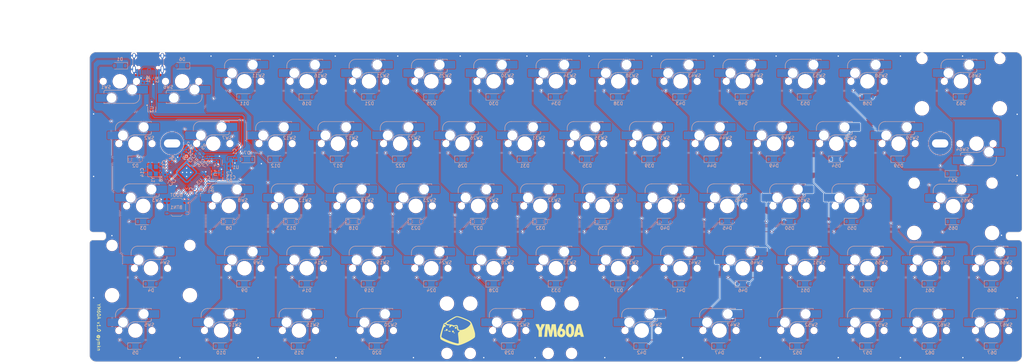
<source format=kicad_pcb>
(kicad_pcb (version 20221018) (generator pcbnew)
  (title_block (title "YM60A PCB") (date "2024-03-09") (rev "v1.0") (company "@ymkn"))
  (layers (0 "F.Cu" signal) (31 "B.Cu" signal) (34 "B.Paste" user) (35 "F.Paste" user) (36 "B.SilkS" user "B.Silkscreen") (37 "F.SilkS" user "F.Silkscreen") (38 "B.Mask" user) (39 "F.Mask" user) (44 "Edge.Cuts" user))
  (net 0 "")
  (net 1 "ROW0")
  (net 2 "Net-(D1-A)")
  (net 3 "Net-(D2-A)")
  (net 4 "Net-(D3-A)")
  (net 5 "Net-(D4-A)")
  (net 6 "Net-(D5-A)")
  (net 7 "ROW1")
  (net 8 "Net-(D6-A)")
  (net 9 "Net-(D7-A)")
  (net 10 "Net-(D8-A)")
  (net 11 "Net-(D9-A)")
  (net 12 "ROW2")
  (net 13 "Net-(D10-A)")
  (net 14 "Net-(D11-A)")
  (net 15 "Net-(D12-A)")
  (net 16 "Net-(D13-A)")
  (net 17 "ROW3")
  (net 18 "Net-(D14-A)")
  (net 19 "Net-(D15-A)")
  (net 20 "Net-(D16-A)")
  (net 21 "Net-(D17-A)")
  (net 22 "ROW4")
  (net 23 "Net-(D18-A)")
  (net 24 "Net-(D19-A)")
  (net 25 "Net-(D20-A)")
  (net 26 "GND")
  (net 27 "Net-(J1-CC1)")
  (net 29 "Net-(J1-CC2)")
  (net 31 "BOOT")
  (net 32 "+3V3")
  (net 33 "XIN")
  (net 34 "XOUT")
  (net 35 "+1V1")
  (net 36 "QSPI_SD3")
  (net 37 "QSPI_SCLK")
  (net 38 "QSPI_SD0")
  (net 39 "QSPI_SD2")
  (net 40 "QSPI_SD1")
  (net 41 "QSPI_SS")
  (net 42 "COL0")
  (net 43 "COL1")
  (net 44 "COL2")
  (net 45 "COL3")
  (net 46 "COL4")
  (net 47 "+5V")
  (net 48 "USB_D+")
  (net 49 "USB_D-")
  (net 50 "Net-(U3-USB_DP)")
  (net 51 "Net-(U3-USB_DM)")
  (net 64 "Net-(C15-Pad2)")
  (net 65 "Net-(D21-A)")
  (net 66 "Net-(D22-A)")
  (net 67 "Net-(D23-A)")
  (net 68 "Net-(D24-A)")
  (net 69 "Net-(D25-A)")
  (net 70 "Net-(D26-A)")
  (net 71 "Net-(D27-A)")
  (net 72 "Net-(D28-A)")
  (net 73 "Net-(D29-A)")
  (net 74 "Net-(D30-A)")
  (net 75 "Net-(D31-A)")
  (net 76 "Net-(D32-A)")
  (net 77 "Net-(D33-A)")
  (net 78 "Net-(D34-A)")
  (net 79 "Net-(D35-A)")
  (net 80 "Net-(D36-A)")
  (net 81 "Net-(D37-A)")
  (net 82 "Net-(D38-A)")
  (net 83 "Net-(D39-A)")
  (net 84 "Net-(D40-A)")
  (net 85 "Net-(D41-A)")
  (net 86 "Net-(D42-A)")
  (net 87 "Net-(D43-A)")
  (net 88 "Net-(D44-A)")
  (net 89 "Net-(D45-A)")
  (net 90 "Net-(D46-A)")
  (net 91 "Net-(D47-A)")
  (net 92 "Net-(D48-A)")
  (net 93 "Net-(D49-A)")
  (net 94 "Net-(D50-A)")
  (net 95 "Net-(D51-A)")
  (net 96 "Net-(D52-A)")
  (net 97 "Net-(D53-A)")
  (net 98 "Net-(D54-A)")
  (net 99 "Net-(D55-A)")
  (net 100 "Net-(D56-A)")
  (net 101 "Net-(D57-A)")
  (net 102 "Net-(D58-A)")
  (net 103 "Net-(D59-A)")
  (net 104 "Net-(D64-A)")
  (net 105 "Net-(D61-A)")
  (net 106 "Net-(D62-A)")
  (net 107 "Net-(D63-A)")
  (net 108 "Net-(D65-A)")
  (net 109 "Net-(D66-A)")
  (net 110 "Net-(D67-A)")
  (net 111 "COL5")
  (net 112 "COL6")
  (net 113 "COL7")
  (net 114 "COL8")
  (net 115 "COL9")
  (net 116 "COL10")
  (net 117 "COL11")
  (net 118 "COL12")
  (net 119 "COL13")
  (footprint "hole:PKRH" (layer "F.Cu") (at 120.75 76.125)
    (fp_text reference "" hide)
    (fp_text value "" hide)
  )
  (footprint "hole:PKRH" (layer "F.Cu") (at 355.6 76.125)
    (fp_text reference "" hide)
    (fp_text value ">VALUE" hide)
  )
  (footprint "PCM_marbastlib-mx:STAB_MX_3u" (layer "F.Cu") (at 223.8375 133.35 180)
    (fp_text reference "REF**" hide)
    (fp_text value "STAB_MX_3u")
  )
  (footprint "logo:ym60a_logo" (layer "F.Cu") (at 239.25 133.325)
    (fp_text reference "G***" hide)
    (fp_text value "LOGO" hide)
  )
  (footprint "logo:ym60a_icon" (layer "F.Cu") (at 207.884042 133.326416)
    (fp_text reference "G***" hide)
    (fp_text value "LOGO" hide)
  )
  (footprint "PCM_marbastlib-mx:STAB_MX_2u" (layer "F.Cu") (at 114.3 114.3)
    (fp_text reference "REF**" hide)
    (fp_text value "STAB_MX_2u")
  )
  (footprint "PCM_marbastlib-mx:STAB_MX_2u" (layer "F.Cu") (at 223.8375 133.35 180)
    (fp_text reference "REF**" hide)
    (fp_text value "STAB_MX_2u")
  )
  (footprint "PCM_marbastlib-mx:STAB_MX_2u" (layer "F.Cu") (at 361.95 57.15)
    (fp_text reference "REF**" hide)
    (fp_text value "STAB_MX_2u")
  )
  (footprint "PCM_marbastlib-mx:STAB_MX_2.25u" (layer "F.Cu") (at 359.56875 95.25)
    (fp_text reference "REF**" hide)
    (fp_text value "STAB_MX_2.25u")
  )
  (footprint "PCM_marbastlib-mx:SW_MX_HS_CPG151101S11_1u" (layer "B.Cu") (at 200.025 114.3 180)
    (fp_text reference "SW24")
    (fp_text value "SW_Push")
  )
  (footprint "PCM_marbastlib-mx:SW_MX_HS_CPG151101S11_1u" (layer "B.Cu") (at 223.8375 133.35 180)
    (fp_text reference "SW29")
    (fp_text value "Space")
  )
  (footprint "Capacitor_SMD:C_0402_1005Metric" (layer "B.Cu") (at 119.65 86.025 135)
    (fp_text reference "C3")
    (fp_text value "100nF")
  )
  (footprint "PCM_marbastlib-mx:SW_MX_HS_CPG151101S11_1u" (layer "B.Cu") (at 157.1625 95.25 180)
    (fp_text reference "SW13")
    (fp_text value "SW_Push")
  )
  (footprint "PCM_marbastlib-mx:SW_MX_HS_CPG151101S11_1u" (layer "B.Cu") (at 323.85 76.2 180)
    (fp_text reference "SW54")
    (fp_text value "SW_Push")
  )
  (footprint "Diode_SMD:D_SOD-123" (layer "B.Cu") (at 295.275 119.0625)
    (fp_text reference "D46")
    (fp_text value "1N4148W")
  )
  (footprint "PCM_marbastlib-mx:SW_MX_HS_CPG151101S11_1u" (layer "B.Cu") (at 209.55 76.2 180)
    (fp_text reference "SW26")
    (fp_text value "SW_Push")
  )
  (footprint "PCM_marbastlib-mx:SW_MX_HS_CPG151101S11_1u" (layer "B.Cu") (at 276.225 114.3 180)
    (fp_text reference "SW41")
    (fp_text value "SW_Push")
  )
  (footprint "Resistor_SMD:R_0402_1005Metric" (layer "B.Cu") (at 117.15 85.025 -90)
    (fp_text reference "R8")
    (fp_text value "1K")
  )
  (footprint "PCM_marbastlib-mx:SW_MX_HS_CPG151101S11_1u" (layer "B.Cu") (at 161.925 57.15 180)
    (fp_text reference "SW16")
    (fp_text value "SW_Push")
  )
  (footprint "Diode_SMD:D_SOD-123" (layer "B.Cu") (at 171.45 80.9625)
    (fp_text reference "D17")
    (fp_text value "1N4148W")
  )
  (footprint "Diode_SMD:D_SOD-123" (layer "B.Cu") (at 219.075 61.9125)
    (fp_text reference "D30")
    (fp_text value "1N4148W")
  )
  (footprint "PCM_marbastlib-mx:SW_MX_HS_CPG151101S11_1u" (layer "B.Cu") (at 238.125 114.3 180)
    (fp_text reference "SW33")
    (fp_text value "SW_Push")
  )
  (footprint "Diode_SMD:D_SOD-123" (layer "B.Cu") (at 180.975 119.0625)
    (fp_text reference "D19")
    (fp_text value "1N4148W")
  )
  (footprint "Crystal:Crystal_SMD_3225-4Pin_3.2x2.5mm" (layer "B.Cu") (at 114.95 84.325 90)
    (fp_text reference "Y1")
    (fp_text value "X322512MSB4SI")
  )
  (footprint "PCM_marbastlib-mx:SW_MX_HS_CPG151101S11_1.25u" (layer "B.Cu") (at 159.54375 133.35 180)
    (fp_text reference "SW15")
    (fp_text value "SW_Push")
  )
  (footprint "Capacitor_SMD:C_0402_1005Metric" (layer "B.Cu") (at 136.25 86.125 180)
    (fp_text reference "C13")
    (fp_text value "100nF")
  )
  (footprint "PCM_marbastlib-mx:SW_MX_HS_CPG151101S11_1u" (layer "B.Cu") (at 200.025 57.15 180)
    (fp_text reference "SW25")
    (fp_text value "SW_Push")
  )
  (footprint "Diode_SMD:D_SOD-123" (layer "B.Cu") (at 276.225 119.0625)
    (fp_text reference "D41")
    (fp_text value "1N4148W")
  )
  (footprint "Resistor_SMD:R_0402_1005Metric" (layer "B.Cu") (at 115.05 56.625 90)
    (fp_text reference "R3")
    (fp_text value "5.1K")
  )
  (footprint "Package_TO_SOT_SMD:SOT-23-3" (layer "B.Cu") (at 137.65 81.925 90)
    (fp_text reference "U1")
    (fp_text value "XC6206P332MR")
  )
  (footprint "Diode_SMD:D_SOD-123" (layer "B.Cu") (at 304.8 80.9625)
    (fp_text reference "D49")
    (fp_text value "1N4148W")
  )
  (footprint "Capacitor_SMD:C_0402_1005Metric" (layer "B.Cu") (at 117.15 83.125 -90)
    (fp_text reference "C15")
    (fp_text value "20pF")
  )
  (footprint "Capacitor_SMD:C_0402_1005Metric" (layer "B.Cu") (at 139.95 80.525 -90)
    (fp_text reference "C1")
    (fp_text value "10uF")
  )
  (footprint "Diode_SMD:D_SOD-123" (layer "B.Cu") (at 359.56875 100.0125)
    (fp_text reference "D65")
    (fp_text value "1N4148W")
  )
  (footprint "Diode_SMD:D_SOD-123" (layer "B.Cu") (at 371.475 138.1125)
    (fp_text reference "D67")
    (fp_text value "1N4148W")
  )
  (footprint "Diode_SMD:D_SOD-123" (layer "B.Cu") (at 314.325 61.9125)
    (fp_text reference "D53")
    (fp_text value "1N4148W")
  )
  (footprint "Diode_SMD:D_SOD-123" (layer "B.Cu") (at 295.275 61.9125)
    (fp_text reference "D48")
    (fp_text value "1N4148W")
  )
  (footprint "Diode_SMD:D_SOD-123" (layer "B.Cu") (at 288.13125 138.1125)
    (fp_text reference "D47")
    (fp_text value "1N4148W")
  )
  (footprint "PCM_marbastlib-mx:SW_MX_HS_CPG151101S11_1u" (layer "B.Cu") (at 152.4 76.2 180)
    (fp_text reference "SW12")
    (fp_text value "SW_Push")
  )
  (footprint "Diode_SMD:D_SOD-123" (layer "B.Cu") (at 181.05 61.9125)
    (fp_text reference "D21")
    (fp_text value "1N4148W")
  )
  (footprint "PCM_marbastlib-mx:SW_MX_HS_CPG151101S11_1.25u" (layer "B.Cu") (at 135.73125 133.35 180)
    (fp_text reference "SW10")
    (fp_text value "SW_Push")
  )
  (footprint "Diode_SMD:D_SOD-123" (layer "B.Cu") (at 233.3625 100.0125)
    (fp_text reference "D32")
    (fp_text value "1N4148W")
  )
  (footprint "PCM_marbastlib-mx:SW_MX_HS_CPG151101S11_1u" (layer "B.Cu") (at 176.2125 95.25 180)
    (fp_text reference "SW18")
    (fp_text value "SW_Push")
  )
  (footprint "Diode_SMD:D_SOD-123" (layer "B.Cu") (at 238.125 61.9125)
    (fp_text reference "D34")
    (fp_text value "1N4148W")
  )
  (footprint "Resistor_SMD:R_0603_1608Metric" (layer "B.Cu") (at 128.65 78.725 -135)
    (fp_text reference "R5")
    (fp_text value "27")
  )
  (footprint "PCM_marbastlib-mx:SW_MX_HS_CPG151101S11_1u" (layer "B.Cu") (at 180.975 57.15 180)
    (fp_text reference "SW21")
    (fp_text value "SW_Push")
  )
  (footprint "Diode_SMD:D_SOD-123" (layer "B.Cu") (at 257.175 61.9125)
    (fp_text reference "D38")
    (fp_text value "1N4148W")
  )
  (footprint "Diode_SMD:D_SOD-123" (layer "B.Cu") (at 209.55 80.9625)
    (fp_text reference "D26")
    (fp_text value "1N4148W")
  )
  (footprint "Diode_SMD:D_SOD-123" (layer "B.Cu") (at 309.5625 100.0125)
    (fp_text reference "D50")
    (fp_text value "1N4148W")
  )
  (footprint "Diode_SMD:D_SOD-123" (layer "B.Cu") (at 223.8375 138.1125)
    (fp_text reference "D29")
    (fp_text value "1N4148W")
  )
  (footprint "Diode_SMD:D_SOD-123" (layer "B.Cu") (at 247.65 80.9625)
    (fp_text reference "D35")
    (fp_text value "1N4148W")
  )
  (footprint "Diode_SMD:D_SOD-123" (layer "B.Cu") (at 264.31875 138.1125)
    (fp_text reference "D42")
    (fp_text value "1N4148W")
  )
  (footprint "Diode_SMD:D_SOD-123" (layer "B.Cu") (at 361.95 61.9125)
    (fp_text reference "D63")
    (fp_text value "1N4148W")
  )
  (footprint "PCM_marbastlib-mx:SW_MX_HS_CPG151101S11_1.5u" (layer "B.Cu") (at 109.5375 133.35 180)
    (fp_text reference "SW5")
    (fp_text value "SW_Push")
  )
  (footprint "Diode_SMD:D_SOD-123" (layer "B.Cu") (at 200.025 119.0625)
    (fp_text reference "D24")
    (fp_text value "1N4148W")
  )
  (footprint "Diode_SMD:D_SOD-123" (layer "B.Cu") (at 342.9 80.9625)
    (fp_text reference "D59")
    (fp_text value "1N4148W")
  )
  (footprint "Capacitor_SMD:C_0402_1005Metric" (layer "B.Cu") (at 124 79.675 -135)
    (fp_text reference "C9")
    (fp_text value "100nF")
  )
  (footprint "PCM_marbastlib-mx:SW_MX_HS_CPG151101S11_1.5u" (layer "B.Cu") (at 366.7125 76.2)
    (fp_text reference "SW64")
    (fp_text value "Backslash")
  )
  (footprint "Diode_SMD:D_SOD-123" (layer "B.Cu") (at 285.75 80.9625)
    (fp_text reference "D44")
    (fp_text value "1N4148W")
  )
  (footprint "Diode_SMD:D_SOD-123" (layer "B.Cu") (at 114.3 119.0625)
    (fp_text reference "D4")
    (fp_text value "1N4148W")
  )
  (footprint "Diode_SMD:D_SOD-123" (layer "B.Cu") (at 195.2625 100.0125)
    (fp_text reference "D23")
    (fp_text value "1N4148W")
  )
  (footprint "Capacitor_SMD:C_0402_1005Metric" (layer "B.Cu") (at 124.7 78.375 135)
    (fp_text reference "C10")
    (fp_text value "100nF")
  )
  (footprint "Diode_SMD:D_SOD-123" (layer "B.Cu") (at 161.925 119.0625)
    (fp_text reference "D14")
    (fp_text value "1N4148W")
  )
  (footprint "PCM_marbastlib-mx:SW_MX_HS_CPG151101S11_1u" (layer "B.Cu") (at 219.075 114.3 180)
    (fp_text reference "SW28")
    (fp_text value "SW_Push")
  )
  (footprint "PCM_marbastlib-mx:SW_MX_HS_CPG151101S11_1.75u" (layer "B.Cu") (at 111.91875 95.25 180)
    (fp_text reference "SW3")
    (fp_text value "SW_Push")
  )
  (footprint "PCM_marbastlib-mx:SW_MX_HS_CPG151101S11_1u" (layer "B.Cu") (at 271.4625 95.25 180)
    (fp_text reference "SW40")
    (fp_text value "SW_Push")
  )
  (footprint "PCM_marbastlib-mx:SW_MX_HS_CPG151101S11_1.25u" (layer "B.Cu") (at 288.13125 133.35 180)
    (fp_text reference "SW47")
    (fp_text value "SW_Push")
  )
  (footprint "Capacitor_SMD:C_0402_1005Metric" (layer "B.Cu") (at 127.35 78.225 45)
    (fp_text reference "C11")
    (fp_text value "1uF")
  )
  (footprint "Diode_SMD:D_SOD-123" (layer "B.Cu") (at 352.425 119.0625)
    (fp_text reference "D61")
    (fp_text value "1N4148W")
  )
  (footprint "Diode_SMD:D_SOD-123" (layer "B.Cu") (at 104.775 52.3875 180)
    (fp_text reference "D1")
    (fp_text value "1N4148W")
  )
  (footprint "PCM_marbastlib-mx:SW_MX_HS_CPG151101S11_1u" (layer "B.Cu") (at 180.975 114.3 180)
    (fp_text reference "SW19")
    (fp_text value "SW_Push")
  )
  (footprint "Diode_SMD:D_SOD-123" (layer "B.Cu") (at 328.6125 100.0125)
    (fp_text reference "D55")
    (fp_text value "1N4148W")
  )
  (footprint "Capacitor_SMD:C_0402_1005Metric" (layer "B.Cu") (at 136.25 85.125 180)
    (fp_text reference "C2")
    (fp_text value "10uF")
  )
  (footprint "PCM_marbastlib-mx:SW_MX_HS_CPG151101S11_1u" (layer "B.Cu") (at 371.475 114.3 180)
    (fp_text reference "SW66")
    (fp_text value "SW_Push")
  )
  (footprint "PCM_marbastlib-mx:SW_MX_HS_CPG151101S11_1u" (layer "B.Cu") (at 252.4125 95.25 180)
    (fp_text reference "SW36")
    (fp_text value "SW_Push")
  )
  (footprint "PCM_marbastlib-mx:SW_MX_HS_CPG151101S11_1u" (layer "B.Cu") (at 328.6125 95.25 180)
    (fp_text reference "SW55")
    (fp_text value "SW_Push")
  )
  (footprint "PCM_marbastlib-mx:SW_MX_HS_CPG151101S11_1u" (layer "B.Cu") (at 123.825 57.15)
    (fp_text reference "SW6")
    (fp_text value "SW_Push")
  )
  (footprint "Resistor_SMD:R_0402_1005Metric" (layer "B.Cu") (at 131.85 88.425 -90)
    (fp_text reference "R6")
    (fp_text value "1KΩ")
  )
  (footprint "PCM_marbastlib-mx:SW_MX_HS_CPG151101S11_1u" (layer "B.Cu") (at 247.65 76.2 180)
    (fp_text reference "SW35")
    (fp_text value "SW_Push")
  )
  (footprint "Resistor_SMD:R_0402_1005Metric" (layer "B.Cu") (at 136.25 87.125)
    (fp_text reference "R7")
    (fp_text value "10kΩ")
  )
  (footprint "PCM_marbastlib-mx:SW_MX_HS_CPG151101S11_1u" (layer "B.Cu") (at 276.225 57.15 180)
    (fp_text reference "SW43")
    (fp_text value "SW_Push")
  )
  (footprint "Diode_SMD:D_SOD-123" (layer "B.Cu") (at 157.1625 100.0125)
    (fp_text reference "D13")
    (fp_text value "1N4148W")
  )
  (footprint "Diode_SMD:D_SOD-123" (layer "B.Cu") (at 109.5375 138.1125)
    (fp_text reference "D5")
    (fp_text value "1N4148W")
  )
  (footprint "PCM_marbastlib-mx:SW_MX_HS_CPG151101S11_1u" (layer "B.Cu") (at 171.45 76.2 180)
    (fp_text reference "SW17")
    (fp_text value "SW_Push")
  )
  (footprint "Diode_SMD:D_SOD-123" (layer "B.Cu") (at 359.45 85.425)
    (fp_text reference "D64")
    (fp_text value "1N4148W")
  )
  (footprint "PCM_marbastlib-mx:SW_MX_HS_CPG151101S11_1.25u" (layer "B.Cu") (at 311.94375 133.35 180)
    (fp_text reference "SW52")
    (fp_text value "SW_Push")
  )
  (footprint "Diode_SMD:D_SOD-123" (layer "B.Cu") (at 333.375 119.0625)
    (fp_text reference "D56")
    (fp_text value "1N4148W")
  )
  (footprint "PCM_marbastlib-mx:SW_MX_HS_CPG151101S11_1u" (layer "B.Cu") (at 342.9 76.2 180)
    (fp_text reference "SW59")
    (fp_text value "SW_Push")
  )
  (footprint "PCM_marbastlib-mx:SW_MX_HS_CPG151101S11_1u" (layer "B.Cu") (at 219.075 57.15 180)
    (fp_text reference "SW30")
    (fp_text value "SW_Push")
  )
  (footprint "PCM_marbastlib-mx:SW_MX_HS_CPG151101S11_1u" (layer "B.Cu") (at 114.3 114.3 180)
    (fp_text reference "SW4")
    (fp_text value "SW_Push")
  )
  (footprint "Diode_SMD:D_SOD-123" (layer "B.Cu") (at 161.925 61.9125)
    (fp_text reference "D16")
    (fp_text value "1N4148W")
  )
  (footprint "PCM_marbastlib-mx:SW_MX_HS_CPG151101S11_1.5u" (layer "B.Cu") (at 109.5375 76.2 180)
    (fp_text reference "SW2")
    (fp_text value "SW_Push")
  )
  (footprint "Diode_SMD:D_SOD-123" (layer "B.Cu") (at 183.35625 138.1125)
    (fp_text reference "D20")
    (fp_text value "1N4148W")
  )
  (footprint "Diode_SMD:D_SOD-123" (layer "B.Cu") (at 111.91875 100.0125)
    (fp_text reference "D3")
    (fp_text value "1N4148W")
  )
  (footprint "PCM_marbastlib-mx:SW_MX_HS_CPG151101S11_1u" (layer "B.Cu") (at 333.375 57.15 180)
    (fp_text reference "SW58")
    (fp_text value "SW_Push")
  )
  (footprint "Capacitor_SMD:C_0402_1005Metric" (layer "B.Cu") (at 131.15 80.425 45)
    (fp_text reference "C16")
    (fp_text value "100nF")
  )
  (footprint "Resistor_SMD:R_0603_1608Metric" (layer "B.Cu") (at 129.75 79.825 -135)
    (fp_text reference "R4")
    (fp_text value "27")
  )
  (footprint "Diode_SMD:D_SOD-123" (layer "B.Cu") (at 252.4125 100.0125)
    (fp_text reference "D36")
    (fp_text value "1N4148W")
  )
  (footprint "Diode_SMD:D_SOD-123" (layer "B.Cu") (at 138.1125 100.0125)
    (fp_text reference "D8")
    (fp_text value "1N4148W")
  )
  (footprint "Diode_SMD:D_SOD-123" (layer "B.Cu") (at 257.175 119.0625)
    (fp_text reference "D37")
    (fp_text value "1N4148W")
  )
  (footprint "PCM_marbastlib-mx:SW_MX_HS_CPG151101S11_1u" (layer "B.Cu") (at 257.175 57.15 180)
    (fp_text reference "SW38")
    (fp_text value "SW_Push")
  )
  (footprint "Diode_SMD:D_SOD-123" (layer "B.Cu") (at 266.7 80.9625)
    (fp_text reference "D39")
    (fp_text value "1N4148W")
  )
  (footprint "PCM_marbastlib-various:USB_C_Receptacle_HRO_TYPE-C-31-M-12" (layer "B.Cu") (at 113.45 50.345)
    (fp_text reference "J1")
    (fp_text value "TYPE-C-31-M-12")
  )
  (footprint "PCM_marbastlib-mx:SW_MX_HS_CPG151101S11_1u" (layer "B.Cu") (at 161.925 114.3 180)
    (fp_text reference "SW14")
    (fp_text value "SW_Push")
  )
  (footprint "W25Q16JVUXIQ:W25Q16JVUXIQ_WIN" (layer "B.Cu") (at 133.95 85.125 90)
    (fp_text reference "U4")
    (fp_text value "W25Q16JVUXIQ")
  )
  (footprint "Diode_SMD:D_SOD-123" (layer "B.Cu") (at 314.325 119.0625)
    (fp_text reference "D51")
    (fp_text value "1N4148W")
  )
  (footprint "Diode_SMD:D_SOD-123" (layer "B.Cu") (at 159.54375 138.1125)
    (fp_text reference "D15")
    (fp_text value "1N4148W")
  )
  (footprint "PCM_marbastlib-mx:SW_MX_HS_CPG151101S11_1u" (layer "B.Cu") (at 142.875 114.3 180)
    (fp_text reference "SW9")
    (fp_text value "SW_Push")
  )
  (footprint "PCM_marbastlib-mx:SW_MX_HS_CPG151101S11_1u" (layer "B.Cu") (at 133.35 76.2 180)
    (fp_text reference "SW7")
    (fp_text value "SW_Push")
  )
  (footprint "Resistor_SMD:R_0402_1005Metric" (layer "B.Cu") (at 112.25 56.625 -90)
    (fp_text reference "R1")
    (fp_text value "5.1K")
  )
  (footprint "PCM_marbastlib-mx:SW_MX_HS_CPG151101S11_1u" (layer "B.Cu") (at 359.56875 95.325 180)
    (fp_text reference "SW65")
    (fp_text value "Enter")
  )
  (footprint "Diode_SMD:D_SOD-123" (layer "B.Cu") (at 371.475 119.0625)
    (fp_text reference "D66")
    (fp_text value "1N4148W")
  )
  (footprint "PCM_marbastlib-mx:SW_MX_HS_CPG151101S11_1u" (layer "B.Cu") (at 238.125 57.15 180)
    (fp_text reference "SW34")
    (fp_text value "SW_Push")
  )
  (footprint "Capacitor_SMD:C_0402_1005Metric" (layer "B.Cu") (at 120.35 81.625 135)
    (fp_text reference "C8")
    (fp_text value "100nF")
  )
  (footprint "PCM_marbastlib-mx:SW_MX_HS_CPG151101S11_1u" (layer "B.Cu") (at 352.425 133.35 180)
    (fp_text reference "SW62")
    (fp_text value "SW_Push")
  )
  (footprint "Diode_SMD:D_SOD-123" (layer "B.Cu") (at 323.85 80.9625)
    (fp_text reference "D54")
    (fp_text value "1N4148W")
  )
  (footprint "Capacitor_SMD:C_0402_1005Metric" (layer "B.Cu") (at 130.75 86.025 45)
    (fp_text reference "C5")
    (fp_text value "100nF")
  )
  (footprint "PCM_marbastlib-mx:SW_MX_HS_CPG151101S11_1u" (layer "B.Cu") (at 190.5 76.2 180)
    (fp_text reference "SW22")
    (fp_text value "SW_Push")
  )
  (footprint "PCM_marbastlib-mx:SW_MX_HS_CPG151101S11_1u" (layer "B.Cu") (at 304.8 76.2 180)
    (fp_text reference "SW49")
    (fp_text value "SW_Push")
  )
  (footprint "PCM_marbastlib-mx:SW_MX_HS_CPG151101S11_1u" (layer "B.Cu") (at 257.175 114.3 180)
    (fp_text reference "SW37")
    (fp_text value "SW_Push")
  )
  (footprint "Diode_SMD:D_SOD-123" (layer "B.Cu") (at 214.3125 100.0125)
    (fp_text reference "D27")
    (fp_text value "1N4148W")
  )
  (footprint "PCM_marbastlib-mx:SW_MX_HS_CPG151101S11_1u" (layer "B.Cu") (at 104.775 57.15)
    (fp_text reference "SW1")
    (fp_text value "SW_Push")
  )
  (footprint "PCM_marbastlib-mx:SW_MX_HS_CPG151101S11_1.25u" (layer "B.Cu") (at 183.35625 133.35 180)
    (fp_text reference "SW20")
    (fp_text value "SW_Push")
  )
  (footprint "PCM_marbastlib-mx:SW_MX_HS_CPG151101S11_1u" (layer "B.Cu") (at 295.275 57.15 180)
    (fp_text reference "SW48")
    (fp_text value "SW_Push")
  )
  (footprint "Capacitor_SMD:C_0402_1005Metric" (layer "B.Cu") (at 112.75 85.025 -90)
    (fp_text reference "C14")
    (fp_text value "20pF")
  )
  (footprint "PCM_marbastlib-mx:SW_MX_HS_CPG151101S11_1u" (layer "B.Cu") (at 295.275 114.3 180)
    (fp_text reference "SW46")
    (fp_text value "SW_Push")
  )
  (footprint "Diode_SMD:D_SOD-123" (layer "B.Cu") (at 271.4625 100.0125)
    (fp_text reference "D40")
    (fp_text value "1N4148W")
  )
  (footprint "PCM_marbastlib-mx:SW_MX_HS_CPG151101S11_1u" (layer "B.Cu") (at 290.5125 95.25 180)
    (fp_text reference "SW45")
    (fp_text value "SW_Push")
  )
  (footprint "PCM_marbastlib-mx:SW_MX_HS_CPG151101S11_1u" (layer "B.Cu") (at 285.75 76.2 180)
    (fp_text reference "SW44")
    (fp_text value "SW_Push")
  )
  (footprint "PCM_marbastlib-mx:SW_MX_HS_CPG151101S11_1u" (layer "B.Cu") (at 352.425 114.3 180)
    (fp_text reference "SW61")
    (fp_text value "SW_Push")
  )
  (footprint "PCM_marbastlib-mx:SW_MX_HS_CPG151101S11_1u" (layer "B.Cu") (at 333.375 114.3 180)
    (fp_text reference "SW56")
    (fp_text value "SW_Push")
  )
  (footprint "Diode_SMD:D_SOD-123" (layer "B.Cu") (at 135.73125 138.1125)
    (fp_text reference "D10")
    (fp_text value "1N4148W")
  )
  (footprint "PCM_marbastlib-mx:SW_MX_HS_CPG151101S11_1u" (layer "B.Cu") (at 309.5625 95.25 180)
    (fp_text reference "SW50")
    (fp_text value "SW_Push")
  )
  (footprint "Package_DFN_QFN:QFN-56-1EP_7x7mm_P0.4mm_EP3.2x3.2mm" (layer "B.Cu") (at 125.2 85 135)
    (fp_text reference "U3")
    (fp_text value "RP2040")
  )
  (footprint "PCM_marbastlib-mx:SW_MX_HS_CPG151101S11_1u" (layer "B.Cu") (at 314.325 57.15 180)
    (fp_text reference "SW53")
    (fp_text value "SW_Push")
  )
  (footprint "SMF05CT1G:SOT-363-6_2P2X1P35_ONS" (layer "B.Cu") (at 114.55 65.725 -90)
    (fp_text reference "U2")
    (fp_text value "SMF05CT1G")
  )
  (footprint "Diode_SMD:D_SOD-123" (layer "B.Cu") (at 142.875 119.0625)
    (fp_text reference "D9")
    (fp_text value "1N4148W")
  )
  (footprint "PCM_marbastlib-mx:SW_MX_HS_CPG151101S11_1u" (layer "B.Cu") (at 228.6 76.2 180)
    (fp_text reference "SW31")
    (fp_text value "SW_Push")
  )
  (footprint "PCM_marbastlib-mx:SW_MX_HS_CPG151101S11_1u" (layer "B.Cu") (at 361.95 57.15 180)
    (fp_text reference "SW63")
    (fp_text value "Backspace")
  )
  (footprint "PCM_marbastlib-mx:SW_MX_HS_CPG151101S11_1u" (layer "B.Cu") (at 233.3625 95.25 180)
    (fp_text reference "SW32")
    (fp_text value "SW_Push")
  )
  (footprint "Diode_SMD:D_SOD-123" (layer "B.Cu") (at 333.375 138.1125)
    (fp_text reference "D57")
    (fp_text value "1N4148W")
  )
  (footprint "Diode_SMD:D_SOD-123" (layer "B.Cu") (at 228.6 80.9625)
    (fp_text reference "D31")
    (fp_text value "1N4148W")
  )
  (footprint "Capacitor_SMD:C_0402_1005Metric" (layer "B.Cu") (at 134.35 81.625)
    (fp_text reference "C4")
    (fp_text value "100nF")
  )
  (footprint "Diode_SMD:D_SOD-123" (layer "B.Cu") (at 152.4 80.9625)
    (fp_text reference "D12")
    (fp_text value "1N4148W")
  )
  (footprint "Diode_SMD:D_SOD-123" (layer "B.Cu") (at 109.5375 80.9625)
    (fp_text reference "D2")
    (fp_text value "1N4148W")
  )
  (footprint "Diode_SMD:D_SOD-123" (layer "B.Cu") (at 219.075 119.0625)
    (fp_text reference "D28")
    (fp_text value "1N4148W")
  )
  (footprint "PCM_marbastlib-mx:SW_MX_HS_CPG151101S11_1.25u" (layer "B.Cu") (at 264.31875 133.35 180)
    (fp_text reference "SW42")
    (fp_text value "SW_Push")
  )
  (footprint "Diode_SMD:D_SOD-123" (layer "B.Cu") (at 142.875 61.9125)
    (fp_text reference "D11")
    (fp_text value "1N4148W")
  )
  (footprint "Diode_SMD:D_SOD-123" (layer "B.Cu") (at 200.025 61.9125)
    (fp_text reference "D25")
    (fp_text value "1N4148W")
  )
  (footprint "Diode_SMD:D_SOD-123" (layer "B.Cu") (at 352.425 138.1125)
    (fp_text reference "D62")
    (fp_text value "1N4148W")
  )
  (footprint "PCM_marbastlib-mx:SW_MX_HS_CPG151101S11_1u" (layer "B.Cu") (at 138.1125 95.25 180)
    (fp_text reference "SW8")
    (fp_text value "SW_Push")
  )
  (footprint "PCM_marbastlib-mx:SW_MX_HS_CPG151101S11_1u" (layer "B.Cu") (at 142.875 57.15 180)
    (fp_text reference "SW11")
    (fp_text value "SW_Push")
  )
  (footprint "Diode_SMD:D_SOD-123" (layer "B.Cu") (at 123.825 52.3875 180)
    (fp_text reference "D6")
    (fp_text value "1N4148W")
  )
  (footprint "PCM_marbastlib-mx:SW_MX_HS_CPG151101S11_1u" (layer "B.Cu") (at 266.7 76.2 180)
    (fp_text reference "SW39")
    (fp_text value "SW_Push")
  )
  (footprint "Diode_SMD:D_SOD-123" (layer "B.Cu") (at 311.94375 138.1125)
    (fp_text reference "D52")
    (fp_text value "1N4148W")
  )
  (footprint "Capacitor_SMD:C_0402_1005Metric" (layer "B.Cu") (at 118.95 86.725 135)
    (fp_text reference "C7")
    (fp_text value "100nF")
  )
  (footprint "Capacitor_SMD:C_0402_1005Metric" (layer "B.Cu") (at 125.4 77.675 135)
    (fp_text reference "C12")
    (fp_text value "1uF")
  )
  (footprint "Diode_SMD:D_SOD-123" (layer "B.Cu") (at 333.375 61.9125)
    (fp_text reference "D58")
    (fp_text value "1N4148W")
  )
  (footprint "Diode_SMD:D_SOD-123" (layer "B.Cu") (at 276.225 61.9125)
    (fp_text reference "D43")
    (fp_text value "1N4148W")
  )
  (footprint "PCM_marbastlib-mx:SW_MX_HS_CPG151101S11_1u" (layer "B.Cu") (at 314.325 114.3 180)
    (fp_text reference "SW51")
    (fp_text value "SW_Push")
  )
  (footprint "Diode_SMD:D_SOD-123" (layer "B.Cu") (at 190.5 80.9625)
    (fp_text reference "D22")
    (fp_text value "1N4148W")
  )
  (footprint "PCM_marbastlib-mx:SW_MX_HS_CPG151101S11_1u" (layer "B.Cu") (at 195.2625 95.25 180)
    (fp_text reference "SW23")
    (fp_text value "SW_Push")
  )
  (footprint "Diode_SMD:D_SOD-123" (layer "B.Cu") (at 176.2125 100.0125)
    (fp_text reference "D18")
    (fp_text value "1N4148W")
  )
  (footprint "PCM_marbastlib-mx:SW_MX_HS_CPG151101S11_1u" (layer "B.Cu") (at 214.3125 95.25 180)
    (fp_text reference "SW27")
    (fp_text value "SW_Push")
  )
  (footprint "PCM_marbastlib-mx:SW_MX_HS_CPG151101S11_1u" (layer "B.Cu") (at 371.475 133.35 180)
    (fp_text reference "SW67")
    (fp_text value "SW_Push")
  )
  (footprint "Capacitor_SMD:C_0402_1005Metric" (layer "B.Cu") (at 127.65 90.525 -90)
    (fp_text reference "C6")
    (fp_text value "100nF")
  )
  (footprint "Button_Switch_SMD:SW_Push_1P1T_XKB_TS-1187A" (layer "B.Cu") (at 122.15 95.625 180)
    (fp_text reference "BTN1")
    (fp_text value "TS-1187A-B-A-B")
  )
  (footprint "Capacitor_SMD:C_0402_1005Metric" (layer "B.Cu") (at 132.55 80.425 45)
    (fp_text reference "C17")
    (fp_text value "100nF")
  )
  (footprint "PCM_marbastlib-mx:SW_MX_HS_CPG151101S11_1u" (layer "B.Cu") (at 333.375 133.35 180)
    (fp_text reference "SW57")
    (fp_text value "SW_Push")
  )
  (footprint "Diode_SMD:D_SOD-123" (layer "B.Cu") (at 290.5125 100.0125)
    (fp_text reference "D45")
    (fp_text value "1N4148W")
  )
  (footprint "Diode_SMD:D_SOD-123" (layer "B.Cu") (at 238.125 119.0625)
    (fp_text reference "D33")
    (fp_text value "1N4148W")
  )
  (footprint "Diode_SMD:D_SOD-123" (layer "B.Cu") (at 143.65 81.025 180)
    (fp_text reference "D7")
    (fp_text value "1N4148W")
  )
  (gr_line locked (start 380.6 140.825) (end 380.6 106.725) (stroke (width 0.1)) (layer "Edge.Cuts"))
  (gr_arc locked (start 376.7 105.725) (mid 375.992893 105.432107) (end 375.7 104.725) (stroke (width 0.1)) (layer "Edge.Cuts"))
  (gr_line locked (start 97.55 142.825) (end 378.6 142.825) (stroke (width 0.1)) (layer "Edge.Cuts"))
  (gr_line locked (start 379.6 105.725) (end 376.7 105.725) (stroke (width 0.1)) (layer "Edge.Cuts"))
  (gr_arc locked (start 97.55 142.825) (mid 96.135786 142.239214) (end 95.55 140.825) (stroke (width 0.1)) (layer "Edge.Cuts"))
  (gr_arc locked (start 95.55 50.225) (mid 96.135786 48.810786) (end 97.55 48.225) (stroke (width 0.1)) (layer "Edge.Cuts"))
  (gr_arc locked (start 379.6 105.725) (mid 380.307107 106.017893) (end 380.6 106.725) (stroke (width 0.1)) (layer "Edge.Cuts"))
  (gr_arc (start 100.55 104.725) (mid 100.257107 105.432107) (end 99.55 105.725) (stroke (width 0.1)) (layer "Edge.Cuts"))
  (gr_line locked (start 380.6 102.225) (end 380.6 50.225) (stroke (width 0.1)) (layer "Edge.Cuts"))
  (gr_arc locked (start 378.6 48.225) (mid 380.014214 48.810786) (end 380.6 50.225) (stroke (width 0.1)) (layer "Edge.Cuts"))
  (gr_arc locked (start 96.55 103.225) (mid 95.842893 102.932107) (end 95.55 102.225) (stroke (width 0.1)) (layer "Edge.Cuts"))
  (gr_line (start 95.55 106.727107) (end 95.55 140.825) (stroke (width 0.1)) (layer "Edge.Cuts"))
  (gr_line (start 100.55 104.725) (end 100.55 104.225) (stroke (width 0.1)) (layer "Edge.Cuts"))
  (gr_line locked (start 96.55 103.225) (end 99.55 103.225) (stroke (width 0.1)) (layer "Edge.Cuts"))
  (gr_line locked (start 375.7 104.225) (end 375.7 104.725) (stroke (width 0.1)) (layer "Edge.Cuts"))
  (gr_arc locked (start 375.7 104.225) (mid 375.992893 103.517893) (end 376.7 103.225) (stroke (width 0.1)) (layer "Edge.Cuts"))
  (gr_line locked (start 95.55 50.225) (end 95.55 102.225) (stroke (width 0.1)) (layer "Edge.Cuts"))
  (gr_arc (start 95.55 106.727107) (mid 95.843067 106.021021) (end 96.55 105.730004) (stroke (width 0.1)) (layer "Edge.Cuts"))
  (gr_arc locked (start 99.55 103.225) (mid 100.257107 103.517893) (end 100.55 104.225) (stroke (width 0.1)) (layer "Edge.Cuts"))
  (gr_line locked (start 379.6 103.225) (end 376.7 103.225) (stroke (width 0.1)) (layer "Edge.Cuts"))
  (gr_arc locked (start 380.6 140.825) (mid 380.014214 142.239214) (end 378.6 142.825) (stroke (width 0.1)) (layer "Edge.Cuts"))
  (gr_arc locked (start 380.6 102.225) (mid 380.307107 102.932107) (end 379.6 103.225) (stroke (width 0.1)) (layer "Edge.Cuts"))
  (gr_line locked (start 378.6 48.225) (end 97.55 48.225) (stroke (width 0.1)) (layer "Edge.Cuts"))
  (gr_line locked (start 96.55 105.725) (end 99.55 105.725) (stroke (width 0.1)) (layer "Edge.Cuts"))
  (gr_text "." (at 112.55 64.725) (layer "B.SilkS") (effects (font (size 1.5 1.5) (thickness 0.3) bold) (justify left bottom)))
  (gr_text "BOOT" (at 124.15 92.525) (layer "B.SilkS") (effects (font (size 1 1)) (justify left bottom mirror)))
  (gr_text "YM60A v1.0 @ymkn" (at 97.75 125.025 270) (layer "F.SilkS") (effects (font (size 1 1)) (justify left bottom)))
  (segment (start 290.85 60.025) (end 271.75 60.025) (width 0.2) (layer "F.Cu") (net 1))
  (segment (start 329.05 60.025) (end 309.95 60.025) (width 0.2) (layer "F.Cu") (net 1))
  (segment (start 252.85 60.025) (end 233.65 60.025) (width 0.2) (layer "F.Cu") (net 1))
  (segment (start 195.55 60.025) (end 176.55 60.025) (width 0.2) (layer "F.Cu") (net 1))
  (segment (start 157.45 60.025) (end 138.45 60.025) (width 0.2) (layer "F.Cu") (net 1))
  (segment (start 102.15 67.225) (end 102.95 66.425) (width 0.2) (layer "F.Cu") (net 1))
  (segment (start 103.05 80.825) (end 118.300182 80.825) (width 0.2) (layer "F.Cu") (net 1))
  (segment (start 309.95 60.025) (end 290.85 60.025) (width 0.2) (layer "F.Cu") (net 1))
  (segment (start 118.300182 80.825) (end 119.050012 81.57483) (width 0.2) (layer "F.Cu") (net 1))
  (segment (start 357.65 59.925) (end 357.55 60.025) (width 0.2) (layer "F.Cu") (net 1))
  (segment (start 271.75 60.025) (end 252.85 60.025) (width 0.2) (layer "F.Cu") (net 1))
  (segment (start 133.45 62.325) (end 135.75 60.025) (width 0.2) (layer "F.Cu") (net 1))
  (segment (start 357.55 60.025) (end 329.05 60.025) (width 0.2) (layer "F.Cu") (net 1))
  (segment (start 102.15 69.325) (end 102.15 79.925) (width 0.2) (layer "F.Cu") (net 1))
  (segment (start 129.35 66.425) (end 133.45 62.325) (width 0.2) (layer "F.Cu") (net 1))
  (segment (start 102.15 79.925) (end 103.05 80.825) (width 0.2) (layer "F.Cu") (net 1))
  (segment (start 214.65 60.025) (end 195.55 60.025) (width 0.2) (layer "F.Cu") (net 1))
  (segment (start 102.95 66.425) (end 129.35 66.425) (width 0.2) (layer "F.Cu") (net 1))
  (segment (start 233.65 60.025) (end 214.65 60.025) (width 0.2) (layer "F.Cu") (net 1))
  (segment (start 102.15 69.325) (end 102.15 67.225) (width 0.2) (layer "F.Cu") (net 1))
  (segment (start 176.55 60.025) (end 157.45 60.025) (width 0.2) (layer "F.Cu") (net 1))
  (segment (start 135.75 60.025) (end 138.45 60.025) (width 0.2) (layer "F.Cu") (net 1))
  (via (at 329.05 60.025) (size 0.8) (drill 0.4) (layers "F.Cu" "B.Cu") (net 1))
  (via (at 102.15 69.325) (size 0.8) (drill 0.4) (layers "F.Cu" "B.Cu") (net 1))
  (via (at 119.050012 81.57483) (size 0.8) (drill 0.4) (layers "F.Cu" "B.Cu") (net 1))
  (via (at 233.65 60.025) (size 0.8) (drill 0.4) (layers "F.Cu" "B.Cu") (net 1))
  (via (at 290.85 60.025) (size 0.8) (drill 0.4) (layers "F.Cu" "B.Cu") (net 1))
  (via (at 357.65 59.925) (size 0.8) (drill 0.4) (layers "F.Cu" "B.Cu") (net 1))
  (via (at 309.95 60.025) (size 0.8) (drill 0.4) (layers "F.Cu" "B.Cu") (net 1))
  (via (at 271.75 60.025) (size 0.8) (drill 0.4) (layers "F.Cu" "B.Cu") (net 1))
  (via (at 157.45 60.025) (size 0.8) (drill 0.4) (layers "F.Cu" "B.Cu") (net 1))
  (via (at 252.85 60.025) (size 0.8) (drill 0.4) (layers "F.Cu" "B.Cu") (net 1))
  (via (at 133.45 62.325) (size 0.8) (drill 0.4) (layers "F.Cu" "B.Cu") (net 1))
  (via (at 195.55 60.025) (size 0.8) (drill 0.4) (layers "F.Cu" "B.Cu") (net 1))
  (via (at 214.65 60.025) (size 0.8) (drill 0.4) (layers "F.Cu" "B.Cu") (net 1))
  (via (at 138.45 60.025) (size 0.8) (drill 0.4) (layers "F.Cu" "B.Cu") (net 1))
  (via (at 176.55 60.025) (size 0.8) (drill 0.4) (layers "F.Cu" "B.Cu") (net 1))
  (segment (start 132.8125 52.3875) (end 133.45 53.025) (width 0.2) (layer "B.Cu") (net 1))
  (segment (start 274.575 61.9125) (end 273.6375 61.9125) (width 0.2) (layer "B.Cu") (net 1))
  (segment (start 119.19983 81.57483) (end 120.198614 82.573614) (width 0.2) (layer "B.Cu") (net 1))
  (segment (start 107.65 51.925) (end 107.1875 52.3875) (width 0.2) (layer "B.Cu") (net 1))
  (segment (start 292.7375 61.9125) (end 290.85 60.025) (width 0.2) (layer "B.Cu") (net 1))
  (segment (start 96.45 51.525) (end 97.65 50.325) (width 0.2) (layer "B.Cu") (net 1))
  (segment (start 178.4375 61.9125) (end 176.55 60.025) (width 0.2) (layer "B.Cu") (net 1))
  (segment (start 160.275 61.9125) (end 159.3375 61.9125) (width 0.2) (layer "B.Cu") (net 1))
  (segment (start 120.793715 82.573614) (end 121.779371 83.55927) (width 0.2) (layer "B.Cu") (net 1))
  (segment (start 97.65 50.325) (end 107.15 50.325) (width 0.2) (layer "B.Cu") (net 1))
  (segment (start 107.1875 52.3875) (end 106.425 52.3875) (width 0.2) (layer "B.Cu") (net 1))
  (segment (start 133.45 53.025) (end 133.45 62.325) (width 0.2) (layer "B.Cu") (net 1))
  (segment (start 254.7375 61.9125) (end 252.85 60.025) (width 0.2) (layer "B.Cu") (net 1))
  (segment (start 273.6375 61.9125) (end 271.75 60.025) (width 0.2) (layer "B.Cu") (net 1))
  (segment (start 236.475 61.9125) (end 235.5375 61.9125) (width 0.2) (layer "B.Cu") (net 1))
  (segment (start 311.8375 61.9125) (end 309.95 60.025) (width 0.2) (layer "B.Cu") (net 1))
  (segment (start 107.65 50.825) (end 107.65 51.925) (width 0.2) (layer "B.Cu") (net 1))
  (segment (start 235.5375 61.9125) (end 233.65 60.025) (width 0.2) (layer "B.Cu") (net 1))
  (segment (start 359.6375 61.9125) (end 360.3 61.9125) (width 0.2) (layer "B.Cu") (net 1))
  (segment (start 312.675 61.9125) (end 311.8375 61.9125) (width 0.2) (layer "B.Cu") (net 1))
  (segment (start 179.4 61.9125) (end 178.4375 61.9125) (width 0.2) (layer "B.Cu") (net 1))
  (segment (start 293.625 61.9125) (end 292.7375 61.9125) (width 0.2) (layer "B.Cu") (net 1))
  (segment (start 102.15 69.325) (end 99.25 66.425) (width 0.2) (layer "B.Cu") (net 1))
  (segment (start 97.45 66.425) (end 96.45 65.425) (width 0.2) (layer "B.Cu") (net 1))
  (segment (start 96.45 65.425) (end 96.45 51.525) (width 0.2) (layer "B.Cu") (net 1))
  (segment (start 197.4375 61.9125) (end 195.55 60.025) (width 0.2) (layer "B.Cu") (net 1))
  (segment (start 140.3375 61.9125) (end 138.45 60.025) (width 0.2) (layer "B.Cu") (net 1))
  (segment (start 331.725 61.9125) (end 330.9375 61.9125) (width 0.2) (layer "B.Cu") (net 1))
  (segment (start 159.3375 61.9125) (end 157.45 60.025) (width 0.2) (layer "B.Cu") (net 1))
  (segment (start 119.050012 81.57483) (end 119.19983 81.57483) (width 0.2) (layer "B.Cu") (net 1))
  (segment (start 125.475 52.3875) (end 132.8125 52.3875) (width 0.2) (layer "B.Cu") (net 1))
  (segment (start 198.375 61.9125) (end 197.4375 61.9125) (width 0.2) (layer "B.Cu") (net 1))
  (segment (start 216.5375 61.9125) (end 214.65 60.025) (width 0.2) (layer "B.Cu") (net 1))
  (segment (start 107.15 50.325) (end 107.65 50.825) (width 0.2) (layer "B.Cu") (net 1))
  (segment (start 255.525 61.9125) (end 254.7375 61.9125) (width 0.2) (layer "B.Cu") (net 1))
  (segment (start 99.25 66.425) (end 97.45 66.425) (width 0.2) (layer "B.Cu") (net 1))
  (segment (start 330.9375 61.9125) (end 329.05 60.025) (width 0.2) (layer "B.Cu") (net 1))
  (segment (start 141.225 61.9125) (end 140.3375 61.9125) (width 0.2) (layer "B.Cu") (net 1))
  (segment (start 357.65 59.925) (end 359.6375 61.9125) (width 0.2) (layer "B.Cu") (net 1))
  (segment (start 217.425 61.9125) (end 216.5375 61.9125) (width 0.2) (layer "B.Cu") (net 1))
  (segment (start 120.198614 82.573614) (end 120.793715 82.573614) (width 0.2) (layer "B.Cu") (net 1))
  (segment (start 98.6875 52.3875) (end 103.125 52.3875) (width 0.2) (layer "B.Cu") (net 2))
  (segment (start 98.15 52.925) (end 98.6875 52.3875) (width 0.2) (layer "B.Cu") (net 2))
  (segment (start 98.933 62.23) (end 98.15 61.447) (width 0.2) (layer "B.Cu") (net 2))
  (segment (start 98.15 61.447) (end 98.15 52.925) (width 0.2) (layer "B.Cu") (net 2))
  (segment (start 115.3795 71.12) (end 112.65 73.8495) (width 0.2) (layer "B.Cu") (net 3))
  (segment (start 112.65 79.5) (end 111.1875 80.9625) (width 0.2) (layer "B.Cu") (net 3))
  (segment (start 112.65 73.8495) (end 112.65 79.5) (width 0.2) (layer "B.Cu") (net 3))
  (segment (start 117.76075 90.17) (end 115.15 92.78075) (width 0.2) (layer "B.Cu") (net 4))
  (segment (start 115.15 92.78075) (end 115.15 98.43125) (width 0.2) (layer "B.Cu") (net 4))
  (segment (start 115.15 98.43125) (end 113.56875 100.0125) (width 0.2) (layer "B.Cu") (net 4))
  (segment (start 120.142 109.22) (end 117.55 111.812) (width 0.2) (layer "B.Cu") (net 5))
  (segment (start 117.55 111.812) (end 117.55 117.4625) (width 0.2) (layer "B.Cu") (net 5))
  (segment (start 117.55 117.4625) (end 115.95 119.0625) (width 0.2) (layer "B.Cu") (net 5))
  (segment (start 115.3795 128.27) (end 112.65 130.9995) (width 0.2) (layer "B.Cu") (net 6))
  (segment (start 112.65 130.9995) (end 112.65 136.65) (width 0.2) (layer "B.Cu") (net 6))
  (segment (start 112.65 136.65) (end 111.1875 138.1125) (width 0.2) (layer "B.Cu") (net 6))
  (segment (start 243.15 79.025) (end 224.15 79.025) (width 0.2) (layer "F.Cu") (net 7))
  (segment (start 300.35 79.025) (end 281.35 79.025) (width 0.2) (layer "F.Cu") (net 7))
  (segment (start 143.45 69.825) (end 143.45 78.325) (width 0.2) (layer "F.Cu") (net 7))
  (segment (start 144.15 79.025) (end 144.85 79.025) (width 0.2) (layer "F.Cu") (net 7))
  (segment (start 147.95 79.025) (end 144.85 79.025) (width 0.2) (layer "F.Cu") (net 7))
  (segment (start 116.85 77.825) (end 116.85 74.525) (width 0.2) (layer "F.Cu") (net 7))
  (segment (start 143.45 78.325) (end 144.15 79.025) (width 0.2) (layer "F.Cu") (net 7))
  (segment (start 281.35 79.025) (end 262.25 79.025) (width 0.2) (layer "F.Cu") (net 7))
  (segment (start 224.15 79.025) (end 205.15 79.025) (width 0.2) (layer "F.Cu") (net 7))
  (segment (start 119.45 80.475) (end 119.45 80.425) (width 0.2) (layer "F.Cu") (net 7))
  (segment (start 120.3 80.475) (end 112.1 80.475) (width 0.2) (layer "F.Cu") (net 7))
  (segment (start 319.35 79.025) (end 300.35 79.025) (width 0.2) (layer "F.Cu") (net 7))
  (segment (start 262.25 79.025) (end 243.15 79.025) (width 0.2) (layer "F.Cu") (net 7))
  (segment (start 205.15 79.025) (end 186.05 79.025) (width 0.2) (layer "F.Cu") (net 7))
  (segment (start 121.45 81.625) (end 120.3 80.475) (width 0.2) (layer "F.Cu") (net 7))
  (segment (start 186.05 79.025) (end 166.95 79.025) (width 0.2) (layer "F.Cu") (net 7))
  (segment (start 116.85 74.525) (end 122.35 69.025) (width 0.2) (layer "F.Cu") (net 7))
  (segment (start 142.65 69.025) (end 143.45 69.825) (width 0.2) (layer "F.Cu") (net 7))
  (segment (start 119.45 80.425) (end 116.85 77.825) (width 0.2) (layer "F.Cu") (net 7))
  (segment (start 121.75 81.625) (end 121.45 81.625) (width 0.2) (layer "F.Cu") (net 7))
  (segment (start 338.55 79.025) (end 319.35 79.025) (width 0.2) (layer "F.Cu") (net 7))
  (segment (start 166.95 79.025) (end 147.95 79.025) (width 0.2) (layer "F.Cu") (net 7))
  (segment (start 112.1 80.475) (end 111.65 80.025) (width 0.2) (layer "F.Cu") (net 7))
  (segment (start 111.65 80.025) (end 110.25 80.025) (width 0.2) (layer "F.Cu") (net 7))
  (segment (start 122.35 69.025) (end 142.65 69.025) (width 0.2) (layer "F.Cu") (net 7))
  (via (at 224.15 79.025) (size 0.8) (drill 0.4) (layers "F.Cu" "B.Cu") (net 7))
  (via (at 300.35 79.025) (size 0.8) (drill 0.4) (layers "F.Cu" "B.Cu") (net 7))
  (via (at 205.15 79.025) (size 0.8) (drill 0.4) (layers "F.Cu" "B.Cu") (net 7))
  (via (at 110.25 80.025) (size 0.8) (drill 0.4) (layers "F.Cu" "B.Cu") (net 7))
  (via (at 166.95 79.025) (size 0.8) (drill 0.4) (layers "F.Cu" "B.Cu") (net 7))
  (via (at 319.35 79.025) (size 0.8) (drill 0.4) (layers "F.Cu" "B.Cu") (net 7))
  (via (at 338.55 79.025) (size 0.8) (drill 0.4) (layers "F.Cu" "B.Cu") (net 7))
  (via (at 281.35 79.025) (size 0.8) (drill 0.4) (layers "F.Cu" "B.Cu") (net 7))
  (via (at 262.25 79.025) (size 0.8) (drill 0.4) (layers "F.Cu" "B.Cu") (net 7))
  (via (at 121.75 81.625) (size 0.8) (drill 0.4) (layers "F.Cu" "B.Cu") (net 7))
  (via (at 147.95 79.025) (size 0.8) (drill 0.4) (layers "F.Cu" "B.Cu") (net 7))
  (via (at 144.85 79.025) (size 0.8) (drill 0.4) (layers "F.Cu" "B.Cu") (net 7))
  (via (at 186.05 79.025) (size 0.8) (drill 0.4) (layers "F.Cu" "B.Cu") (net 7))
  (via (at 243.15 79.025) (size 0.8) (drill 0.4) (layers "F.Cu" "B.Cu") (net 7))
  (segment (start 283.2875 80.9625) (end 281.35 79.025) (width 0.2) (layer "B.Cu") (net 7))
  (segment (start 341.2875 80.9625) (end 344.45 84.125) (width 0.2) (layer "B.Cu") (net 7))
  (segment (start 264.1875 80.9625) (end 262.25 79.025) (width 0.2) (layer "B.Cu") (net 7))
  (segment (start 341.25 80.9625) (end 341.2875 80.9625) (width 0.2) (layer "B.Cu") (net 7))
  (segment (start 110.25 80.025) (end 108.825 80.025) (width 0.2) (layer "B.Cu") (net 7))
  (segment (start 121.55 81.825) (end 121.55 82.198529) (width 0.2) (layer "B.Cu") (net 7))
  (segment (start 207.0875 80.9625) (end 205.15 79.025) (width 0.2) (layer "B.Cu") (net 7))
  (segment (start 321.2875 80.9625) (end 319.35 79.025) (width 0.2) (layer "B.Cu") (net 7))
  (segment (start 121.55 82.198529) (end 122.345056 82.993585) (width 0.2) (layer "B.Cu") (net 7))
  (segment (start 188.85 80.9625) (end 187.9875 80.9625) (width 0.2) (layer "B.Cu") (net 7))
  (segment (start 226.95 80.9625) (end 226.0875 80.9625) (width 0.2) (layer "B.Cu") (net 7))
  (segment (start 340.4875 80.9625) (end 338.55 79.025) (width 0.2) (layer "B.Cu") (net 7))
  (segment (start 145.3 81.025) (end 145.3 79.475) (width 0.2) (layer "B.Cu") (net 7))
  (segment (start 149.8875 80.9625) (end 147.95 79.025) (width 0.2) (layer "B.Cu") (net 7))
  (segment (start 121.75 81.625) (end 121.55 81.825) (width 0.2) (layer "B.Cu") (net 7))
  (segment (start 145.3 79.475) (end 144.85 79.025) (width 0.2) (layer "B.Cu") (net 7))
  (segment (start 265.05 80.9625) (end 264.1875 80.9625) (width 0.2) (layer "B.Cu") (net 7))
  (segment (start 322.2 80.9625) (end 321.2875 80.9625) (width 0.2) (layer "B.Cu") (net 7))
  (segment (start 303.15 80.9625) (end 302.2875 80.9625) (width 0.2) (layer "B.Cu") (net 7))
  (segment (start 246 80.9625) (end 245.0875 80.9625) (width 0.2) (layer "B.Cu") (net 7))
  (segment (start 150.75 80.9625) (end 149.8875 80.9625) (width 0.2) (layer "B.Cu") (net 7))
  (segment (start 344.45 84.125) (end 356.5 84.125) (width 0.2) (layer "B.Cu") (net 7))
  (segment (start 245.0875 80.9625) (end 243.15 79.025) (width 0.2) (layer "B.Cu") (net 7))
  (segment (start 169.8 80.9625) (end 168.8875 80.9625) (width 0.2) (layer "B.Cu") (net 7))
  (segment (start 341.25 80.9625) (end 340.4875 80.9625) (width 0.2) (layer "B.Cu") (net 7))
  (segment (start 187.9875 80.9625) (end 186.05 79.025) (width 0.2) (layer "B.Cu") (net 7))
  (segment (start 356.5 84.125) (end 357.8 85.425) (width 0.2) (layer "B.Cu") (net 7))
  (segment (start 284.1 80.9625) (end 283.2875 80.9625) (width 0.2) (layer "B.Cu") (net 7))
  (segment (start 207.9 80.9625) (end 207.0875 80.9625) (width 0.2) (layer "B.Cu") (net 7))
  (segment (start 302.2875 80.9625) (end 300.35 79.025) (width 0.2) (layer "B.Cu") (net 7))
  (segment (start 226.0875 80.9625) (end 224.15 79.025) (width 0.2) (layer "B.Cu") (net 7))
  (segment (start 168.8875 80.9625) (end 166.95 79.025) (width 0.2) (layer "B.Cu") (net 7))
  (segment (start 108.825 80.025) (end 107.8875 80.9625) (width 0.2) (layer "B.Cu") (net 7))
  (segment (start 117.983 60.442) (end 120.65 57.775) (width 0.2) (layer "B.Cu") (net 8))
  (segment (start 120.65 57.775) (end 120.65 52.925) (width 0.2) (layer "B.Cu") (net 8))
  (segment (start 117.983 62.23) (end 117.983 60.442) (width 0.2) (layer "B.Cu") (net 8))
  (segment (start 121.1875 52.3875) (end 122.175 52.3875) (width 0.2) (layer "B.Cu") (net 8))
  (segment (start 120.65 52.925) (end 121.1875 52.3875) (width 0.2) (layer "B.Cu") (net 8))
  (segment (start 142.05 76.725) (end 142.05 79.125) (width 0.2) (layer "F.Cu") (net 9))
  (segment (start 139.25 73.925) (end 142.05 76.725) (width 0.2) (layer "F.Cu") (net 9))
  (via (at 139.25 73.925) (size 0.8) (drill 0.4) (layers "F.Cu" "B.Cu") (net 9))
  (via (at 142.05 79.125) (size 0.8) (drill 0.4) (layers "F.Cu" "B.Cu") (net 9))
  (segment (start 139.192 73.867) (end 139.25 73.925) (width 0.2) (layer "B.Cu") (net 9))
  (segment (start 139.192 71.12) (end 139.192 73.867) (width 0.2) (layer "B.Cu") (net 9))
  (segment (start 142.05 79.125) (end 142.05 80.975) (width 0.2) (layer "B.Cu") (net 9))
  (segment (start 142.05 80.975) (end 142 81.025) (width 0.2) (layer "B.Cu") (net 9))
  (segment (start 141.25 92.8745) (end 141.25 98.525) (width 0.2) (layer "B.Cu") (net 10))
  (segment (start 143.9545 90.17) (end 141.25 92.8745) (width 0.2) (layer "B.Cu") (net 10))
  (segment (start 141.25 98.525) (end 139.7625 100.0125) (width 0.2) (layer "B.Cu") (net 10))
  (segment (start 146.05 111.887) (end 146.05 117.5375) (width 0.2) (layer "B.Cu") (net 11))
  (segment (start 146.05 117.5375) (end 144.525 119.0625) (width 0.2) (layer "B.Cu") (net 11))
  (segment (start 148.717 109.22) (end 146.05 111.887) (width 0.2) (layer "B.Cu") (net 11))
  (segment (start 117.305026 81.875) (end 118.049966 82.61994) (width 0.2) (layer "F.Cu") (net 12))
  (segment (start 353.15 106.425) (end 346.15 106.425) (width 0.2) (layer "F.Cu") (net 12))
  (segment (start 356.35 103.225) (end 353.15 106.425) (width 0.2) (layer "F.Cu") (net 12))
  (segment (start 110.75 103.125) (end 102.75 95.125) (width 0.2) (layer "F.Cu") (net 12))
  (segment (start 104.1 81.875) (end 117.305026 81.875) (width 0.2) (layer "F.Cu") (net 12))
  (segment (start 342.85 103.125) (end 110.75 103.125) (width 0.2) (layer "F.Cu") (net 12))
  (segment (start 119.048554 84.386136) (end 119.048554 84.423296) (width 0.2) (layer "F.Cu") (net 12))
  (segment (start 118.049966 82.61994) (end 118.049966 83.387548) (width 0.2) (layer "F.Cu") (net 12))
  (segment (start 102.75 95.125) (end 102.75 83.225) (width 0.2) (layer "F.Cu") (net 12))
  (segment (start 346.15 106.425) (end 342.85 103.125) (width 0.2) (layer "F.Cu") (net 12))
  (segment (start 118.049966 83.387548) (end 119.048554 84.386136) (width 0.2) (layer "F.Cu") (net 12))
  (segment (start 102.75 83.225) (end 104.1 81.875) (width 0.2) (layer "F.Cu") (net 12))
  (via (at 119.048554 84.423296) (size 0.8) (drill 0.4) (layers "F.Cu" "B.Cu") (net 12))
  (via (at 227.95 103.125) (size 0.8) (drill 0.4) (layers "F.Cu" "B.Cu") (net 12))
  (via (at 265.85 103.125) (size 0.8) (drill 0.4) (layers "F.Cu" "B.Cu") (net 12))
  (via (at 304.15 103.125) (size 0.8) (drill 0.4) (layers "F.Cu" "B.Cu") (net 12))
  (via (at 284.95 103.125) (size 0.8) (drill 0.4) (layers "F.Cu" "B.Cu") (net 12))
  (via (at 151.65 103.125) (size 0.8) (drill 0.4) (layers "F.Cu" "B.Cu") (net 12))
  (via (at 209.05 103.125) (size 0.8) (drill 0.4) (layers "F.Cu" "B.Cu") (net 12))
  (via (at 323.15 103.125) (size 0.8) (drill 0.4) (layers "F.Cu" "B.Cu") (net 12))
  (via (at 356.35 103.225) (size 0.8) (drill 0.4) (layers "F.Cu" "B.Cu") (net 12))
  (via (at 107.6 99.975) (size 0.8) (drill 0.4) (layers "F.Cu" "B.Cu") (net 12))
  (via (at 170.65 103.125) (size 0.8) (drill 0.4) (layers "F.Cu" "B.Cu") (net 12))
  (via (at 132.55 103.125) (size 0.8) (drill 0.4) (layers "F.Cu" "B.Cu") (net 12))
  (via (at 246.85 103.125) (size 0.8) (drill 0.4) (layers "F.Cu" "B.Cu") (net 12))
  (via (at 189.95 103.125) (size 0.8) (drill 0.4) (layers "F.Cu" "B.Cu") (net 12))
  (segment (start 189.95 103.125) (end 189.95 102.825) (width 0.2) (layer "B.Cu") (net 12))
  (segment (start 246.85 103.125) (end 249.9625 100.0125) (width 0.2) (layer "B.Cu") (net 12))
  (segment (start 119.54685 83.925) (end 120.45 83.925) (width 0.2) (layer "B.Cu") (net 12))
  (segment (start 132.55 103.125) (end 132.55 103.025) (width 0.2) (layer "B.Cu") (net 12))
  (segment (start 304.15 103.125) (end 304.15 103.025) (width 0.2) (layer "B.Cu") (net 12))
  (segment (start 120.45 83.925) (end 120.930843 84.405843) (width 0.2) (layer "B.Cu") (net 12))
  (segment (start 154.5625 100.0125) (end 155.5125 100.0125) (width 0.2) (layer "B.Cu") (net 12))
  (segment (start 132.55 103.025) (end 135.5625 100.0125) (width 0.2) (layer "B.Cu") (net 12))
  (segment (start 288.0625 100.0125) (end 288.8625 100.0125) (width 0.2) (layer "B.Cu") (net 12))
  (segment (start 189.95 102.825) (end 192.7625 100.0125) (width 0.2) (layer "B.Cu") (net 12))
  (segment (start 151.65 103.125) (end 151.65 102.925) (width 0.2) (layer "B.Cu") (net 12))
  (segment (start 227.95 103.125) (end 227.95 102.925) (width 0.2) (layer "B.Cu") (net 12))
  (segment (start 284.95 103.125) (end 288.0625 100.0125) (width 0.2) (layer "B.Cu") (net 12))
  (segment (start 119.048554 84.423296) (end 119.54685 83.925) (width 0.2) (layer "B.Cu") (net 12))
  (segment (start 265.85 103.125) (end 268.9625 100.0125) (width 0.2) (layer "B.Cu") (net 12))
  (segment (start 170.65 103.125) (end 173.7625 100.0125) (width 0.2) (layer "B.Cu") (net 12))
  (segment (start 173.7625 100.0125) (end 174.5625 100.0125) (width 0.2) (layer "B.Cu") (net 12))
  (segment (start 268.9625 100.0125) (end 269.8125 100.0125) (width 0.2) (layer "B.Cu") (net 12))
  (segment (start 107.6375 100.0125) (end 110.26875 100.0125) (width 0.2) (layer "B.Cu") (net 12))
  (segment (start 323.15 103.025) (end 326.1625 100.0125) (width 0.2) (layer "B.Cu") (net 12))
  (segment (start 209.05 103.125) (end 209.05 102.825) (width 0.2) (layer "B.Cu") (net 12))
  (segment (start 357.91875 101.65625) (end 357.91875 100.0125) (width 0.2) (layer "B.Cu") (net 12))
  (segment (start 227.95 102.925) (end 230.8625 100.0125) (width 0.2) (layer "B.Cu") (net 12))
  (segment (start 120.930843 84.405843) (end 120.930843 84.407798) (width 0.2) (layer "B.Cu") (net 12))
  (segment (start 326.1625 100.0125) (end 326.9625 100.0125) (width 0.2) (layer "B.Cu") (net 12))
  (segment (start 211.8625 100.0125) (end 212.6625 100.0125) (width 0.2) (layer "B.Cu") (net 12))
  (segment (start 209.05 102.825) (end 211.8625 100.0125) (width 0.2) (layer "B.Cu") (net 12))
  (segment (start 151.65 102.925) (end 154.5625 100.0125) (width 0.2) (layer "B.Cu") (net 12))
  (segment (start 107.6 99.975) (end 107.6375 100.0125) (width 0.2) (layer "B.Cu") (net 12))
  (segment (start 192.7625 100.0125) (end 193.6125 100.0125) (width 0.2) (layer "B.Cu") (net 12))
  (segment (start 323.15 103.125) (end 323.15 103.025) (width 0.2) (layer "B.Cu") (net 12))
  (segment (start 304.15 103.025) (end 307.1625 100.0125) (width 0.2) (layer "B.Cu") (net 12))
  (segment (start 249.9625 100.0125) (end 250.7625 100.0125) (width 0.2) (layer "B.Cu") (net 12))
  (segment (start 307.1625 100.0125) (end 307.9125 100.0125) (width 0.2) (layer "B.Cu") (net 12))
  (segment (start 356.35 103.225) (end 357.91875 101.65625) (width 0.2) (layer "B.Cu") (net 12))
  (segment (start 135.5625 100.0125) (end 136.4625 100.0125) (width 0.2) (layer "B.Cu") (net 12))
  (segment (start 230.8625 100.0125) (end 231.7125 100.0125) (width 0.2) (layer "B.Cu") (net 12))
  (segment (start 141.57325 128.27) (end 141.505 128.27) (width 0.2) (layer "B.Cu") (net 13))
  (segment (start 141.505 128.27) (end 138.85 130.925) (width 0.2) (layer "B.Cu") (net 13))
  (segment (start 138.85 136.64375) (end 137.38125 138.1125) (width 0.2) (layer "B.Cu") (net 13))
  (segment (start 138.85 130.925) (end 138.85 136.64375) (width 0.2) (layer "B.Cu") (net 13))
  (segment (start 146.05 54.737) (end 146.05 60.3875) (width 0.2) (layer "B.Cu") (net 14))
  (segment (start 146.05 60.3875) (end 144.525 61.9125) (width 0.2) (layer "B.Cu") (net 14))
  (segment (start 148.717 52.07) (end 146.05 54.737) (width 0.2) (layer "B.Cu") (net 14))
  (segment (start 155.55 79.862412) (end 154.449912 80.9625) (width 0.2) (layer "B.Cu") (net 15))
  (segment (start 154.449912 80.9625) (end 154.05 80.9625) (width 0.2) (layer "B.Cu") (net 15))
  (segment (start 155.55 73.812) (end 155.55 79.862412) (width 0.2) (layer "B.Cu") (net 15))
  (segment (start 158.242 71.12) (end 155.55 73.812) (width 0.2) (layer "B.Cu") (net 15))
  (segment (start 163.0045 90.1705) (end 160.25 92.925) (width 0.2) (layer "B.Cu") (net 16))
  (segment (start 160.25 98.575) (end 158.8125 100.0125) (width 0.2) (layer "B.Cu") (net 16))
  (segment (start 163.0045 90.17) (end 163.0045 90.1705) (width 0.2) (layer "B.Cu") (net 16))
  (segment (start 160.25 92.925) (end 160.25 98.575) (width 0.2) (layer "B.Cu") (net 16))
  (segment (start 214.55 117.125) (end 233.55 117.125) (width 0.2) (layer "F.Cu") (net 17))
  (segment (start 117.45 81.525) (end 103.955026 81.525) (width 0.2) (layer "F.Cu") (net 17))
  (segment (start 328.85 117.125) (end 347.85 117.125) (width 0.2) (layer "F.Cu") (net 17))
  (segment (start 102.4 95.269974) (end 105.45 98.319974) (width 0.2) (layer "F.Cu") (net 17))
  (segment (start 347.85 117.125) (end 367.05 117.125) (width 0.2) (layer "F.Cu") (net 17))
  (segment (start 195.55 117.125) (end 214.55 117.125) (width 0.2) (layer "F.Cu") (net 17))
  (segment (start 118.399966 82.974966) (end 118.399966 82.474966) (width 0.2) (layer "F.Cu") (net 17))
  (segment (start 103.955026 81.525) (end 102.4 83.080026) (width 0.2) (layer "F.Cu") (net 17))
  (segment (start 105.45 98.319974) (end 105.45 116.125) (width 0.2) (layer "F.Cu") (net 17))
  (segment (start 102.4 83.080026) (end 102.4 95.269974) (width 0.2) (layer "F.Cu") (net 17))
  (segment (start 109.75 117.125) (end 138.35 117.125) (width 0.2) (layer "F.Cu") (net 17))
  (segment (start 119.055476 83.473819) (end 118.898819 83.473819) (width 0.2) (layer "F.Cu") (net 17))
  (segment (start 252.75 117.125) (end 271.75 117.125) (width 0.2) (layer "F.Cu") (net 17))
  (segment (start 157.45 117.125) (end 176.45 117.125) (width 0.2) (layer "F.Cu") (net 17))
  (segment (start 106.45 117.125) (end 109.75 117.125) (width 0.2) (layer "F.Cu") (net 17))
  (segment (start 138.35 117.125) (end 157.45 117.125) (width 0.2) (layer "F.Cu") (net 17))
  (segment (start 290.75 117.125) (end 309.85 117.125) (width 0.2) (layer "F.Cu") (net 17))
  (segment (start 105.45 116.125) (end 106.45 117.125) (width 0.2) (layer "F.Cu") (net 17))
  (segment (start 118.399966 82.474966) (end 117.45 81.525) (width 0.2) (layer "F.Cu") (net 17))
  (segment (start 176.45 117.125) (end 195.55 117.125) (width 0.2) (layer "F.Cu") (net 17))
  (segment (start 309.85 117.125) (end 328.85 117.125) (width 0.2) (layer "F.Cu") (net 17))
  (segment (start 233.55 117.125) (end 252.75 117.125) (width 0.2) (layer "F.Cu") (net 17))
  (segment (start 118.898819 83.473819) (end 118.399966 82.974966) (width 0.2) (layer "F.Cu") (net 17))
  (segment (start 271.75 117.125) (end 290.75 117.125) (width 0.2) (layer "F.Cu") (net 17))
  (via (at 214.55 117.125) (size 0.8) (drill 0.4) (layers "F.Cu" "B.Cu") (net 17))
  (via (at 109.75 117.125) (size 0.8) (drill 0.4) (layers "F.Cu" "B.Cu") (net 17))
  (via (at 290.75 117.125) (size 0.8) (drill 0.4) (layers "F.Cu" "B.Cu") (net 17))
  (via (at 119.055476 83.473819) (size 0.8) (drill 0.4) (layers "F.Cu" "B.Cu") (net 17))
  (via (at 252.75 117.125) (size 0.8) (drill 0.4) (layers "F.Cu" "B.Cu") (net 17))
  (via (at 195.55 117.125) (size 0.8) (drill 0.4) (layers "F.Cu" "B.Cu") (net 17))
  (via (at 176.45 117.125) (size 0.8) (drill 0.4) (layers "F.Cu" "B.Cu") (net 17))
  (via (at 138.35 117.125) (size 0.8) (drill 0.4) (layers "F.Cu" "B.Cu") (net 17))
  (via (at 271.75 117.125) (size 0.8) (drill 0.4) (layers "F.Cu" "B.Cu") (net 17))
  (via (at 328.85 117.125) (size 0.8) (drill 0.4) (layers "F.Cu" "B.Cu") (net 17))
  (via (at 367.05 117.125) (size 0.8) (drill 0.4) (layers "F.Cu" "B.Cu") (net 17))
  (via (at 347.85 117.125) (size 0.8) (drill 0.4) (layers "F.Cu" "B.Cu") (net 17))
  (via (at 233.55 117.125) (size 0.8) (drill 0.4) (layers "F.Cu" "B.Cu") (net 17))
  (via (at 157.45 117.125) (size 0.8) (drill 0.4) (layers "F.Cu" "B.Cu") (net 17))
  (via (at 309.85 117.125) (size 0.8) (drill 0.4) (layers "F.Cu" "B.Cu") (net 17))
  (segment (start 330.7875 119.0625) (end 328.85 117.125) (width 0.2) (layer "B.Cu") (net 17))
  (segment (start 119.055476 83.473819) (end 119.104295 83.425) (width 0.2) (layer "B.Cu") (net 17))
  (segment (start 274.575 119.0625) (end 273.6875 119.0625) (width 0.2) (layer "B.Cu") (net 17))
  (segment (start 368.9875 119.0625) (end 369.825 119.0625) (width 0.2) (layer "B.Cu") (net 17))
  (segment (start 254.6875 119.0625) (end 252.75 117.125) (width 0.2) (layer "B.Cu") (net 17))
  (segment (start 178.3875 119.0625) (end 176.45 117.125) (width 0.2) (layer "B.Cu") (net 17))
  (segment (start 312.675 119.0625) (end 311.7875 119.0625) (width 0.2) (layer "B.Cu") (net 17))
  (segment (start 236.475 119.0625) (end 235.4875 119.0625) (width 0.2) (layer "B.Cu") (net 17))
  (segment (start 367.05 117.125) (end 368.9875 119.0625) (width 0.2) (layer "B.Cu") (net 17))
  (segment (start 350.775 119.0625) (end 349.7875 119.0625) (width 0.2) (layer "B.Cu") (net 17))
  (segment (start 160.275 119.0625) (end 159.3875 119.0625) (width 0.2) (layer "B.Cu") (net 17))
  (segment (start 198.375 119.0625) (end 197.4875 119.0625) (width 0.2) (layer "B.Cu") (net 17))
  (segment (start 141.225 119.0625) (end 140.2875 119.0625) (width 0.2) (layer "B.Cu") (net 17))
  (segment (start 235.4875 119.0625) (end 233.55 117.125) (width 0.2) (layer "B.Cu") (net 17))
  (segment (start 217.425 119.0625) (end 216.4875 119.0625) (width 0.2) (layer "B.Cu") (net 17))
  (segment (start 179.325 119.0625) (end 178.3875 119.0625) (width 0.2) (layer "B.Cu") (net 17))
  (segment (start 273.6875 119.0625) (end 271.75 117.125) (width 0.2) (layer "B.Cu") (net 17))
  (segment (start 119.104295 83.425) (end 120.513731 83.425) (width 0.2) (layer "B.Cu") (net 17))
  (segment (start 140.2875 119.0625) (end 138.35 117.125) (width 0.2) (layer "B.Cu") (net 17))
  (segment (start 111.6875 119.0625) (end 109.75 117.125) (width 0.2) (layer "B.Cu") (net 17))
  (segment (start 197.4875 119.0625) (end 195.55 117.125) (width 0.2) (layer "B.Cu") (net 17))
  (segment (start 112.65 119.0625) (end 111.6875 119.0625) (width 0.2) (layer "B.Cu") (net 17))
  (segment (start 159.3875 119.0625) (end 157.45 117.125) (width 0.2) (layer "B.Cu") (net 17))
  (segment (start 349.7875 119.0625) (end 347.85 117.125) (width 0.2) (layer "B.Cu") (net 17))
  (segment (start 120.513731 83.425) (end 121.213686 84.124955) (width 0.2) (layer "B.Cu") (net 17))
  (segment (start 255.525 119.0625) (end 254.6875 119.0625) (width 0.2) (layer "B.Cu") (net 17))
  (segment (start 293.625 119.0625) (end 292.6875 119.0625) (width 0.2) (layer "B.Cu") (net 17))
  (segment (start 216.4875 119.0625) (end 214.55 117.125) (width 0.2) (layer "B.Cu") (net 17))
  (segment (start 311.7875 119.0625) (end 309.85 117.125) (width 0.2) (layer "B.Cu") (net 17))
  (segment (start 292.6875 119.0625) (end 290.75 117.125) (width 0.2) (layer "B.Cu") (net 17))
  (segment (start 331.725 119.0625) (end 330.7875 119.0625) (width 0.2) (layer "B.Cu") (net 17))
  (segment (start 167.755 109.22) (end 165.05 111.925) (width 0.2) (layer "B.Cu") (net 18))
  (segment (start 167.767 109.22) (end 167.755 109.22) (width 0.2) (layer "B.Cu") (net 18))
  (segment (start 165.05 111.925) (end 165.05 117.5875) (width 0.2) (layer "B.Cu") (net 18))
  (segment (start 165.05 117.5875) (end 163.575 119.0625) (width 0.2) (layer "B.Cu") (net 18))
  (segment (start 162.85 130.80575) (end 162.85 136.45625) (width 0.2) (layer "B.Cu") (net 19))
  (segment (start 165.38575 128.27) (end 162.85 130.80575) (width 0.2) (layer "B.Cu") (net 19))
  (segment (start 162.85 136.45625) (end 161.19375 138.1125) (width 0.2) (layer "B.Cu") (net 19))
  (segment (start 167.767 52.07) (end 165.05 54.787) (width 0.2) (layer "B.Cu") (net 20))
  (segment (start 165.05 54.787) (end 165.05 60.4375) (width 0.2) (layer "B.Cu") (net 20))
  (segment (start 165.05 60.4375) (end 163.575 61.9125) (width 0.2) (layer "B.Cu") (net 20))
  (segment (start 177.292 71.12) (end 174.55 73.862) (width 0.2) (layer "B.Cu") (net 21))
  (segment (start 174.55 79.5125) (end 173.1 80.9625) (width 0.2) (layer "B.Cu") (net 21))
  (segment (start 174.55 73.862) (end 174.55 79.5125) (width 0.2) (layer "B.Cu") (net 21))
  (segment (start 366.95 136.225) (end 347.95 136.225) (width 0.2) (layer "F.Cu") (net 22))
  (segment (start 307.65 136.225) (end 283.85 136.225) (width 0.2) (layer "F.Cu") (net 22))
  (segment (start 119.049332 82.524332) (end 119.049966 82.524332) (width 0.2) (layer "F.Cu") (net 22))
  (segment (start 259.95 136.225) (end 219.35 136.225) (width 0.2) (layer "F.Cu") (net 22))
  (segment (start 103.35 136.225) (end 102.45 135.325) (width 0.2) (layer "F.Cu") (net 22))
  (segment (start 102.05 95.414948) (end 102.05 82.935052) (width 0.2) (layer "F.Cu") (net 22))
  (segment (start 179.05 136.225) (end 155.25 136.225) (width 0.2) (layer "F.Cu") (net 22))
  (segment (start 328.95 136.225) (end 307.65 136.225) (width 0.2) (layer "F.Cu") (net 22))
  (segment (start 155.25 136.225) (end 131.35 136.225) (width 0.2) (layer "F.Cu") (net 22))
  (segment (start 219.35 136.225) (end 179.05 136.225) (width 0.2) (layer "F.Cu") (net 22))
  (segment (start 102.45 127.125) (end 105.1 124.475) (width 0.2) (layer "F.Cu") (net 22))
  (segment (start 104.75 136.225) (end 103.35 136.225) (width 0.2) (layer "F.Cu") (net 22))
  (segment (start 102.05 82.935052) (end 103.810052 81.175) (width 0.2) (layer "F.Cu") (net 22))
  (segment (start 283.85 136.225) (end 259.95 136.225) (width 0.2) (layer "F.Cu") (net 22))
  (segment (start 102.45 135.325) (end 102.45 127.125) (width 0.2) (layer "F.Cu") (net 22))
  (segment (start 105.1 124.475) (end 105.1 98.464948) (width 0.2) (layer "F.Cu") (net 22))
  (segment (start 103.810052 81.175) (end 117.7 81.175) (width 0.2) (layer "F.Cu") (net 22))
  (segment (start 117.7 81.175) (end 119.049332 82.524332) (width 0.2) (layer "F.Cu") (net 22))
  (segment (start 347.95 136.225) (end 328.95 136.225) (width 0.2) (layer "F.Cu") (net 22))
  (segment (start 131.35 136.225) (end 104.75 136.225) (width 0.2) (layer "F.Cu") (net 22))
  (segment (start 105.1 98.464948) (end 102.05 95.414948) (width 0.2) (layer "F.Cu") (net 22))
  (via (at 179.05 136.225) (size 0.8) (drill 0.4) (layers "F.Cu" "B.Cu") (net 22))
  (via (at 104.75 136.225) (size 0.8) (drill 0.4) (layers "F.Cu" "B.Cu") (net 22))
  (via (at 328.95 136.225) (size 0.8) (drill 0.4) (layers "F.Cu" "B.Cu") (net 22))
  (via (at 259.95 136.225) (size 0.8) (drill 0.4) (layers "F.Cu" "B.Cu") (net 22))
  (via (at 155.25 136.225) (size 0.8) (drill 0.4) (layers "F.Cu" "B.Cu") (net 22))
  (via (at 347.95 136.225) (size 0.8) (drill 0.4) (layers "F.Cu" "B.Cu") (net 22))
  (via (at 119.049966 82.524332) (size 0.8) (drill 0.4) (layers "F.Cu" "B.Cu") (net 22))
  (via (at 366.95 136.225) (size 0.8) (drill 0.4) (layers "F.Cu" "B.Cu") (net 22))
  (via (at 219.35 136.225) (size 0.8) (drill 0.4) (layers "F.Cu" "B.Cu") (net 22))
  (via (at 283.85 136.225) (size 0.8) (drill 0.4) (layers "F.Cu" "B.Cu") (net 22))
  (via (at 307.65 136.225) (size 0.8) (drill 0.4) (layers "F.Cu" "B.Cu") (net 22))
  (via (at 131.35 136.225) (size 0.8) (drill 0.4) (layers "F.Cu" "B.Cu") (net 22))
  (segment (start 119.108348 82.524332) (end 119.50763 82.923614) (width 0.2) (layer "B.Cu") (net 22))
  (segment (start 119.50763 82.923614) (end 120.578029 82.923614) (width 0.2) (layer "B.Cu") (net 22))
  (segment (start 222.1875 138.1125) (end 221.2375 138.1125) (width 0.2) (layer "B.Cu") (net 22))
  (segment (start 331.725 138.1125) (end 330.8375 138.1125) (width 0.2) (layer "B.Cu") (net 22))
  (segment (start 134.08125 138.1125) (end 133.2375 138.1125) (width 0.2) (layer "B.Cu") (net 22))
  (segment (start 349.8375 138.1125) (end 347.95 136.225) (width 0.2) (layer "B.Cu") (net 22))
  (segment (start 107.8875 138.1125) (end 106.6375 138.1125) (width 0.2) (layer "B.Cu") (net 22))
  (segment (start 350.775 138.1125) (end 349.8375 138.1125) (width 0.2) (layer "B.Cu") (net 22))
  (segment (start 286.48125 138.1125) (end 285.7375 138.1125) (width 0.2) (layer "B.Cu") (net 22))
  (segment (start 119.049966 82.524332) (end 119.108348 82.524332) (width 0.2) (layer "B.Cu") (net 22))
  (segment (start 106.6375 138.1125) (end 104.75 136.225) (width 0.2) (layer "B.Cu") (net 22))
  (segment (start 157.1375 138.1125) (end 155.25 136.225) (width 0.2) (layer "B.Cu") (net 22))
  (segment (start 133.2375 138.1125) (end 131.35 136.225) (width 0.2) (layer "B.Cu") (net 22))
  (segment (start 285.7375 138.1125) (end 283.85 136.225) (width 0.2) (layer "B.Cu") (net 22))
  (segment (start 221.2375 138.1125) (end 219.35 136.225) (width 0.2) (layer "B.Cu") (net 22))
  (segment (start 181.70625 138.1125) (end 180.9375 138.1125) (width 0.2) (layer "B.Cu") (net 22))
  (segment (start 366.95 136.225) (end 368.8375 138.1125) (width 0.2) (layer "B.Cu") (net 22))
  (segment (start 261.8375 138.1125) (end 259.95 136.225) (width 0.2) (layer "B.Cu") (net 22))
  (segment (start 368.8375 138.1125) (end 369.825 138.1125) (width 0.2) (layer "B.Cu") (net 22))
  (segment (start 309.5375 138.1125) (end 307.65 136.225) (width 0.2) (layer "B.Cu") (net 22))
  (segment (start 310.29375 138.1125) (end 309.5375 138.1125) (width 0.2) (layer "B.Cu") (net 22))
  (segment (start 262.66875 138.1125) (end 261.8375 138.1125) (width 0.2) (layer "B.Cu") (net 22))
  (segment (start 157.89375 138.1125) (end 157.1375 138.1125) (width 0.2) (layer "B.Cu") (net 22))
  (segment (start 330.8375 138.1125) (end 328.95 136.225) (width 0.2) (layer "B.Cu") (net 22))
  (segment (start 180.9375 138.1125) (end 179.05 136.225) (width 0.2) (layer "B.Cu") (net 22))
  (segment (start 120.578029 82.923614) (end 121.496528 83.842113) (width 0.2) (layer "B.Cu") (net 22))
  (segment (start 182.0545 90.17) (end 182.0545 90.3205) (width 0.2) (layer "B.Cu") (net 23))
  (segment (start 182.0545 90.3205) (end 179.35 93.025) (width 0.2) (layer "B.Cu") (net 23))
  (segment (start 179.35 98.525) (end 177.8625 100.0125) (width 0.2) (layer "B.Cu") (net 23))
  (segment (start 179.35 93.025) (end 179.35 98.525) (width 0.2) (layer "B.Cu") (net 23))
  (segment (start 184.15 111.887) (end 184.15 117.5375) (width 0.2) (layer "B.Cu") (net 24))
  (segment (start 184.15 117.5375) (end 182.625 119.0625) (width 0.2) (layer "B.Cu") (net 24))
  (segment (start 186.817 109.22) (end 184.15 111.887) (width 0.2) (layer "B.Cu") (net 24))
  (segment (start 189.19825 128.27) (end 186.55 130.91825) (width 0.2) (layer "B.Cu") (net 25))
  (segment (start 186.55 136.56875) (end 185.00625 138.1125) (width 0.2) (layer "B.Cu") (net 25))
  (segment (start 186.55 130.91825) (end 186.55 136.56875) (width 0.2) (layer "B.Cu") (net 25))
  (via (at 132.65 49.425) (size 0.8) (drill 0.4) (layers "F.Cu" "B.Cu") (net 26))
  (via (at 324.45 49.425) (size 0.8) (drill 0.4) (layers "F.Cu" "B.Cu") (net 26))
  (via (at 300.65 141.625) (size 0.8) (drill 0.4) (layers "F.Cu" "B.Cu") (net 26))
  (via (at 115.05 58.025) (size 0.8) (drill 0.4) (layers "F.Cu" "B.Cu") (net 26))
  (via (at 147.05 141.625) (size 0.8) (drill 0.4) (layers "F.Cu" "B.Cu") (net 26))
  (via (at 123.15 141.625) (size 0.8) (drill 0.4) (layers "F.Cu" "B.Cu") (net 26))
  (via (at 379.15 67.225) (size 0.8) (drill 0.4) (layers "F.Cu" "B.Cu") (net 26))
  (via (at 231.75 141.625) (size 0.8) (drill 0.4) (layers "F.Cu" "B.Cu") (net 26))
  (via (at 170.85 141.625) (size 0.8) (drill 0.4) (layers "F.Cu" "B.Cu") (net 26))
  (via (at 96.75 123.325) (size 0.8) (drill 0.4) (layers "F.Cu" "B.Cu") (net 26))
  (via (at 126.45 85) (size 0.8) (drill 0.4) (layers "F.Cu" "B.Cu") (net 26))
  (via (at 96.75 86.225) (size 0.8) (drill 0.4) (layers "F.Cu" "B.Cu") (net 26))
  (via (at 170.65 49.425) (size 0.8) (drill 0.4) (layers "F.Cu" "B.Cu") (net 26))
  (via (at 138.65 84.325) (size 0.8) (drill 0.4) (layers "F.Cu" "B.Cu") (net 26))
  (via (at 194.55 141.625) (size 0.8) (drill 0.4) (layers "F.Cu" "B.Cu") (net 26))
  (via (at 134.85 82.525) (size 0.8) (drill 0.4) (layers "F.Cu" "B.Cu") (net 26))
  (via (at 362.45 49.425) (size 0.8) (drill 0.4) (layers "F.Cu" "B.Cu") (net 26))
  (via (at 125.796174 76.651618) (size 0.8) (drill 0.4) (layers "F.Cu" "B.Cu") (net 26))
  (via (at 305.45 49.425) (size 0.8) (drill 0.4) (layers "F.Cu" "B.Cu") (net 26))
  (via (at 148.05 82.325) (size 0.8) (drill 0.4) (layers "F.Cu" "B.Cu") (net 26))
  (via (at 379.15 123.325) (size 0.8) (drill 0.4) (layers "F.Cu" "B.Cu") (net 26))
  (via (at 276.85 141.625) (size 0.8) (drill 0.4) (layers "F.Cu" "B.Cu") (net 26))
  (via (at 122.45 80.325) (size 0.8) (drill 0.4) (layers "F.Cu" "B.Cu") (net 26))
  (via (at 125.2 86.225) (size 0.8) (drill 0.4) (layers "F.Cu" "B.Cu") (net 26))
  (via (at 253.05 141.625) (size 0.8) (drill 0.4) (layers "F.Cu" "B.Cu") (net 26))
  (via (at 151.75 49.425) (size 0.8) (drill 0.4) (layers "F.Cu" "B.Cu") (net 26))
  (via (at 135.85 84.025) (size 0.8) (drill 0.4) (layers "F.Cu" "B.Cu") (net 26))
  (via (at 324.45 141.625) (size 0.8) (drill 0.4) (layers "F.Cu" "B.Cu") (net 26))
  (via (at 117.45 93.325) (size 0.8) (drill 0.4) (layers "F.Cu" "B.Cu") (net 26))
  (via (at 96.75 67.125) (size 0.8) (drill 0.4) (layers "F.Cu" "B.Cu") (net 26))
  (via (at 216.05 141.625) (size 0.8) (drill 0.4) (layers "F.Cu" "B.Cu") (net 26))
  (via (at 267.35 49.425) (size 0.8) (drill 0.4) (layers "F.Cu" "B.Cu") (net 26))
  (via (at 125.2 83.725) (size 0.8) (drill 0.4) (layers "F.Cu" "B.Cu") (net 26))
  (via (at 229.25 49.425) (size 0.8) (drill 0.4) (layers "F.Cu" "B.Cu") (net 26))
  (via (at 120.35 85.025) (size 0.8) (drill 0.4) (layers "F.Cu" "B.Cu") (net 26))
  (via (at 125.2 85) (size 0.8) (drill 0.4) (layers "F.Cu" "B.Cu") (net 26))
  (via (at 111.25 56.125) (size 0.8) (drill 0.4) (layers "F.Cu" "B.Cu") (net 26))
  (via (at 131.046197 84.797939) (size 0.8) (drill 0.4) (layers "F.Cu" "B.Cu") (net 26))
  (via (at 343.45 141.625) (size 0.8) (drill 0.4) (layers "F.Cu" "B.Cu") (net 26))
  (via (at 123.95 85) (size 0.8) (drill 0.4) (layers "F.Cu" "B.Cu") (net 26))
  (via (at 374.35 104.225) (size 0.8) (drill 0.4) (layers "F.Cu" "B.Cu") (net 26))
  (via (at 379.15 85.925) (size 0.8) (drill 0.4) (layers "F.Cu" "B.Cu") (net 26))
  (via (at 248.25 49.425) (size 0.8) (drill 0.4) (layers "F.Cu" "B.Cu") (net 26))
  (via (at 208.85 49.425) (size 0.8) (drill 0.4) (layers "F.Cu" "B.Cu") (net 26))
  (via (at 189.75 49.425) (size 0.8) (drill 0.4) (layers "F.Cu" "B.Cu") (net 26))
  (via (at 139.95 82.125) (size 0.8) (drill 0.4) (layers "F.Cu" "B.Cu") (net 26))
  (via (at 135.23562 80.045292) (size 0.8) (drill 0.4) (layers "F.Cu" "B.Cu") (net 26))
  (via (at 122.093183 89.168183) (size 0.8) (drill 0.4) (layers "F.Cu" "B.Cu") (net 26))
  (via (at 286.35 49.425) (size 0.8) (drill 0.4) (layers "F.Cu" "B.Cu") (net 26))
  (via (at 343.45 49.425) (size 0.8) (drill 0.4) (layers "F.Cu" "B.Cu") (net 26))
  (via (at 362.55 141.625) (size 0.8) (drill 0.4) (layers "F.Cu" "B.Cu") (net 26))
  (via (at 114.55 63.425) (size 0.8) (drill 0.4) (layers "F.Cu" "B.Cu") (net 26))
  (via (at 102.35 104.325) (size 0.8) (drill 0.4) (layers "F.Cu" "B.Cu") (net 26))
  (segment (start 110.2 54.145) (end 109.53 53.475) (width 0.4) (layer "B.Cu") (net 26))
  (segment (start 119.310589 85.685589) (end 118.610589 86.385589) (width 0.4) (layer "B.Cu") (net 26))
  (segment (start 109.53 53.475) (end 109.13 53.475) (width 0.4) (layer "B.Cu") (net 26))
  (segment (start 131.046197 85.621197) (end 131.089411 85.664411) (width 0.4) (layer "B.Cu") (net 26))
  (segment (start 135.77 84.105) (end 135.77 85.125) (width 0.4) (layer "B.Cu") (net 26))
  (segment (start 119.310589 85.685589) (end 119.310589 85.664411) (width 0.4) (layer "B.Cu") (net 26))
  (segment (start 123.627464 78.820328) (end 125.796174 76.651618) (width 0.4) (layer "B.Cu") (net 26))
  (segment (start 111.25 56.625) (end 111.76 57.135) (width 0.4) (layer "B.Cu") (net 26))
  (segment (start 134.83 81.625) (end 134.83 82.505) (width 0.4) (layer "B.Cu") (net 26))
  (segment (start 127.689411 77.530606) (end 127.689411 77.885589) (width 0.4) (layer "B.Cu") (net 26))
  (segment (start 132.85903 80.055208) (end 132.889411 80.085589) (width 0.4) (layer "B.Cu") (net 26))
  (segment (start 123.660589 80.014411) (end 123.627464 79.981286) (width 0.4) (layer "B.Cu") (net 26))
  (segment (start 126.025 93.75) (end 127.65 92.125) (width 0.4) (layer "B.Cu") (net 26))
  (segment (start 131.089411 85.664411) (end 131.089411 85.685589) (width 0.4) (layer "B.Cu") (net 26))
  (segment (start 133.95 85.125) (end 135.77 85.125) (width 0.4) (layer "B.Cu") (net 26))
  (segment (start 131.519792 80.055208) (end 132.85903 80.055208) (width 0.4) (layer "B.Cu") (net 26))
  (segment (start 114.1 83.225) (end 114.1 83.630024) (width 0.4) (layer "B.Cu") (net 26))
  (segment (start 111.76 57.135) (end 112.25 57.135) (width 0.4) (layer "B.Cu") (net 26))
  (segment (start 116.7 54.145) (end 117.37 53.475) (width 0.4) (layer "B.Cu") (net 26))
  (segment (start 117.37 53.475) (end 117.77 53.475) (width 0.4) (layer "B.Cu") (net 26))
  (segment (start 135.23562 80.045292) (end 135.195323 80.085589) (width 0.4) (layer "B.Cu") (net 26))
  (segment (start 119.15 93.75) (end 117.875 93.75) (width 0.4) (layer "B.Cu") (net 26))
  (segment (start 125.796174 76.651618) (end 126.810423 76.651618) (width 0.4) (layer "B.Cu") (net 26))
  (segment (start 119.310589 85.664411) (end 119.95 85.025) (width 0.4) (layer "B.Cu") (net 26))
  (segment (start 114.55 64.7725) (end 114.55 63.425) (width 0.4) (layer "B.Cu") (net 26))
  (segment (start 138.6 84.275) (end 138.6 82.8625) (width 0.4) (layer "B.Cu") (net 26))
  (segment (start 127.65 92.125) (end 127.65 91.005) (width 0.4) (layer "B.Cu") (net 26))
  (segment (start 125.15 93.75) (end 119.15 93.75) (width 0.4) (layer "B.Cu") (net 26))
  (segment (start 125.15 93.75) (end 126.025 93.75) (width 0.4) (layer "B.Cu") (net 26))
  (segment (start 123.627464 79.981286) (end 123.627464 78.820328) (width 0.4) (layer "B.Cu") (net 26))
  (segment (start 131.046197 84.797939) (end 131.046197 85.621197) (width 0.4) (layer "B.Cu") (net 26))
  (segment (start 133.199999 85.375001) (end 133.45 85.125) (width 0.4) (layer "B.Cu") (net 26))
  (segment (start 115.05 57.135) (end 115.05 58.025) (width 0.4) (layer "B.Cu") (net 26))
  (segment (start 139.95 81.005) (end 139.95 82.125) (width 0.4) (layer "B.Cu") (net 26))
  (segment (start 122.093183 89.168183) (end 122.44603 89.168183) (width 0.2) (layer "B.Cu") (net 26))
  (segment (start 111.25 56.125) (end 111.25 56.625) (width 0.4) (layer "B.Cu") (net 26))
  (segment (start 119.95 85.025) (end 120.35 85.025) (width 0.4) (layer "B.Cu") (net 26))
  (segment (start 126.810423 76.651618) (end 127.689411 77.530606) (width 0.4) (layer "B.Cu") (net 26))
  (segment (start 115.8 85.330024) (end 115.8 85.425) (width 0.4) (layer "B.Cu") (net 26))
  (segment (start 131.489411 80.085589) (end 131.519792 80.055208) (width 0.4) (layer "B.Cu") (net 26))
  (segment (start 133.45 85.125) (end 133.95 85.125) (width 0.4) (layer "B.Cu") (net 26))
  (segment (start 133.199999 86.520999) (end 133.199999 85.375001) (width 0.4) (layer "B.Cu") (net 26))
  (segment (start 135.77 85.125) (end 135.77 86.125) (width 0.4) (layer "B.Cu") (net 26))
  (segment (start 138.65 84.325) (end 138.6 84.275) (width 0.4) (layer "B.Cu") (net 26))
  (segment (start 135.195323 80.085589) (end 132.889411 80.085589) (width 0.4) (layer "B.Cu") (net 26))
  (segment (start 122.44603 89.168183) (end 123.476427 88.137786) (width 0.2) (layer "B.Cu") (net 26))
  (segment (start 114.1 83.630024) (end 115.8 85.330024) (width 0.4) (layer "B.Cu") (net 26))
  (segment (start 117.875 93.75) (end 117.45 93.325) (width 0.4) (layer "B.Cu") (net 26))
  (segment (start 135.85 84.025) (end 135.77 84.105) (width 0.4) (layer "B.Cu") (net 26))
  (segment (start 134.83 82.505) (end 134.85 82.525) (width 0.4) (layer "B.Cu") (net 26))
  (segment (start 112.25 56.115) (end 112.25 55.99) (width 0.2) (layer "B.Cu") (net 27))
  (segment (start 112.2 54.145) (end 112.2 56.065) (width 0.2) (layer "B.Cu") (net 27))
  (segment (start 112.2 56.065) (end 112.25 56.115) (width 0.2) (layer "B.Cu") (net 27))
  (segment (start 115.2 55.965) (end 115.05 56.115) (width 0.2) (layer "B.Cu") (net 29))
  (segment (start 115.2 54.145) (end 115.2 55.965) (width 0.2) (layer "B.Cu") (net 29))
  (segment (start 115.05 56.115) (end 115.05 55.99) (width 0.2) (layer "B.Cu") (net 29))
  (segment (start 125.775 97.5) (end 125.15 97.5) (width 0.2) (layer "B.Cu") (net 31))
  (segment (start 131.85 89.444239) (end 130.569239 90.725) (width 0.2) (layer "B.Cu") (net 31))
  (segment (start 131.85 88.935) (end 131.85 89.444239) (width 0.2) (layer "B.Cu") (net 31))
  (segment (start 126.05 94.361396) (end 126.05 97.225) (width 0.2) (layer "B.Cu") (net 31))
  (segment (start 128.21 91.265) (end 128.21 92.201396) (width 0.2) (layer "B.Cu") (net 31))
  (segment (start 126.05 97.225) (end 125.775 97.5) (width 0.2) (layer "B.Cu") (net 31))
  (segment (start 128.75 90.725) (end 128.21 91.265) (width 0.2) (layer "B.Cu") (net 31))
  (segment (start 128.21 92.201396) (end 126.05 94.361396) (width 0.2) (layer "B.Cu") (net 31))
  (segment (start 125.15 97.5) (end 119.15 97.5) (width 0.2) (layer "B.Cu") (net 31))
  (segment (start 130.569239 90.725) (end 128.75 90.725) (width 0.2) (layer "B.Cu") (net 31))
  (segment (start 128.15 84.725) (end 128.15 85.275) (width 0.4) (layer "B.Cu") (net 32))
  (segment (start 130.241366 86.364411) (end 129.469157 85.592202) (width 0.2) (layer "B.Cu") (net 32))
  (segment (start 125.45 81.625) (end 126.061314 81.013686) (width 0.2) (layer "B.Cu") (net 32))
  (segment (start 136.75 83.0125) (end 136.75 85.105) (width 0.4) (layer "B.Cu") (net 32))
  (segment (start 127.489258 82.427899) (end 126.685742 83.231415) (width 0.2) (layer "B.Cu") (net 32))
  (segment (start 120.689411 81.964411) (end 120.750198 81.964411) (width 0.2) (layer "B.Cu") (net 32))
  (segment (start 135.9875 82.8625) (end 135.65 82.525) (width 0.4) (layer "B.Cu") (net 32))
  (segment (start 130.810589 80.764411) (end 130.280762 81.294238) (width 0.2) (layer "B.Cu") (net 32))
  (segment (start 130.410589 86.364411) (end 130.241366 86.364411) (width 0.2) (layer "B.Cu") (net 32))
  (segment (start 125.45 82.025) (end 128.15 84.725) (width 0.4) (layer "B.Cu") (net 32))
  (segment (start 135.119239 83.175) (end 134.8 83.175) (width 0.2) (layer "B.Cu") (net 32))
  (segment (start 136.73 85.125) (end 136.73 87.095) (width 0.4) (layer "B.Cu") (net 32))
  (segment (start 136.75 85.105) (end 136.73 85.125) (width 0.4) (layer "B.Cu") (net 32))
  (segment (start 120.750198 81.964411) (end 122.062214 83.276427) (width 0.2) (layer "B.Cu") (net 32))
  (segment (start 135.9875 82.8625) (end 136.7 82.8625) (width 0.4) (layer "B.Cu") (net 32))
  (segment (start 125.064411 78.639411) (end 126.35 79.925) (width 0.2) (layer "B.Cu") (net 32))
  (segment (start 130.280762 81.294238) (end 128.057233 81.294238) (width 0.2) (layer "B.Cu") (net 32))
  (segment (start 127.65 90.045) (end 127.45 89.845) (width 0.2) (layer "B.Cu") (net 32))
  (segment (start 128.057233 81.294238) (end 127.206415 82.145056) (width 0.2) (layer "B.Cu") (net 32))
  (segment (start 126.75 80.338731) (end 126.075045 81.013686) (width 0.2) (layer "B.Cu") (net 32))
  (segment (start 136.73 87.095) (end 136.76 87.125) (width 0.4) (layer "B.Cu") (net 32))
  (segment (start 134.8 83.175) (end 134.700001 83.274999) (width 0.2) (layer "B.Cu") (net 32))
  (segment (start 128.15 85.275) (end 128.159314 85.265686) (width 0.2) (layer "B.Cu") (net 32))
  (segment (start 124.281282 79.37254) (end 124.281282 80.404327) (width 0.2) (layer "B.Cu") (net 32))
  (segment (start 128.292157 81.625) (end 127.489258 82.427899) (width 0.2) (layer "B.Cu") (net 32))
  (segment (start 122.85 84.064213) (end 122.85 84.125) (width 0.2) (layer "B.Cu") (net 32))
  (segment (start 127.45 88.664213) (end 126.923573 88.137786) (width 0.2) (layer "B.Cu") (net 32))
  (segment (start 136.6 82.8625) (end 136.75 83.0125) (width 0.4) (layer "B.Cu") (net 32))
  (segment (start 135.925 82.925) (end 135.369239 82.925) (width 0.2) (layer "B.Cu") (net 32))
  (segment (start 135.65 82.525) (end 135.65 81.025) (width 0.4) (layer "B.Cu") (net 32))
  (segment (start 124.85 87.925) (end 122.25 85.325) (width 0.4) (layer "B.Cu") (net 32))
  (segment (start 129.142641 85.265686) (end 129.469157 85.592202) (width 0.2) (layer "B.Cu") (net 32))
  (segment (start 124.607798 80.730843) (end 125.15 81.273045) (width 0.2) (layer "B.Cu") (net 32))
  (segment (start 122.062214 83.276427) (end 122.85 84.064213) (width 0.2) (layer "B.Cu") (net 32))
  (segment (start 126.023396 87.401604) (end 126.187391 87.401604) (width 0.2) (layer "B.Cu") (net 32))
  (segment (start 134.700001 83.274999) (end 134.700001 83.729001) (width 0.2) (layer "B.Cu") (net 32))
  (segment (start 135.65 81.025) (end 135.419792 80.794792) (width 0.4) (layer "B.Cu") (net 32))
  (segment (start 125.95 78.919974) (end 126.75 79.719974) (width 0.2) (layer "B.Cu") (net 32))
  (segment (start 130.84097 80.794792) (end 130.810589 80.764411) (width 0.4) (layer "B.Cu") (net 32))
  (segment (start 135.369239 82.925) (end 135.119239 83.175) (width 0.2) (layer "B.Cu") (net 32))
  (segment (start 122.25 85.325) (end 122.25 84.725) (width 0.4) (layer "B.Cu") (net 32))
  (segment (start 125.95 78.225) (end 125.95 78.919974) (width 0.2) (layer "B.Cu") (net 32))
  (segment (start 127.206415 82.145056) (end 126.4 82.951471) (width 0.2) (layer "B.Cu") (net 32))
  (segment (start 126.75 79.719974) (end 126.75 80.338731) (width 0.2) (layer "B.Cu") (net 32))
  (segment (start 132.210589 80.764411) (end 131.35 81.625) (width 0.2) (layer "B.Cu") (net 32))
  (segment (start 135.419792 80.794792) (end 130.84097 80.794792) (width 0.4) (layer "B.Cu") (net 32))
  (segment (start 124.281282 80.404327) (end 124.607798 80.730843) (width 0.2) (layer "B.Cu") (net 32))
  (segment (start 125.25 81.273045) (end 125.25 82.025) (width 0.2) (layer "B.Cu") (net 32))
  (segment (start 125.689411 77.964411) (end 125.95 78.225) (width 0.2) (layer "B.Cu") (net 32))
  (segment (start 126.061314 81.013686) (end 126.075045 81.013686) (width 0.2) (layer "B.Cu") (net 32))
  (segment (start 126.685742 83.231415) (end 126.643585 83.231415) (width 0.2) (layer "B.Cu") (net 32))
  (segment (start 128.159314 85.265686) (end 129.142641 85.265686) (width 0.2) (layer "B.Cu") (net 32))
  (segment (start 124.889411 78.639411) (end 125.064411 78.639411) (width 0.2) (layer "B.Cu") (net 32))
  (segment (start 122.25 85.404415) (end 122.25 85.325) (width 0.2) (layer "B.Cu") (net 32))
  (segment (start 124.289411 79.364411) (end 124.281282 79.37254) (width 0.2) (layer "B.Cu") (net 32))
  (segment (start 135.9875 82.8625) (end 135.925 82.925) (width 0.2) (layer "B.Cu") (net 32))
  (segment (start 122.627899 87.289258) (end 122.234225 87.682932) (width 0.2) (layer "B.Cu") (net 32))
  (segment (start 124.95 82.025) (end 125.45 82.025) (width 0.4) (layer "B.Cu") (net 32))
  (segment (start 122.234225 87.682932) (end 119.907932 87.682932) (width 0.2) (layer "B.Cu") (net 32))
  (segment (start 125.45 82.025) (end 125.45 81.625) (width 0.2) (layer "B.Cu") (net 32))
  (segment (start 125.5 87.925) (end 124.85 87.925) (width 0.4) (layer "B.Cu") (net 32))
  (segment (start 131.35 81.625) (end 128.292157 81.625) (width 0.2) (layer "B.Cu") (net 32))
  (segment (start 121.496528 86.157887) (end 122.25 85.404415) (width 0.2) (layer "B.Cu") (net 32))
  (segment (start 126.35 79.925) (end 126.35 80.173045) (width 0.2) (layer "B.Cu") (net 32))
  (segment (start 125.15 81.273045) (end 125.15 81.825) (width 0.2) (layer "B.Cu") (net 32))
  (segment (start 125.792202 80.730843) (end 125.25 81.273045) (width 0.2) (layer "B.Cu") (net 32))
  (segment (start 123.290553 86.626604) (end 122.627899 87.289258) (width 0.2) (layer "B.Cu") (net 32))
  (segment (start 128.15 85.275) (end 125.5 87.925) (width 0.4) (layer "B.Cu") (net 32))
  (segment (start 126.35 80.173045) (end 125.792202 80.730843) (width 0.2) (layer "B.Cu") (net 32))
  (segment (start 122.25 84.725) (end 124.95 82.025) (width 0.4) (layer "B.Cu") (net 32))
  (segment (start 119.907932 87.682932) (end 119.289411 87.064411) (width 0.2) (layer "B.Cu") (net 32))
  (segment (start 127.45 89.845) (end 127.45 88.664213) (width 0.2) (layer "B.Cu") (net 32))
  (segment (start 126.187391 87.401604) (end 126.923573 88.137786) (width 0.2) (layer "B.Cu") (net 32))
  (segment (start 112.75 85.505) (end 114.02 85.505) (width 0.2) (layer "B.Cu") (net 33))
  (segment (start 122.362422 88.518183) (end 119.456249 88.518183) (width 0.2) (layer "B.Cu") (net 33))
  (segment (start 119.456249 88.518183) (end 117.563066 86.625) (width 0.2) (layer "B.Cu") (net 33))
  (segment (start 114.02 85.505) (end 114.1 85.425) (width 0.2) (layer "B.Cu") (net 33))
  (segment (start 122.523529 88.525) (end 122.369239 88.525) (width 0.2) (layer "B.Cu") (net 33))
  (segment (start 117.563066 86.625) (end 114.35 86.625) (width 0.2) (layer "B.Cu") (net 33))
  (segment (start 122.369239 88.525) (end 122.362422 88.518183) (width 0.2) (layer "B.Cu") (net 33))
  (segment (start 114.1 86.375) (end 114.1 85.425) (width 0.2) (layer "B.Cu") (net 33))
  (segment (start 114.35 86.625) (end 114.1 86.375) (width 0.2) (layer "B.Cu") (net 33))
  (segment (start 123.193585 87.854944) (end 122.523529 88.525) (width 0.2) (layer "B.Cu") (net 33))
  (segment (start 117.15 86.025) (end 117.15 85.535) (width 0.2) (layer "B.Cu") (net 34))
  (segment (start 119.601223 88.168183) (end 117.65804 86.225) (width 0.2) (layer "B.Cu") (net 34))
  (segment (start 117.35 86.225) (end 117.15 86.025) (width 0.2) (layer "B.Cu") (net 34))
  (segment (start 122.910742 87.572101) (end 122.31466 88.168183) (width 0.2) (layer "B.Cu") (net 34))
  (segment (start 117.65804 86.225) (end 117.35 86.225) (width 0.2) (layer "B.Cu") (net 34))
  (segment (start 122.31466 88.168183) (end 119.601223 88.168183) (width 0.2) (layer "B.Cu") (net 34))
  (segment (start 125.45 82.125) (end 125.45 81.525) (width 0.2) (layer "F.Cu") (net 35))
  (segment (start 132.6105 81.925) (end 128.55 81.925) (width 0.2) (layer "F.Cu") (net 35))
  (segment (start 125.45 81.525) (end 126.586925 80.388075) (width 0.2) (layer "F.Cu") (net 35))
  (segment (start 132.86 81.6755) (end 132.6105 81.925) (width 0.2) (layer "F.Cu") (net 35))
  (segment (start 120.65 87.025) (end 122.25 85.425) (width 0.2) (layer "F.Cu") (net 35))
  (segment (start 127.45 83.025) (end 126.35 83.025) (width 0.2) (layer "F.Cu") (net 35))
  (segment (start 126.35 83.025) (end 125.45 82.125) (width 0.2) (layer "F.Cu") (net 35))
  (segment (start 128.55 81.925) (end 127.45 83.025) (width 0.2) (layer "F.Cu") (net 35))
  (segment (start 122.25 85.425) (end 122.25 84.725) (width 0.2) (layer "F.Cu") (net 35))
  (segment (start 126.586925 80.388075) (end 126.586925 77.488074) (width 0.2) (layer "F.Cu") (net 35))
  (segment (start 122.25 84.725) (end 125.45 81.525) (width 0.2) (layer "F.Cu") (net 35))
  (via (at 120.65 87.025) (size 0.8) (drill 0.4) (layers "F.Cu" "B.Cu") (net 35))
  (via (at 126.586925 77.488074) (size 0.8) (drill 0.4) (layers "F.Cu" "B.Cu") (net 35))
  (via (at 132.86 81.6755) (size 0.8) (drill 0.4) (layers "F.Cu" "B.Cu") (net 35))
  (segment (start 126.586925 77.928543) (end 127.010589 78.352207) (width 0.4) (layer "B.Cu") (net 35))
  (segment (start 122.345056 87.006415) (end 122.018539 87.332932) (width 0.2) (layer "B.Cu") (net 35))
  (segment (start 127.15 79.624999) (end 126.75 79.224999) (width 0.2) (layer "B.Cu") (net 35))
  (segment (start 126.586925 77.488074) (end 126.586925 77.928543) (width 0.4) (layer "B.Cu") (net 35))
  (segment (start 127.010589 78.352207) (end 127.010589 78.564411) (width 0.4) (layer "B.Cu") (net 35))
  (segment (start 127.15 80.504415) (end 127.15 79.624999) (width 0.2) (layer "B.Cu") (net 35))
  (segment (start 126.75 78.825) (end 127.010589 78.564411) (width 0.2) (layer "B.Cu") (net 35))
  (segment (start 127.010589 78.564411) (end 127.110589 78.664411) (width 0.2) (layer "B.Cu") (net 35))
  (segment (start 132.86 81.6755) (end 133.8195 81.6755) (width 0.4) (layer "B.Cu") (net 35))
  (segment (start 126.357887 81.296528) (end 127.15 80.504415) (width 0.2) (layer "B.Cu") (net 35))
  (segment (start 122.018539 87.332932) (end 120.957932 87.332932) (width 0.2) (layer "B.Cu") (net 35))
  (segment (start 120.65 87.025) (end 119.989411 86.364411) (width 0.2) (layer "B.Cu") (net 35))
  (segment (start 132.5605 81.975) (end 128.507843 81.975) (width 0.2) (layer "B.Cu") (net 35))
  (segment (start 128.507843 81.975) (end 127.772101 82.710742) (width 0.2) (layer "B.Cu") (net 35))
  (segment (start 126.75 79.224999) (end 126.75 78.825) (width 0.2) (layer "B.Cu") (net 35))
  (segment (start 132.9105 81.625) (end 132.5605 81.975) (width 0.2) (layer "B.Cu") (net 35))
  (segment (start 132.97 81.625) (end 132.9105 81.625) (width 0.2) (layer "B.Cu") (net 35))
  (segment (start 133.8195 81.6755) (end 133.87 81.625) (width 0.4) (layer "B.Cu") (net 35))
  (segment (start 120.957932 87.332932) (end 120.65 87.025) (width 0.2) (layer "B.Cu") (net 35))
  (segment (start 133.308454 82.325) (end 134.2 83.216546) (width 0.2) (layer "B.Cu") (net 36))
  (segment (start 128.054944 82.993585) (end 128.723529 82.325) (width 0.2) (layer "B.Cu") (net 36))
  (segment (start 128.723529 82.325) (end 133.308454 82.325) (width 0.2) (layer "B.Cu") (net 36))
  (segment (start 134.2 83.216546) (end 134.2 83.729001) (width 0.2) (layer "B.Cu") (net 36))
  (segment (start 128.337786 83.276427) (end 128.939213 82.675) (width 0.2) (layer "B.Cu") (net 37))
  (segment (start 133.16348 82.675) (end 133.7 83.21152) (width 0.2) (layer "B.Cu") (net 37))
  (segment (start 128.939213 82.675) (end 133.16348 82.675) (width 0.2) (layer "B.Cu") (net 37))
  (segment (start 133.7 83.21152) (end 133.7 83.729001) (width 0.2) (layer "B.Cu") (net 37))
  (segment (start 133.199999 83.206493) (end 133.199999 83.729001) (width 0.2) (layer "B.Cu") (net 38))
  (segment (start 128.620629 83.55927) (end 129.154899 83.025) (width 0.2) (layer "B.Cu") (net 38))
  (segment (start 133.018506 83.025) (end 133.199999 83.206493) (width 0.2) (layer "B.Cu") (net 38))
  (segment (start 129.154899 83.025) (end 133.018506 83.025) (width 0.2) (layer "B.Cu") (net 38))
  (segment (start 133.45 87.325) (end 133.7 87.075) (width 0.2) (layer "B.Cu") (net 39))
  (segment (start 132.4 87.052513) (end 132.672487 87.325) (width 0.2) (layer "B.Cu") (net 39))
  (segment (start 131.9 83.375) (end 132.4 83.875) (width 0.2) (layer "B.Cu") (net 39))
  (segment (start 133.7 87.075) (end 133.7 86.520999) (width 0.2) (layer "B.Cu") (net 39))
  (segment (start 132.672487 87.325) (end 133.45 87.325) (width 0.2) (layer "B.Cu") (net 39))
  (segment (start 132.4 83.875) (end 132.4 87.052513) (width 0.2) (layer "B.Cu") (net 39))
  (segment (start 129.370585 83.375) (end 131.9 83.375) (width 0.2) (layer "B.Cu") (net 39))
  (segment (start 128.903472 83.842113) (end 129.370585 83.375) (width 0.2) (layer "B.Cu") (net 39))
  (segment (start 133.6 87.675) (end 134.2 87.075) (width 0.2) (layer "B.Cu") (net 40))
  (segment (start 132.05 87.197487) (end 132.527513 87.675) (width 0.2) (layer "B.Cu") (net 40))
  (segment (start 132.527513 87.675) (end 133.6 87.675) (width 0.2) (layer "B.Cu") (net 40))
  (segment (start 129.51283 83.798439) (end 131.828465 83.798439) (width 0.2) (layer "B.Cu") (net 40))
  (segment (start 129.186314 84.124955) (end 129.51283 83.798439) (width 0.2) (layer "B.Cu") (net 40))
  (segment (start 134.2 87.075) (end 134.2 86.520999) (width 0.2) (layer "B.Cu") (net 40))
  (segment (start 132.05 84.019974) (end 132.05 87.197487) (width 0.2) (layer "B.Cu") (net 40))
  (segment (start 131.828465 83.798439) (end 132.05 84.019974) (width 0.2) (layer "B.Cu") (net 40))
  (segment (start 129.728516 84.148439) (end 131.573439 84.148439) (width 0.2) (layer "B.Cu") (net 41))
  (segment (start 134.700001 87.069973) (end 134.700001 86.520999) (width 0.2) (layer "B.Cu") (net 41))
  (segment (start 133.744974 88.025) (end 134.700001 87.069973) (width 0.2) (layer "B.Cu") (net 41))
  (segment (start 132.06 88.025) (end 133.744974 88.025) (width 0.2) (layer "B.Cu") (net 41))
  (segment (start 131.573439 84.148439) (end 131.698614 84.273614) (width 0.2) (layer "B.Cu") (net 41))
  (segment (start 131.698614 87.663614) (end 132.06 88.025) (width 0.2) (layer "B.Cu") (net 41))
  (segment (start 134.644974 87.125) (end 135.74 87.125) (width 0.2) (layer "B.Cu") (net 41))
  (segment (start 129.469157 84.407798) (end 129.728516 84.148439) (width 0.2) (layer "B.Cu") (net 41))
  (segment (start 133.744974 88.025) (end 134.644974 87.125) (width 0.2) (layer "B.Cu") (net 41))
  (segment (start 131.698614 84.273614) (end 131.698614 87.663614) (width 0.2) (layer "B.Cu") (net 41))
  (segment (start 120.999503 92.375497) (end 112.200497 92.375497) (width 0.2) (layer "F.Cu") (net 42))
  (segment (start 122.05 91.325) (end 120.999503 92.375497) (width 0.2) (layer "F.Cu") (net 42))
  (segment (start 110.25 90.425) (end 105.95 90.425) (width 0.2) (layer "F.Cu") (net 42))
  (segment (start 112.200497 92.375497) (end 110.25 90.425) (width 0.2) (layer "F.Cu") (net 42))
  (via (at 105.95 90.425) (size 0.8) (drill 0.4) (layers "F.Cu" "B.Cu") (net 42))
  (via (at 122.05 91.325) (size 0.8) (drill 0.4) (layers "F.Cu" "B.Cu") (net 42))
  (segment (start 104.83375 92.71) (end 104.83375 109.37875) (width 0.2) (layer "B.Cu") (net 42))
  (segment (start 111.86 59.69) (end 111.86 64.2525) (width 0.2) (layer "B.Cu") (net 42))
  (segment (start 122.05 91.325) (end 122.05 90.129899) (width 0.2) (layer "B.Cu") (net 42))
  (segment (start 122.05 90.129899) (end 123.75927 88.420629) (width 0.2) (layer "B.Cu") (net 42))
  (segment (start 107.215 126.0475) (end 102.4525 130.81) (width 0.2) (layer "B.Cu") (net 42))
  (segment (start 105.95 90.425) (end 104.83375 91.54125) (width 0.2) (layer "B.Cu") (net 42))
  (segment (start 104.83375 91.54125) (end 104.83375 92.71) (width 0.2) (layer "B.Cu") (net 42))
  (segment (start 107.215 111.76) (end 107.215 126.0475) (width 0.2) (layer "B.Cu") (net 42))
  (segment (start 111.86 64.2525) (end 102.4525 73.66) (width 0.2) (layer "B.Cu") (net 42))
  (segment (start 102.4525 73.66) (end 102.4525 90.32875) (width 0.2) (layer "B.Cu") (net 42))
  (segment (start 102.4525 90.32875) (end 104.83375 92.71) (width 0.2) (layer "B.Cu") (net 42))
  (segment (start 104.83375 109.37875) (end 107.215 111.76) (width 0.2) (layer "B.Cu") (net 42))
  (segment (start 144.45 82.425) (end 145.05 83.025) (width 0.2) (layer "F.Cu") (net 43))
  (segment (start 130.95 87.227822) (end 141.547178 87.227822) (width 0.2) (layer "F.Cu") (net 43))
  (segment (start 124.65 71.725) (end 125.35 71.025) (width 0.2) (layer "F.Cu") (net 43))
  (segment (start 125.35 71.025) (end 131.35 71.025) (width 0.2) (layer "F.Cu") (net 43))
  (segment (start 142.05 82.425) (end 144.45 82.425) (width 0.2) (layer "F.Cu") (net 43))
  (segment (start 141.4 77.175) (end 141.4 81.775) (width 0.2) (layer "F.Cu") (net 43))
  (segment (start 131.35 71.025) (end 133.85 73.525) (width 0.2) (layer "F.Cu") (net 43))
  (segment (start 145.05 83.025) (end 145.05 83.625) (width 0.2) (layer "F.Cu") (net 43))
  (segment (start 141.547178 87.227822) (end 141.6 87.175) (width 0.2) (layer "F.Cu") (net 43))
  (segment (start 145.05 83.625) (end 145.1 83.675) (width 0.2) (layer "F.Cu") (net 43))
  (segment (start 137.75 73.525) (end 141.4 77.175) (width 0.2) (layer "F.Cu") (net 43))
  (segment (start 133.85 73.525) (end 137.75 73.525) (width 0.2) (layer "F.Cu") (net 43))
  (segment (start 141.4 81.775) (end 142.05 82.425) (width 0.2) (layer "F.Cu") (net 43))
  (via (at 141.6 87.175) (size 0.8) (drill 0.4) (layers "F.Cu" "B.Cu") (net 43))
  (via (at 130.95 87.227822) (size 0.8) (drill 0.4) (layers "F.Cu" "B.Cu") (net 43))
  (via (at 124.65 71.725) (size 0.8) (drill 0.4) (layers "F.Cu" "B.Cu") (net 43))
  (via (at 145.1 83.675) (size 0.8) (drill 0.4) (layers "F.Cu" "B.Cu") (net 43))
  (segment (start 146.45 79.325) (end 146.45 82.325) (width 0.2) (layer "B.Cu") (net 43))
  (segment (start 130.95 92.6325) (end 131.0275 92.71) (width 0.2) (layer "B.Cu") (net 43))
  (segment (start 133.889948 88.375) (end 132.7 88.375) (width 0.2) (layer "B.Cu") (net 43))
  (segment (start 131.45 66.825) (end 142.55 66.825) (width 0.2) (layer "B.Cu") (net 43))
  (segment (start 141.6 87.175) (end 140.95 87.825) (width 0.2) (layer "B.Cu") (net 43))
  (segment (start 132.42 88.655) (end 132.42 89.369213) (width 0.2) (layer "B.Cu") (net 43))
  (segment (start 146.45 82.325) (end 145.1 83.675) (width 0.2) (layer "B.Cu") (net 43))
  (segment (start 144.95 77.825) (end 146.45 79.325) (width 0.2) (layer "B.Cu") (net 43))
  (segment (start 132.42 89.369213) (end 130.95 90.839213) (width 0.2) (layer "B.Cu") (net 43))
  (segment (start 124.25 72.925) (end 124.985 73.66) (width 0.2) (layer "B.Cu") (net 43))
  (segment (start 132.7 88.375) (end 132.42 88.655) (width 0.2) (layer "B.Cu") (net 43))
  (segment (start 131.0275 106.9975) (end 135.79 111.76) (width 0.2) (layer "B.Cu") (net 43))
  (segment (start 130.95 87.227822) (end 129.973407 87.227822) (width 0.2) (layer "B.Cu") (net 43))
  (segment (start 143.35 75.025) (end 144.95 76.625) (width 0.2) (layer "B.Cu") (net 43))
  (segment (start 124.985 73.66) (end 126.265 73.66) (width 0.2) (layer "B.Cu") (net 43))
  (segment (start 142.55 66.825) (end 143.35 67.625) (width 0.2) (layer "B.Cu") (net 43))
  (segment (start 130.95 90.839213) (end 130.95 92.6325) (width 0.2) (layer "B.Cu") (net 43))
  (segment (start 135.79 123.66625) (end 128.64625 130.81) (width 0.2) (layer "B.Cu") (net 43))
  (segment (start 124.65 71.725) (end 124.25 72.125) (width 0.2) (layer "B.Cu") (net 43))
  (segment (start 130.91 66.285) (end 131.45 66.825) (width 0.2) (layer "B.Cu") (net 43))
  (segment (start 140.95 87.825) (end 134.439948 87.825) (width 0.2) (layer "B.Cu") (net 43))
  (segment (start 124.25 72.125) (end 124.25 72.925) (width 0.2) (layer "B.Cu") (net 43))
  (segment (start 143.35 67.625) (end 143.35 75.025) (width 0.2) (layer "B.Cu") (net 43))
  (segment (start 145.1 83.675) (end 141.6 87.175) (width 0.2) (layer "B.Cu") (net 43))
  (segment (start 131.0275 92.71) (end 131.0275 106.9975) (width 0.2) (layer "B.Cu") (net 43))
  (segment (start 129.973407 87.227822) (end 128.903472 86.157887) (width 0.2) (layer "B.Cu") (net 43))
  (segment (start 135.79 111.76) (end 135.79 123.66625) (width 0.2) (layer "B.Cu") (net 43))
  (segment (start 134.439948 87.825) (end 133.889948 88.375) (width 0.2) (layer "B.Cu") (net 43))
  (segment (start 144.95 76.625) (end 144.95 77.825) (width 0.2) (layer "B.Cu") (net 43))
  (segment (start 130.91 59.69) (end 130.91 66.285) (width 0.2) (layer "B.Cu") (net 43))
  (segment (start 150.01962 88.18288) (end 150.0775 88.125) (width 0.2) (layer "F.Cu") (net 44))
  (segment (start 130.95 88.18288) (end 150.01962 88.18288) (width 0.2) (layer "F.Cu") (net 44))
  (via (at 150.0775 88.125) (size 0.8) (drill 0.4) (layers "F.Cu" "B.Cu") (net 44))
  (via (at 130.95 88.18288) (size 0.8) (drill 0.4) (layers "F.Cu" "B.Cu") (net 44))
  (segment (start 150.0775 92.71) (end 150.0775 106.9975) (width 0.2) (layer "B.Cu") (net 44))
  (segment (start 145.315 67.809239) (end 145.315 73.66) (width 0.2) (layer "B.Cu") (net 44))
  (segment (start 152.45875 114.14125) (end 152.45875 130.81) (width 0.2) (layer "B.Cu") (net 44))
  (segment (start 150.0775 82.457526) (end 150.0775 88.125) (width 0.2) (layer "B.Cu") (net 44))
  (segment (start 145.315 73.66) (end 145.315 77.695026) (width 0.2) (layer "B.Cu") (net 44))
  (segment (start 135.79 54.61) (end 135.79 58.284239) (width 0.2) (layer "B.Cu") (net 44))
  (segment (start 145.315 77.695026) (end 150.0775 82.457526) (width 0.2) (layer "B.Cu") (net 44))
  (segment (start 150.0775 106.9975) (end 154.84 111.76) (width 0.2) (layer "B.Cu") (net 44))
  (segment (start 135.79 58.284239) (end 145.315 67.809239) (width 0.2) (layer "B.Cu") (net 44))
  (segment (start 130.95 88.18288) (end 130.362779 88.18288) (width 0.2) (layer "B.Cu") (net 44))
  (segment (start 130.362779 88.18288) (end 128.620629 86.44073) (width 0.2) (layer "B.Cu") (net 44))
  (segment (start 154.84 111.76) (end 152.45875 114.14125) (width 0.2) (layer "B.Cu") (net 44))
  (segment (start 150.0775 88.125) (end 150.0775 92.71) (width 0.2) (layer "B.Cu") (net 44))
  (segment (start 128.95 98.125) (end 128.7 97.875) (width 0.2) (layer "F.Cu") (net 45))
  (segment (start 169.1275 97.525) (end 168.5275 98.125) (width 0.2) (layer "F.Cu") (net 45))
  (segment (start 128.7 97.875) (end 128.7 92.594239) (width 0.2) (layer "F.Cu") (net 45))
  (segment (start 168.5275 98.125) (end 128.95 98.125) (width 0.2) (layer "F.Cu") (net 45))
  (segment (start 131 89.155848) (end 130.976327 89.132175) (width 0.2) (layer "F.Cu") (net 45))
  (segment (start 131 90.294239) (end 131 89.155848) (width 0.2) (layer "F.Cu") (net 45))
  (segment (start 128.7 92.594239) (end 131 90.294239) (width 0.2) (layer "F.Cu") (net 45))
  (via (at 169.1275 97.525) (size 0.8) (drill 0.4) (layers "F.Cu" "B.Cu") (net 45))
  (via (at 130.976327 89.132175) (size 0.8) (drill 0.4) (layers "F.Cu" "B.Cu") (net 45))
  (segment (start 154.84 54.61) (end 154.84 63.115) (width 0.2) (layer "B.Cu") (net 45))
  (segment (start 130.746388 89.132175) (end 128.337786 86.723573) (width 0.2) (layer "B.Cu") (net 45))
  (segment (start 130.976327 89.132175) (end 130.746388 89.132175) (width 0.2) (layer "B.Cu") (net 45))
  (segment (start 169.1275 92.71) (end 169.1275 106.9975) (width 0.2) (layer "B.Cu") (net 45))
  (segment (start 164.365 86.025) (end 164.365 87.9475) (width 0.2) (layer "B.Cu") (net 45))
  (segment (start 173.89 128.42875) (end 176.27125 130.81) (width 0.2) (layer "B.Cu") (net 45))
  (segment (start 164.365 72.64) (end 164.365 73.66) (width 0.2) (layer "B.Cu") (net 45))
  (segment (start 173.89 111.76) (end 173.89 128.42875) (width 0.2) (layer "B.Cu") (net 45))
  (segment (start 164.365 87.9475) (end 169.1275 92.71) (width 0.2) (layer "B.Cu") (net 45))
  (segment (start 154.84 63.115) (end 164.365 72.64) (width 0.2) (layer "B.Cu") (net 45))
  (segment (start 169.1275 106.9975) (end 173.89 111.76) (width 0.2) (layer "B.Cu") (net 45))
  (segment (start 164.365 73.66) (end 164.365 86.025) (width 0.2) (layer "B.Cu") (net 45))
  (segment (start 188.1775 97.725) (end 188.15 97.725) (width 0.2) (layer "F.Cu") (net 46))
  (segment (start 187.4 98.475) (end 128.805026 98.475) (width 0.2) (layer "F.Cu") (net 46))
  (segment (start 128.35 92.025) (end 130.35 90.025) (width 0.2) (layer "F.Cu") (net 46))
  (segment (start 128.35 98.019975) (end 128.35 92.025) (width 0.2) (layer "F.Cu") (net 46))
  (segment (start 188.15 97.725) (end 187.4 98.475) (width 0.2) (layer "F.Cu") (net 46))
  (segment (start 128.805026 98.475) (end 128.35 98.019975) (width 0.2) (layer "F.Cu") (net 46))
  (via (at 188.1775 97.725) (size 0.8) (drill 0.4) (layers "F.Cu" "B.Cu") (net 46))
  (via (at 130.35 90.025) (size 0.8) (drill 0.4) (layers "F.Cu" "B.Cu") (net 46))
  (segment (start 173.89 54.61) (end 173.89 64.135) (width 0.2) (layer "B.Cu") (net 46))
  (segment (start 188.1775 106.9975) (end 192.94 111.76) (width 0.2) (layer "B.Cu") (net 46))
  (segment (start 183.415 73.66) (end 183.415 87.9475) (width 0.2) (layer "B.Cu") (net 46))
  (segment (start 130.326327 90.001327) (end 130.326327 89.277798) (width 0.2) (layer "B.Cu") (net 46))
  (segment (start 173.89 64.135) (end 183.415 73.66) (width 0.2) (layer "B.Cu") (net 46))
  (segment (start 183.415 87.9475) (end 188.1775 92.71) (width 0.2) (layer "B.Cu") (net 46))
  (segment (start 130.326327 89.277798) (end 128.054944 87.006415) (width 0.2) (layer "B.Cu") (net 46))
  (segment (start 130.35 90.025) (end 130.326327 90.001327) (width 0.2) (layer "B.Cu") (net 46))
  (segment (start 188.1775 92.71) (end 188.1775 97.725) (width 0.2) (layer "B.Cu") (net 46))
  (segment (start 188.1775 97.725) (end 188.1775 106.9975) (width 0.2) (layer "B.Cu") (net 46))
  (segment (start 111 53.745) (end 111 54.145) (width 0.3) (layer "B.Cu") (net 47))
  (segment (start 137.65 80.325) (end 137.65 80.5875) (width 0.4) (layer "B.Cu") (net 47))
  (segment (start 115.9 53.675) (end 114.995 52.77) (width 0.3) (layer "B.Cu") (net 47))
  (segment (start 137.85 80.125) (end 137.65 80.325) (width 0.4) (layer "B.Cu") (net 47))
  (segment (start 139.95 79.725) (end 139.95 80.045) (width 0.4) (layer "B.Cu") (net 47))
  (segment (start 115.9 65.575) (end 115.199999 66.275001) (width 0.4) (layer "B.Cu") (net 47))
  (segment (start 115.199999 66.6775) (end 115.199999 67.074999) (width 0.4) (layer "B.Cu") (net 47))
  (segment (start 111.975 52.77) (end 111 53.745) (width 0.3) (layer "B.Cu") (net 47))
  (segment (start 114.995 52.77) (end 111.975 52.77) (width 0.3) (layer "B.Cu") (net 47))
  (segment (start 142.85 76.825) (end 139.95 79.725) (width 0.4) (layer "B.Cu") (net 47))
  (segment (start 115.9 54.39) (end 115.9 53.675) (width 0.3) (layer "B.Cu") (net 47))
  (segment (start 142.25 67.425) (end 142.85 68.025) (width 0.4) (layer "B.Cu") (net 47))
  (segment (start 115.55 67.425) (end 142.25 67.425) (width 0.4) (layer "B.Cu") (net 47))
  (segment (start 115.199999 66.275001) (end 115.199999 66.6775) (width 0.4) (layer "B.Cu") (net 47))
  (segment (start 115.199999 67.074999) (end 115.55 67.425) (width 0.4) (layer "B.Cu") (net 47))
  (segment (start 115.9 54.39) (end 115.9 65.575) (width 0.4) (layer "B.Cu") (net 47))
  (segment (start 139.95 80.045) (end 139.87 80.125) (width 0.4) (layer "B.Cu") (net 47))
  (segment (start 142.85 68.025) (end 142.85 76.825) (width 0.4) (layer "B.Cu") (net 47))
  (segment (start 139.87 80.125) (end 137.85 80.125) (width 0.4) (layer "B.Cu") (net 47))
  (segment (start 141.95 76.525) (end 139.15 79.325) (width 0.2) (layer "B.Cu") (net 48))
  (segment (start 114.2 54.39) (end 114.25 54.44) (width 0.2) (layer "B.Cu") (net 48))
  (segment (start 113.2 53.416446) (end 113.446446 53.17) (width 0.2) (layer "B.Cu") (net 48))
  (segment (start 114.2 53.416446) (end 114.2 54.39) (width 0.2) (layer "B.Cu") (net 48))
  (segment (start 113.953554 53.17) (end 114.2 53.416446) (width 0.2) (layer "B.Cu") (net 48))
  (segment (start 141.95 68.925) (end 141.95 76.525) (width 0.2) (layer "B.Cu") (net 48))
  (segment (start 113.2 54.39) (end 113.2 53.416446) (width 0.2) (layer "B.Cu") (net 48))
  (segment (start 114.25 54.44) (end 114.25 62.066585) (width 0.2) (layer "B.Cu") (net 48))
  (segment (start 139.15 79.325) (end 130.416726 79.325) (width 0.2) (layer "B.Cu") (net 48))
  (segment (start 114.55 66.125) (end 114.55 67.425) (width 0.2) (layer "B.Cu") (net 48))
  (segment (start 115.199999 63.016584) (end 115.199999 65.475001) (width 0.2) (layer "B.Cu") (net 48))
  (segment (start 130.416726 79.325) (end 130.333363 79.241637) (width 0.2) (layer "B.Cu") (net 48))
  (segment (start 113.446446 53.17) (end 113.953554 53.17) (width 0.2) (layer "B.Cu") (net 48))
  (segment (start 115.199999 65.475001) (end 114.55 66.125) (width 0.2) (layer "B.Cu") (net 48))
  (segment (start 141.25 68.225) (end 141.95 68.925) (width 0.2) (layer "B.Cu") (net 48))
  (segment (start 114.25 62.066585) (end 115.199999 63.016584) (width 0.2) (layer "B.Cu") (net 48))
  (segment (start 114.55 67.425) (end 115.35 68.225) (width 0.2) (layer "B.Cu") (net 48))
  (segment (start 115.35 68.225) (end 141.25 68.225) (width 0.2) (layer "B.Cu") (net 48))
  (segment (start 141.25 69.225) (end 140.95 68.925) (width 0.2) (layer "B.Cu") (net 49))
  (segment (start 129.233363 78.141637) (end 130.366637 78.141637) (width 0.2) (layer "B.Cu") (net 49))
  (segment (start 113.7 55.868529) (end 113.9 56.068529) (width 0.2) (layer "B.Cu") (net 49))
  (segment (start 130.366637 78.141637) (end 130.85 78.625) (width 0.2) (layer "B.Cu") (net 49))
  (segment (start 113.7 54.39) (end 113.7 55.868529) (width 0.2) (layer "B.Cu") (net 49))
  (segment (start 140.95 68.925) (end 114.55 68.925) (width 0.2) (layer "B.Cu") (net 49))
  (segment (start 114.55 68.925) (end 113.9 68.275) (width 0.2) (layer "B.Cu") (net 49))
  (segment (start 112.946446 55.365) (end 112.7 55.118554) (width 0.2) (layer "B.Cu") (net 49))
  (segment (start 130.85 78.625) (end 138.85 78.625) (width 0.2) (layer "B.Cu") (net 49))
  (segment (start 138.85 78.625) (end 141.25 76.225) (width 0.2) (layer "B.Cu") (net 49))
  (segment (start 141.25 76.225) (end 141.25 69.225) (width 0.2) (layer "B.Cu") (net 49))
  (segment (start 112.7 55.118554) (end 112.7 54.39) (width 0.2) (layer "B.Cu") (net 49))
  (segment (start 113.196471 55.365) (end 112.946446 55.365) (width 0.2) (layer "B.Cu") (net 49))
  (segment (start 113.9 56.068529) (end 113.196471 55.365) (width 0.2) (layer "B.Cu") (net 49))
  (segment (start 113.9 68.275) (end 113.9 56.068529) (width 0.2) (layer "B.Cu") (net 49))
  (segment (start 127.860787 80.925) (end 126.923573 81.862214) (width 0.2) (layer "B.Cu") (net 50))
  (segment (start 128.65 80.925) (end 127.860787 80.925) (width 0.2) (layer "B.Cu") (net 50))
  (segment (start 129.166637 80.408363) (end 128.65 80.925) (width 0.2) (layer "B.Cu") (net 50))
  (segment (start 127.55 80.670101) (end 126.64073 81.579371) (width 0.2) (layer "B.Cu") (net 51))
  (segment (start 127.55 79.825) (end 127.55 80.670101) (width 0.2) (layer "B.Cu") (net 51))
  (segment (start 128.066637 79.308363) (end 127.55 79.825) (width 0.2) (layer "B.Cu") (net 51))
  (segment (start 116.45 83.225) (end 115.8 83.225) (width 0.2) (layer "B.Cu") (net 64))
  (segment (start 117.15 83.605) (end 116.83 83.605) (width 0.2) (layer "B.Cu") (net 64))
  (segment (start 117.15 84.515) (end 117.15 83.605) (width 0.2) (layer "B.Cu") (net 64))
  (segment (start 116.83 83.605) (end 116.45 83.225) (width 0.2) (layer "B.Cu") (net 64))
  (segment (start 186.817 52.07) (end 184.05 54.837) (width 0.2) (layer "B.Cu") (net 65))
  (segment (start 184.05 54.837) (end 184.05 60.5625) (width 0.2) (layer "B.Cu") (net 65))
  (segment (start 184.05 60.5625) (end 182.7 61.9125) (width 0.2) (layer "B.Cu") (net 65))
  (segment (start 196.342 71.12) (end 193.75 73.712) (width 0.2) (layer "B.Cu") (net 66))
  (segment (start 193.75 73.712) (end 193.75 79.3625) (width 0.2) (layer "B.Cu") (net 66))
  (segment (start 193.75 79.3625) (end 192.15 80.9625) (width 0.2) (layer "B.Cu") (net 66))
  (segment (start 198.45 98.475) (end 196.9125 100.0125) (width 0.2) (layer "B.Cu") (net 67))
  (segment (start 198.45 92.8245) (end 198.45 98.475) (width 0.2) (layer "B.Cu") (net 67))
  (segment (start 201.1045 90.17) (end 198.45 92.8245) (width 0.2) (layer "B.Cu") (net 67))
  (segment (start 205.867 109.22) (end 203.15 111.937) (width 0.2) (layer "B.Cu") (net 68))
  (segment (start 203.15 111.937) (end 203.15 117.5875) (width 0.2) (layer "B.Cu") (net 68))
  (segment (start 203.15 117.5875) (end 201.675 119.0625) (width 0.2) (layer "B.Cu") (net 68))
  (segment (start 205.867 52.07) (end 203.88 54.057) (width 0.2) (layer "B.Cu") (net 69))
  (segment (start 203.88 59.7075) (end 201.675 61.9125) (width 0.2) (layer "B.Cu") (net 69))
  (segment (start 203.88 54.057) (end 203.88 59.7075) (width 0.2) (layer "B.Cu") (net 69))
  (segment (start 212.65 79.5125) (end 211.2 80.9625) (width 0.2) (layer "B.Cu") (net 70))
  (segment (start 215.392 71.12) (end 212.65 73.862) (width 0.2) (layer "B.Cu") (net 70))
  (segment (start 212.65 73.862) (end 212.65 79.5125) (width 0.2) (layer "B.Cu") (net 70))
  (segment (start 220.1545 90.17) (end 217.35 92.9745) (width 0.2) (layer "B.Cu") (net 71))
  (segment (start 217.35 92.9745) (end 217.35 98.625) (width 0.2) (layer "B.Cu") (net 71))
  (segment (start 217.35 98.625) (end 215.9625 100.0125) (width 0.2) (layer "B.Cu") (net 71))
  (segment (start 224.917 109.22) (end 221.85 112.287) (width 0.2) (layer "B.Cu") (net 72))
  (segment (start 221.85 117.9375) (end 220.725 119.0625) (width 0.2) (layer "B.Cu") (net 72))
  (segment (start 221.85 112.287) (end 221.85 117.9375) (width 0.2) (layer "B.Cu") (net 72))
  (segment (start 229.6795 128.27) (end 226.95 130.9995) (width 0.2) (layer "B.Cu") (net 73))
  (segment (start 226.95 130.9995) (end 226.95 136.65) (width 0.2) (layer "B.Cu") (net 73))
  (segment (start 226.95 136.65) (end 225.4875 138.1125) (width 0.2) (layer "B.Cu") (net 73))
  (segment (start 224.917 52.07) (end 222.25 54.737) (width 0.2) (layer "B.Cu") (net 74))
  (segment (start 222.25 60.3875) (end 220.725 61.9125) (width 0.2) (layer "B.Cu") (net 74))
  (segment (start 222.25 54.737) (end 222.25 60.3875) (width 0.2) (layer "B.Cu") (net 74))
  (segment (start 234.442 71.12) (end 231.75 73.812) (width 0.2) (layer "B.Cu") (net 75))
  (segment (start 231.75 73.812) (end 231.75 79.4625) (width 0.2) (layer "B.Cu") (net 75))
  (segment (start 231.75 79.4625) (end 230.25 80.9625) (width 0.2) (layer "B.Cu") (net 75))
  (segment (start 236.45 98.575) (end 235.0125 100.0125) (width 0.2) (layer "B.Cu") (net 76))
  (segment (start 236.45 92.9245) (end 236.45 98.575) (width 0.2) (layer "B.Cu") (net 76))
  (segment (start 239.2045 90.17) (end 236.45 92.9245) (width 0.2) (layer "B.Cu") (net 76))
  (segment (start 241.35 117.4875) (end 239.775 119.0625) (width 0.2) (layer "B.Cu") (net 77))
  (segment (start 241.35 111.837) (end 241.35 117.4875) (width 0.2) (layer "B.Cu") (net 77))
  (segment (start 243.967 109.22) (end 241.35 111.837) (width 0.2) (layer "B.Cu") (net 77))
  (segment (start 241.35 60.3375) (end 239.775 61.9125) (width 0.2) (layer "B.Cu") (net 78))
  (segment (start 243.967 52.07) (end 241.35 54.687) (width 0.2) (layer "B.Cu") (net 78))
  (segment (start 241.35 54.687) (end 241.35 60.3375) (width 0.2) (layer "B.Cu") (net 78))
  (segment (start 253.492 71.12) (end 250.75 73.862) (width 0.2) (layer "B.Cu") (net 79))
  (segment (start 250.75 73.862) (end 250.75 79.5125) (width 0.2) (layer "B.Cu") (net 79))
  (segment (start 250.75 79.5125) (end 249.3 80.9625) (width 0.2) (layer "B.Cu") (net 79))
  (segment (start 258.2545 90.17) (end 255.55 92.8745) (width 0.2) (layer "B.Cu") (net 80))
  (segment (start 255.55 98.525) (end 254.0625 100.0125) (width 0.2) (layer "B.Cu") (net 80))
  (segment (start 255.55 92.8745) (end 255.55 98.525) (width 0.2) (layer "B.Cu") (net 80))
  (segment (start 260.25 117.6375) (end 258.825 119.0625) (width 0.2) (layer "B.Cu") (net 81))
  (segment (start 260.25 111.987) (end 260.25 117.6375) (width 0.2) (layer "B.Cu") (net 81))
  (segment (start 263.017 109.22) (end 260.25 111.987) (width 0.2) (layer "B.Cu") (net 81))
  (segment (start 263.017 52.07) (end 260.35 54.737) (width 0.2) (layer "B.Cu") (net 82))
  (segment (start 260.35 60.3875) (end 258.825 61.9125) (width 0.2) (layer "B.Cu") (net 82))
  (segment (start 260.35 54.737) (end 260.35 60.3875) (width 0.2) (layer "B.Cu") (net 82))
  (segment (start 269.85 79.4625) (end 268.35 80.9625) (width 0.2) (layer "B.Cu") (net 83))
  (segment (start 272.542 71.12) (end 269.85 73.812) (width 0.2) (layer "B.Cu") (net 83))
  (segment (start 269.85 73.812) (end 269.85 79.4625) (width 0.2) (layer "B.Cu") (net 83))
  (segment (start 277.3045 90.17) (end 274.75 92.7245) (width 0.2) (layer "B.Cu") (net 84))
  (segment (start 274.75 92.7245) (end 274.75 98.375) (width 0.2) (layer "B.Cu") (net 84))
  (segment (start 274.75 98.375) (end 273.1125 100.0125) (width 0.2) (layer "B.Cu") (net 84))
  (segment (start 279.45 111.837) (end 279.45 117.4875) (width 0.2) (layer "B.Cu") (net 85))
  (segment (start 282.067 109.22) (end 279.45 111.837) (width 0.2) (layer "B.Cu") (net 85))
  (segment (start 279.45 117.4875) (end 277.875 119.0625) (width 0.2) (layer "B.Cu") (net 85))
  (segment (start 267.45 136.63125) (end 265.96875 138.1125) (width 0.2) (layer "B.Cu") (net 86))
  (segment (start 270.16075 128.27) (end 267.45 130.98075) (width 0.2) (layer "B.Cu") (net 86))
  (segment (start 267.45 130.98075) (end 267.45 136.63125) (width 0.2) (layer "B.Cu") (net 86))
  (segment (start 279.25 60.5375) (end 277.875 61.9125) (width 0.2) (layer "B.Cu") (net 87))
  (segment (start 279.25 54.887) (end 279.25 60.5375) (width 0.2) (layer "B.Cu") (net 87))
  (segment (start 282.067 52.07) (end 279.25 54.887) (width 0.2) (layer "B.Cu") (net 87))
  (segment (start 288.65 74.062) (end 288.65 79.7125) (width 0.2) (layer "B.Cu") (net 88))
  (segment (start 291.592 71.12) (end 288.65 74.062) (width 0.2) (layer "B.Cu") (net 88))
  (segment (start 288.65 79.7125) (end 287.4 80.9625) (width 0.2) (layer "B.Cu") (net 88))
  (segment (start 296.3545 90.17) (end 293.75 92.7745) (width 0.2) (layer "B.Cu") (net 89))
  (segment (start 293.75 98.425) (end 292.1625 100.0125) (width 0.2) (layer "B.Cu") (net 89))
  (segment (start 293.75 92.7745) (end 293.75 98.425) (width 0.2) (layer "B.Cu") (net 89))
  (segment (start 298.35 117.6375) (end 296.925 119.0625) (width 0.2) (layer "B.Cu") (net 90))
  (segment (start 298.35 111.987) (end 298.35 117.6375) (width 0.2) (layer "B.Cu") (net 90))
  (segment (start 301.117 109.22) (end 298.35 111.987) (width 0.2) (layer "B.Cu") (net 90))
  (segment (start 293.97325 128.27) (end 291.25 130.99325) (width 0.2) (layer "B.Cu") (net 91))
  (segment (start 291.25 130.99325) (end 291.25 136.64375) (width 0.2) (layer "B.Cu") (net 91))
  (segment (start 291.25 136.64375) (end 289.78125 138.1125) (width 0.2) (layer "B.Cu") (net 91))
  (segment (start 298.45 54.737) (end 298.45 60.3875) (width 0.2) (layer "B.Cu") (net 92))
  (segment (start 298.45 60.3875) (end 296.925 61.9125) (width 0.2) (layer "B.Cu") (net 92))
  (segment (start 301.117 52.07) (end 298.45 54.737) (width 0.2) (layer "B.Cu") (net 92))
  (segment (start 310.642 71.12) (end 307.95 73.812) (width 0.2) (layer "B.Cu") (net 93))
  (segment (start 307.95 73.812) (end 307.95 79.4625) (width 0.2) (layer "B.Cu") (net 93))
  (segment (start 307.95 79.4625) (end 306.45 80.9625) (width 0.2) (layer "B.Cu") (net 93))
  (segment (start 312.65 92.9245) (end 312.65 98.575) (width 0.2) (layer "B.Cu") (net 94))
  (segment (start 312.65 98.575) (end 311.2125 100.0125) (width 0.2) (layer "B.Cu") (net 94))
  (segment (start 315.4045 90.17) (end 312.65 92.9245) (width 0.2) (layer "B.Cu") (net 94))
  (segment (start 317.45 117.5875) (end 315.975 119.0625) (width 0.2) (layer "B.Cu") (net 95))
  (segment (start 317.45 111.937) (end 317.45 117.5875) (width 0.2) (layer "B.Cu") (net 95))
  (segment (start 320.167 109.22) (end 317.45 111.937) (width 0.2) (layer "B.Cu") (net 95))
  (segment (start 317.78575 128.27) (end 315.05 131.00575) (width 0.2) (layer "B.Cu") (net 96))
  (segment (start 315.05 136.65625) (end 313.59375 138.1125) (width 0.2) (layer "B.Cu") (net 96))
  (segment (start 315.05 131.00575) (end 315.05 136.65625) (width 0.2) (layer "B.Cu") (net 96))
  (segment (start 320.167 52.07) (end 317.45 54.787) (width 0.2) (layer "B.Cu") (net 97))
  (segment (start 317.45 60.4375) (end 315.975 61.9125) (width 0.2) (layer "B.Cu") (net 97))
  (segment (start 317.45 54.787) (end 317.45 60.4375) (width 0.2) (layer "B.Cu") (net 97))
  (segment (start 326.95 73.862) (end 326.95 79.5125) (width 0.2) (layer "B.Cu") (net 98))
  (segment (start 329.692 71.12) (end 326.95 73.862) (width 0.2) (layer "B.Cu") (net 98))
  (segment (start 326.95 79.5125) (end 325.5 80.9625) (width 0.2) (layer "B.Cu") (net 98))
  (segment (start 332.05 98.225) (end 330.2625 100.0125) (width 0.2) (layer "B.Cu") (net 99))
  (segment (start 334.4545 90.17) (end 332.05 92.5745) (width 0.2) (layer "B.Cu") (net 99))
  (segment (start 332.05 92.5745) (end 332.05 98.225) (width 0.2) (layer "B.Cu") (net 99))
  (segment (start 339.217 109.22) (end 336.75 111.687) (width 0.2) (layer "B.Cu") (net 100))
  (segment (start 336.75 111.687) (end 336.75 117.3375) (width 0.2) (layer "B.Cu") (net 100))
  (segment (start 336.75 117.3375) (end 335.025 119.0625) (width 0.2) (layer "B.Cu") (net 100))
  (segment (start 336.45 131.037) (end 336.45 136.625) (width 0.2) (layer "B.Cu") (net 101))
  (segment (start 339.217 128.27) (end 336.45 131.037) (width 0.2) (layer "B.Cu") (net 101))
  (segment (start 336.45 136.625) (end 335.025 138.05) (width 0.2) (layer "B.Cu") (net 101))
  (segment (start 335.025 138.05) (end 335.025 138.1125) (width 0.2) (layer "B.Cu") (net 101))
  (segment (start 339.217 52.07) (end 336.55 54.737) (width 0.2) (layer "B.Cu") (net 102))
  (segment (start 336.55 54.737) (end 336.55 60.8375) (width 0.2) (layer "B.Cu") (net 102))
  (segment (start 335.475 61.9125) (end 335.025 61.9125) (width 0.2) (layer "B.Cu") (net 102))
  (segment (start 336.55 60.8375) (end 335.475 61.9125) (width 0.2) (layer "B.Cu") (net 102))
  (segment (start 346.05 79.4625) (end 344.55 80.9625) (width 0.2) (layer "B.Cu") (net 103))
  (segment (start 348.742 71.233) (end 346.05 73.925) (width 0.2) (layer "B.Cu") (net 103))
  (segment (start 348.742 71.12) (end 348.742 71.233) (width 0.2) (layer "B.Cu") (net 103))
  (segment (start 346.05 73.925) (end 346.05 79.4625) (width 0.2) (layer "B.Cu") (net 103))
  (segment (start 361.1 81.7575) (end 361.1 85.425) (width 0.2) (layer "B.Cu") (net 104))
  (segment (start 360.6225 81.28) (end 361.1 81.7575) (width 0.2) (layer "B.Cu") (net 104))
  (segment (start 358.267 109.22) (end 355.45 112.037) (width 0.2) (layer "B.Cu") (net 105))
  (segment (start 355.45 112.037) (end 355.45 117.6875) (width 0.2) (layer "B.Cu") (net 105))
  (segment (start 355.45 117.6875) (end 354.075 119.0625) (width 0.2) (layer "B.Cu") (net 105))
  (segment (start 355.65 130.887) (end 355.65 136.5375) (width 0.2) (layer "B.Cu") (net 106))
  (segment (start 355.65 136.5375) (end 354.075 138.1125) (width 0.2) (layer "B.Cu") (net 106))
  (segment (start 358.267 128.27) (end 355.65 130.887) (width 0.2) (layer "B.Cu") (net 106))
  (segment (start 368.005 52.07) (end 365.05 55.025) (width 0.2) (layer "B.Cu") (net 107))
  (segment (start 365.05 60.4625) (end 363.6 61.9125) (width 0.2) (layer "B.Cu") (net 107))
  (segment (start 365.05 55.025) (end 365.05 60.4625) (width 0.2) (layer "B.Cu") (net 107))
  (segment (start 368.04 52.07) (end 368.005 52.07) (width 0.2) (layer "B.Cu") (net 107))
  (segment (start 362.75 98.48125) (end 361.21875 100.0125) (width 0.2) (layer "B.Cu") (net 108))
  (segment (start 365.65875 91.51625) (end 362.75 94.425) (width 0.2) (layer "B.Cu") (net 108))
  (segment (start 362.75 94.425) (end 362.75 98.48125) (width 0.2) (layer "B.Cu") (net 108))
  (segment (start 365.65875 90.245) (end 365.65875 91.51625) (width 0.2) (layer "B.Cu") (net 108))
  (segment (start 374.75 117.4375) (end 373.125 119.0625) (width 0.2) (layer "B.Cu") (net 109))
  (segment (start 377.317 109.22) (end 374.75 111.787) (width 0.2) (layer "B.Cu") (net 109))
  (segment (start 374.75 111.787) (end 374.75 117.4375) (width 0.2) (layer "B.Cu") (net 109))
  (segment (start 374.55 131.037) (end 374.55 136.6875) (width 0.2) (layer "B.Cu") (net 110))
  (segment (start 374.55 136.6875) (end 373.125 138.1125) (width 0.2) (layer "B.Cu") (net 110))
  (segment (start 377.317 128.27) (end 374.55 131.037) (width 0.2) (layer "B.Cu") (net 110))
  (segment (start 128.660052 98.825001) (end 128 98.16495) (width 0.2) (layer "F.Cu") (net 111))
  (segment (start 128 91.835504) (end 129.580211 90.255293) (width 0.2) (layer "F.Cu") (net 111))
  (segment (start 207.2275 98.0475) (end 206.45 98.825) (width 0.2) (layer "F.Cu") (net 111))
  (segment (start 207.2275 98.025) (end 207.2275 98.0475) (width 0.2) (layer "F.Cu") (net 111))
  (segment (start 206.45 98.825) (end 128.660052 98.825001) (width 0.2) (layer "F.Cu") (net 111))
  (segment (start 128 98.16495) (end 128 91.835504) (width 0.2) (layer "F.Cu") (net 111))
  (segment (start 129.580211 90.255293) (end 129.580211 89.450216) (width 0.2) (layer "F.Cu") (net 111))
  (via (at 129.580211 89.450216) (size 0.8) (drill 0.4) (layers "F.Cu" "B.Cu") (net 111))
  (via (at 207.2275 98.025) (size 0.8) (drill 0.4) (layers "F.Cu" "B.Cu") (net 111))
  (segment (start 202.465 67.859239) (end 202.465 73.66) (width 0.2) (layer "B.Cu") (net 111))
  (segment (start 202.465 73.66) (end 202.6295 73.8245) (width 0.2) (layer "B.Cu") (net 111))
  (segment (start 129.580211 89.097368) (end 127.772101 87.289258) (width 0.2) (layer "B.Cu") (net 111))
  (segment (start 192.94 58.334239) (end 202.465 67.859239) (width 0.2) (layer "B.Cu") (net 111))
  (segment (start 207.2275 92.71) (end 207.2275 98.025) (width 0.2) (layer "B.Cu") (net 111))
  (segment (start 211.99 115.484239) (end 216.7525 120.246739) (width 0.2) (layer "B.Cu") (net 111))
  (segment (start 211.99 111.76) (end 211.99 115.484239) (width 0.2) (layer "B.Cu") (net 111))
  (segment (start 129.580211 89.450216) (end 129.580211 89.097368) (width 0.2) (layer "B.Cu") (net 111))
  (segment (start 207.2275 98.025) (end 207.2275 106.9975) (width 0.2) (layer "B.Cu") (net 111))
  (segment (start 216.7525 120.246739) (end 216.7525 130.81) (width 0.2) (layer "B.Cu") (net 111))
  (segment (start 192.94 54.61) (end 192.94 58.334239) (width 0.2) (layer "B.Cu") (net 111))
  (segment (start 207.2275 106.9975) (end 211.99 111.76) (width 0.2) (layer "B.Cu") (net 111))
  (segment (start 202.6295 88.112) (end 207.2275 92.71) (width 0.2) (layer "B.Cu") (net 111))
  (segment (start 202.6295 73.8245) (end 202.6295 88.112) (width 0.2) (layer "B.Cu") (net 111))
  (segment (start 127.65 98.309925) (end 128.515075 99.175) (width 0.2) (layer "F.Cu") (net 112))
  (segment (start 128.515075 99.175) (end 225.8 99.175) (width 0.2) (layer "F.Cu") (net 112))
  (segment (start 127.65 91.196133) (end 127.65 98.309925) (width 0.2) (layer "F.Cu") (net 112))
  (segment (start 225.8 99.175) (end 226.45 98.525) (width 0.2) (layer "F.Cu") (net 112))
  (segment (start 128.770633 90.0755) (end 127.65 91.196133) (width 0.2) (layer "F.Cu") (net 112))
  (via (at 128.770633 90.0755) (size 0.8) (drill 0.4) (layers "F.Cu" "B.Cu") (net 112))
  (via (at 226.45 98.525) (size 0.8) (drill 0.4) (layers "F.Cu" "B.Cu") (net 112))
  (segment (start 226.45 107.17) (end 231.04 111.76) (width 0.2) (layer "B.Cu") (net 112))
  (segment (start 226.2775 94.977412) (end 226.45 95.149912) (width 0.2) (layer "B.Cu") (net 112))
  (segment (start 226.45 95.149912) (end 226.45 98.525) (width 0.2) (layer "B.Cu") (net 112))
  (segment (start 226.45 98.525) (end 226.45 107.17) (width 0.2) (layer "B.Cu") (net 112))
  (segment (start 128.770633 90.0755) (end 128.770633 88.853476) (width 0.2) (layer "B.Cu") (net 112))
  (segment (start 221.515 73.66) (end 221.515 84.59) (width 0.2) (layer "B.Cu") (net 112))
  (segment (start 128.770633 88.853476) (end 127.489258 87.572101) (width 0.2) (layer "B.Cu") (net 112))
  (segment (start 221.515 84.59) (end 226.2775 89.3525) (width 0.2) (layer "B.Cu") (net 112))
  (segment (start 226.2775 89.3525) (end 226.2775 94.977412) (width 0.2) (layer "B.Cu") (net 112))
  (segment (start 211.99 54.61) (end 211.99 64.135) (width 0.2) (layer "B.Cu") (net 112))
  (segment (start 211.99 64.135) (end 221.515 73.66) (width 0.2) (layer "B.Cu") (net 112))
  (segment (start 128.121133 89.353867) (end 127.3 90.175) (width 0.2) (layer "F.Cu") (net 113))
  (segment (start 244.45 99.525) (end 245.25 98.725) (width 0.2) (layer "F.Cu") (net 113))
  (segment (start 128.121133 89.225) (end 128.121133 89.353867) (width 0.2) (layer "F.Cu") (net 113))
  (segment (start 245.25 98.725) (end 245.3275 98.725) (width 0.2) (layer "F.Cu") (net 113))
  (segment (start 127.3 90.175) (end 127.3 98.454899) (width 0.2) (layer "F.Cu") (net 113))
  (segment (start 127.3 98.454899) (end 128.370101 99.525) (width 0.2) (layer "F.Cu") (net 113))
  (segment (start 128.370101 99.525) (end 244.45 99.525) (width 0.2) (layer "F.Cu") (net 113))
  (via (at 128.121133 89.225) (size 0.8) (drill 0.4) (layers "F.Cu" "B.Cu") (net 113))
  (via (at 245.3275 98.725) (size 0.8) (drill 0.4) (layers "F.Cu" "B.Cu") (net 113))
  (segment (start 245.3275 98.725) (end 245.3275 106.9975) (width 0.2) (layer "B.Cu") (net 113))
  (segment (start 128.121133 89.225) (end 128.121133 88.769662) (width 0.2) (layer "B.Cu") (net 113))
  (segment (start 240.565 84.04) (end 245.3275 88.8025) (width 0.2) (layer "B.Cu") (net 113))
  (segment (start 240.565 73.66) (end 240.565 84.04) (width 0.2) (layer "B.Cu") (net 113))
  (segment (start 245.3275 88.8025) (end 245.3275 98.725) (width 0.2) (layer "B.Cu") (net 113))
  (segment (start 231.04 54.61) (end 231.04 64.135) (width 0.2) (layer "B.Cu") (net 113))
  (segment (start 231.04 64.135) (end 240.565 73.66) (width 0.2) (layer "B.Cu") (net 113))
  (segment (start 245.3275 106.9975) (end 250.09 111.76) (width 0.2) (layer "B.Cu") (net 113))
  (segment (start 128.121133 88.769662) (end 127.206415 87.854944) (width 0.2) (layer "B.Cu") (net 113))
  (segment (start 126.95 91.925) (end 126.95 98.599873) (width 0.2) (layer "F.Cu") (net 114))
  (segment (start 126.65 91.625) (end 126.95 91.925) (width 0.2) (layer "F.Cu") (net 114))
  (segment (start 128.225127 99.875) (end 263.7 99.875) (width 0.2) (layer "F.Cu") (net 114))
  (segment (start 264.3775 99.1975) (end 264.3775 99.025) (width 0.2) (layer "F.Cu") (net 114))
  (segment (start 126.65 91.325) (end 126.65 91.625) (width 0.2) (layer "F.Cu") (net 114))
  (segment (start 126.95 98.599873) (end 128.225127 99.875) (width 0.2) (layer "F.Cu") (net 114))
  (segment (start 263.7 99.875) (end 264.3775 99.1975) (width 0.2) (layer "F.Cu") (net 114))
  (via (at 126.65 91.325) (size 0.8) (drill 0.4) (layers "F.Cu" "B.Cu") (net 114))
  (via (at 264.3775 99.025) (size 0.8) (drill 0.4) (layers "F.Cu" "B.Cu") (net 114))
  (segment (start 127.034404 90.940596) (end 127.034404 88.814303) (width 0.2) (layer "B.Cu") (net 114))
  (segment (start 259.615 87.9475) (end 264.3775 92.71) (width 0.2) (layer "B.Cu") (net 114))
  (segment (start 126.65 91.325) (end 127.034404 90.940596) (width 0.2) (layer "B.Cu") (net 114))
  (segment (start 257.23375 123.66625) (end 269.14 111.76) (width 0.2) (layer "B.Cu") (net 114))
  (segment (start 127.034404 88.814303) (end 126.64073 88.420629) (width 0.2) (layer "B.Cu") (net 114))
  (segment (start 259.615 73.66) (end 259.615 87.9475) (width 0.2) (layer "B.Cu") (net 114))
  (segment (start 264.3775 106.9975) (end 269.14 111.76) (width 0.2) (layer "B.Cu") (net 114))
  (segment (start 264.3775 92.71) (end 264.3775 99.025) (width 0.2) (layer "B.Cu") (net 114))
  (segment (start 250.09 64.135) (end 259.615 73.66) (width 0.2) (layer "B.Cu") (net 114))
  (segment (start 264.3775 99.025) (end 264.3775 106.9975) (width 0.2) (layer "B.Cu") (net 114))
  (segment (start 250.09 54.61) (end 250.09 64.135) (width 0.2) (layer "B.Cu") (net 114))
  (segment (start 257.23375 130.81) (end 257.23375 123.66625) (width 0.2) (layer "B.Cu") (net 114))
  (segment (start 125.774678 92.025) (end 126.6 92.850322) (width 0.2) (layer "F.Cu") (net 115))
  (segment (start 282.65 100.225) (end 283.4275 99.4475) (width 0.2) (layer "F.Cu") (net 115))
  (segment (start 128.080153 100.225) (end 282.65 100.225) (width 0.2) (layer "F.Cu") (net 115))
  (segment (start 283.4275 99.4475) (end 283.4275 99.425) (width 0.2) (layer "F.Cu") (net 115))
  (segment (start 126.6 98.744847) (end 128.080153 100.225) (width 0.2) (layer "F.Cu") (net 115))
  (segment (start 126.6 92.850322) (end 126.6 98.744847) (width 0.2) (layer "F.Cu") (net 115))
  (via (at 125.774678 92.025) (size 0.8) (drill 0.4) (layers "F.Cu" "B.Cu") (net 115))
  (via (at 283.4275 99.425) (size 0.8) (drill 0.4) (layers "F.Cu" "B.Cu") (net 115))
  (segment (start 126.684404 89.029989) (end 126.357887 88.703472) (width 0.2) (layer "B.Cu") (net 115))
  (segment (start 288.19 123.66625) (end 281.04625 130.81) (width 0.2) (layer "B.Cu") (net 115))
  (segment (start 125.774678 92.025) (end 125.774678 90.995296) (width 0.2) (layer "B.Cu") (net 115))
  (segment (start 126.684404 90.08557) (end 126.684404 89.029989) (width 0.2) (layer "B.Cu") (net 115))
  (segment (start 288.19 111.76) (end 288.19 123.66625) (width 0.2) (layer "B.Cu") (net 115))
  (segment (start 283.4275 99.425) (end 283.4275 106.9975) (width 0.2) (layer "B.Cu") (net 115))
  (segment (start 269.14 54.61) (end 269.14 58.334239) (width 0.2) (layer "B.Cu") (net 115))
  (segment (start 283.4275 106.9975) (end 288.19 111.76) (width 0.2) (layer "B.Cu") (net 115))
  (segment (start 278.665 73.66) (end 278.665 87.9475) (width 0.2) (layer "B.Cu") (net 115))
  (segment (start 278.665 67.859239) (end 278.665 73.66) (width 0.2) (layer "B.Cu") (net 115))
  (segment (start 269.14 58.334239) (end 278.665 67.859239) (width 0.2) (layer "B.Cu") (net 115))
  (segment (start 125.774678 90.995296) (end 126.684404 90.08557) (width 0.2) (layer "B.Cu") (net 115))
  (segment (start 283.4275 92.71) (end 283.4275 99.425) (width 0.2) (layer "B.Cu") (net 115))
  (segment (start 278.665 87.9475) (end 283.4275 92.71) (width 0.2) (layer "B.Cu") (net 115))
  (segment (start 126.25 98.889821) (end 127.935179 100.575) (width 0.2) (layer "F.Cu") (net 116))
  (segment (start 124.901853 91.325) (end 124.901853 92.176853) (width 0.2) (layer "F.Cu") (net 116))
  (segment (start 124.901853 92.176853) (end 126.25 93.525) (width 0.2) (layer "F.Cu") (net 116))
  (segment (start 126.25 93.525) (end 126.25 98.889821) (width 0.2) (layer "F.Cu") (net 116))
  (segment (start 301.8275 100.575) (end 302.4775 99.925) (width 0.2) (layer "F.Cu") (net 116))
  (segment (start 127.935179 100.575) (end 301.8275 100.575) (width 0.2) (layer "F.Cu") (net 116))
  (via (at 124.901853 91.325) (size 0.8) (drill 0.4) (layers "F.Cu" "B.Cu") (net 116))
  (via (at 302.4775 99.925) (size 0.8) (drill 0.4) (layers "F.Cu" "B.Cu") (net 116))
  (segment (start 297.8795 73.8245) (end 297.8795 88.112) (width 0.2) (layer "B.Cu") (net 116))
  (segment (start 302.4775 92.71) (end 302.4775 99.925) (width 0.2) (layer "B.Cu") (net 116))
  (segment (start 126.15 90.125) (end 126.15 89.626955) (width 0.2) (layer "B.Cu") (net 116))
  (segment (start 126.15 89.626955) (end 125.792202 89.269157) (width 0.2) (layer "B.Cu") (net 116))
  (segment (start 124.901853 91.325) (end 124.95 91.325) (width 0.2) (layer "B.Cu") (net 116))
  (segment (start 124.95 91.325) (end 126.15 90.125) (width 0.2) (layer "B.Cu") (net 116))
  (segment (start 307.24 111.76) (end 307.24 128.42875) (width 0.2) (layer "B.Cu") (net 116))
  (segment (start 302.4775 106.9975) (end 307.24 111.76) (width 0.2) (layer "B.Cu") (net 116))
  (segment (start 307.24 128.42875) (end 304.85875 130.81) (width 0.2) (layer "B.Cu") (net 116))
  (segment (start 297.8795 88.112) (end 302.4775 92.71) (width 0.2) (layer "B.Cu") (net 116))
  (segment (start 297.715 73.66) (end 297.8795 73.8245) (width 0.2) (layer "B.Cu") (net 116))
  (segment (start 302.4775 99.925) (end 302.4775 106.9975) (width 0.2) (layer "B.Cu") (net 116))
  (segment (start 288.19 64.135) (end 297.715 73.66) (width 0.2) (layer "B.Cu") (net 116))
  (segment (start 288.19 54.61) (end 288.19 64.135) (width 0.2) (layer "B.Cu") (net 116))
  (segment (start 125.9 99.034795) (end 125.9 93.675) (width 0.2) (layer "F.Cu") (net 117))
  (segment (start 127.790205 100.925) (end 125.9 99.034795) (width 0.2) (layer "F.Cu") (net 117))
  (segment (start 320.75 100.925) (end 127.790205 100.925) (width 0.2) (layer "F.Cu") (net 117))
  (segment (start 124.251853 90.523916) (end 124.232047 90.50411) (width 0.2) (layer "F.Cu") (net 117))
  (segment (start 321.5275 100.1475) (end 320.75 100.925) (width 0.2) (layer "F.Cu") (net 117))
  (segment (start 321.5275 100.125) (end 321.5275 100.1475) (width 0.2) (layer "F.Cu") (net 117))
  (segment (start 124.251853 92.026853) (end 124.251853 90.523916) (width 0.2) (layer "F.Cu") (net 117))
  (segment (start 125.9 93.675) (end 124.251853 92.026853) (width 0.2) (layer "F.Cu") (net 117))
  (via (at 124.232047 90.50411) (size 0.8) (drill 0.4) (layers "F.Cu" "B.Cu") (net 117))
  (via (at 321.5275 100.125) (size 0.8) (drill 0.4) (layers "F.Cu" "B.Cu") (net 117))
  (segment (start 316.9295 88.112) (end 321.5275 92.71) (width 0.2) (layer "B.Cu") (net 117))
  (segment (start 326.29 111.76) (end 326.29 130.81) (width 0.2) (layer "B.Cu") (net 117))
  (segment (start 124.05 90.322063) (end 124.05 89.826955) (width 0.2) (layer "B.Cu") (net 117))
  (segment (start 124.05 89.826955) (end 124.607798 89.269157) (width 0.2) (layer "B.Cu") (net 117))
  (segment (start 307.24 64.135) (end 316.765 73.66) (width 0.2) (layer "B.Cu") (net 117))
  (segment (start 321.5275 100.125) (end 321.5275 106.9975) (width 0.2) (layer "B.Cu") (net 117))
  (segment (start 316.765 73.66) (end 316.9295 73.8245) (width 0.2) (layer "B.Cu") (net 117))
  (segment (start 316.9295 73.8245) (end 316.9295 88.112) (width 0.2) (layer "B.Cu") (net 117))
  (segment (start 321.5275 106.9975) (end 326.29 111.76) (width 0.2) (layer "B.Cu") (net 117))
  (segment (start 307.24 54.61) (end 307.24 64.135) (width 0.2) (layer "B.Cu") (net 117))
  (segment (start 124.232047 90.50411) (end 124.05 90.322063) (width 0.2) (layer "B.Cu") (net 117))
  (segment (start 321.5275 92.71) (end 321.5275 100.125) (width 0.2) (layer "B.Cu") (net 117))
  (segment (start 123.549233 91.824233) (end 125.55 93.825) (width 0.2) (layer "F.Cu") (net 118))
  (segment (start 339.8275 101.275) (end 340.5775 100.525) (width 0.2) (layer "F.Cu") (net 118))
  (segment (start 123.549233 91.3057) (end 123.549233 91.824233) (width 0.2) (layer "F.Cu") (net 118))
  (segment (start 125.55 93.825) (end 125.55 99.179769) (width 0.2) (layer "F.Cu") (net 118))
  (segment (start 125.55 99.179769) (end 127.645231 101.275) (width 0.2) (layer "F.Cu") (net 118))
  (segment (start 127.645231 101.275) (end 339.8275 101.275) (width 0.2) (layer "F.Cu") (net 118))
  (via (at 123.549233 91.3057) (size 0.8) (drill 0.4) (layers "F.Cu" "B.Cu") (net 118))
  (via (at 340.5775 100.525) (size 0.8) (drill 0.4) (layers "F.Cu" "B.Cu") (net 118))
  (segment (start 123.549233 89.762036) (end 124.324955 88.986314) (width 0.2) (layer "B.Cu") (net 118))
  (segment (start 340.5775 105.2525) (end 345.065 109.74) (width 0.2) (layer "B.Cu") (net 118))
  (segment (start 326.29 54.61) (end 326.29 62.165) (width 0.2) (layer "B.Cu") (net 118))
  (segment (start 326.29 62.165) (end 335.815 71.69) (width 0.2) (layer "B.Cu") (net 118))
  (segment (start 340.5775 100.525) (end 340.5775 105.2525) (width 0.2) (layer "B.Cu") (net 118))
  (segment (start 335.815 87.9475) (end 340.5775 92.71) (width 0.2) (layer "B.Cu") (net 118))
  (segment (start 335.815 71.69) (end 335.815 87.9475) (width 0.2) (layer "B.Cu") (net 118))
  (segment (start 345.065 111.76) (end 345.065 130.535) (width 0.2) (layer "B.Cu") (net 118))
  (segment (start 345.065 130.535) (end 345.34 130.81) (width 0.2) (layer "B.Cu") (net 118))
  (segment (start 345.065 109.74) (end 345.065 111.76) (width 0.2) (layer "B.Cu") (net 118))
  (segment (start 340.5775 92.71) (end 340.5775 100.525) (width 0.2) (layer "B.Cu") (net 118))
  (segment (start 123.549233 91.3057) (end 123.549233 89.762036) (width 0.2) (layer "B.Cu") (net 118))
  (segment (start 125.2 94.175) (end 125.2 99.324743) (width 0.2) (layer "F.Cu") (net 119))
  (segment (start 122.879933 90.874029) (end 122.879933 91.854933) (width 0.2) (layer "F.Cu") (net 119))
  (segment (start 352.25 88.825) (end 355.7 85.375) (width 0.2) (layer "F.Cu") (net 119))
  (segment (start 352.25 88.825) (end 342.95 98.125) (width 0.2) (layer "F.Cu") (net 119))
  (segment (start 355.7 85.375) (end 355.7 82.975) (width 0.2) (layer "F.Cu") (net 119))
  (segment (start 123.019663 90.7343) (end 122.879933 90.874029) (width 0.2) (layer "F.Cu") (net 119))
  (segment (start 122.809796 90.524433) (end 123.019663 90.7343) (width 0.2) (layer "F.Cu") (net 119))
  (segment (start 125.2 99.324743) (end 127.500257 101.625) (width 0.2) (layer "F.Cu") (net 119))
  (segment (start 127.500257 101.625) (end 342.95 101.625) (width 0.2) (layer "F.Cu") (net 119))
  (segment (start 342.95 98.125) (end 342.95 101.625) (width 0.2) (layer "F.Cu") (net 119))
  (segment (start 122.879933 91.854933) (end 125.2 94.175) (width 0.2) (layer "F.Cu") (net 119))
  (via (at 122.809796 90.524433) (size 0.8) (drill 0.4) (layers "F.Cu" "B.Cu") (net 119))
  (via (at 355.7 82.975) (size 0.8) (drill 0.4) (layers "F.Cu" "B.Cu") (net 119))
  (via (at 342.95 101.625) (size 0.8) (drill 0.4) (layers "F.Cu" "B.Cu") (net 119))
  (via (at 352.25 88.825) (size 0.8) (drill 0.4) (layers "F.Cu" "B.Cu") (net 119))
  (segment (start 342.95 103.025) (end 346.25 106.325) (width 0.2) (layer "B.Cu") (net 119))
  (segment (start 359.75 69.625) (end 358.6 68.475) (width 0.2) (layer "B.Cu") (net 119))
  (segment (start 346.25 106.325) (end 363.45 106.325) (width 0.2) (layer "B.Cu") (net 119))
  (segment (start 363.45 106.325) (end 364.39 107.265) (width 0.2) (layer "B.Cu") (net 119))
  (segment (start 122.809796 89.935789) (end 124.042113 88.703472) (width 0.2) (layer "B.Cu") (net 119))
  (segment (start 342.95 101.625) (end 342.95 103.025) (width 0.2) (layer "B.Cu") (net 119))
  (segment (start 122.809796 90.524433) (end 122.809796 89.935789) (width 0.2) (layer "B.Cu") (net 119))
  (segment (start 354.55 54.65) (end 354.59 54.61) (width 0.2) (layer "B.Cu") (net 119))
  (segment (start 352.25 88.825) (end 352.20875 88.86625) (width 0.2) (layer "B.Cu") (net 119))
  (segment (start 354.55 64.425) (end 354.55 54.65) (width 0.2) (layer "B.Cu") (net 119))
  (segment (start 374.0725 69.2475) (end 374.0725 78.74) (width 0.2) (layer "B.Cu") (net 119))
  (segment (start 358.6 68.475) (end 373.3 68.475) (width 0.2) (layer "B.Cu") (net 119))
  (segment (start 359.75 78.925) (end 359.75 69.625) (width 0.2) (layer "B.Cu") (net 119))
  (segment (start 355.7 82.975) (end 359.75 78.925) (width 0.2) (layer "B.Cu") (net 119))
  (segment (start 364.39 107.265) (end 364.39 130.81) (width 0.2) (layer "B.Cu") (net 119))
  (segment (start 359.75 69.625) (end 354.55 64.425) (width 0.2) (layer "B.Cu") (net 119))
  (segment (start 352.20875 88.86625) (end 352.20875 92.785) (width 0.2) (layer "B.Cu") (net 119))
  (segment (start 373.3 68.475) (end 374.0725 69.2475) (width 0.2) (layer "B.Cu") (net 119))
  (zone (net 0) (net_name "") (layer "F.Cu") (connect_pads (clearance 0)) (min_thickness 0.25)
    (keepout (tracks allowed) (vias allowed) (pads allowed) (copperpour not_allowed) (footprints allowed))
    (fill (thermal_gap 0.5) (thermal_bridge_width 0.5))
    (polygon (pts (xy 299.681471 119.714515) (xy 299.576875 119.778556) (xy 299.470319 119.8366) (xy 299.362008 119.888692) (xy 299.252149 119.934876) (xy 299.14095 119.975197) (xy 299.028617 120.009699) (xy 298.915356 120.038426) (xy 298.801374 120.061424) (xy 298.686879 120.078736) (xy 298.572076 120.090408) (xy 298.457173 120.096483) (xy 298.342375 120.097006) (xy 298.227891 120.092021) (xy 298.113927 120.081574) (xy 298.000689 120.065708) (xy 297.888384 120.044468) (xy 297.777219 120.017898) (xy 297.6674 119.986043) (xy 297.559135 119.948948) (xy 297.45263 119.906656) (xy 297.348092 119.859213) (xy 297.245727 119.806662) (xy 297.145742 119.749049) (xy 297.048344 119.686417) (xy 296.95374 119.618812) (xy 296.862136 119.546278) (xy 296.77374 119.468858) (xy 296.688757 119.386599) (xy 296.607395 119.299543) (xy 296.52986 119.207736) (xy 296.456359 119.111222) (xy 296.387098 119.010046) (xy 296.323094 118.905463) (xy 296.265083 118.798916) (xy 296.213021 118.690611) (xy 296.166863 118.580755) (xy 296.126565 118.469556) (xy 296.092084 118.35722) (xy 296.063374 118.243954) (xy 296.040392 118.129966) (xy 296.023094 118.015463) (xy 296.011434 117.900651) (xy 296.00537 117.785738) (xy 296.004856 117.67093) (xy 296.009849 117.556436) (xy 296.020305 117.442461) (xy 296.036178 117.329214) (xy 296.057426 117.2169) (xy 296.084003 117.105727) (xy 296.115866 116.995903) (xy 296.15297 116.887634) (xy 296.195271 116.781127) (xy 296.242725 116.67659) (xy 296.295288 116.574229) (xy 296.352915 116.474251) (xy 296.415563 116.376864) (xy 296.483187 116.282274) (xy 296.555742 116.19069) (xy 296.633186 116.102317) (xy 296.715472 116.017362) (xy 296.802558 115.936034) (xy 296.894399 115.858538) (xy 296.990951 115.785083) (xy 297.092169 115.715875) (xy 297.196691 115.651871) (xy 297.303183 115.593856) (xy 297.411437 115.541786) (xy 297.521247 115.495618) (xy 297.632405 115.455307) (xy 297.744704 115.42081) (xy 297.857936 115.392082) (xy 297.971894 115.36908) (xy 298.086372 115.351759) (xy 298.201162 115.340076) (xy 298.316056 115.333987) (xy 298.430847 115.333447) (xy 298.545329 115.338413) (xy 298.659293 115.348842) (xy 298.772533 115.364688) (xy 298.884842 115.385908) (xy 298.996012 115.412458) (xy 299.105836 115.444295) (xy 299.214106 115.481373) (xy 299.320616 115.52365) (xy 299.425158 115.571081) (xy 299.527525 115.623623) (xy 299.62751 115.681231) (xy 299.724905 115.743861) (xy 299.819504 115.81147) (xy 299.911098 115.884014) (xy 299.999482 115.961448) (xy 300.084447 116.04373) (xy 300.165786 116.130813) (xy 300.243292 116.222656) (xy 300.316758 116.319214) (xy 300.385977 116.420442) (xy 300.45 116.525) (xy 300.50803 116.631524) (xy 300.56011 116.739807) (xy 300.606284 116.849643) (xy 300.646597 116.960823) (xy 300.681094 117.073142) (xy 300.709818 117.186391) (xy 300.732814 117.300364) (xy 300.750127 117.414854) (xy 300.761799 117.529654) (xy 300.767877 117.644556) (xy 300.768403 117.759354) (xy 300.763423 117.873841) (xy 300.752981 117.987809) (xy 300.73712 118.101052) (xy 300.715886 118.213361) (xy 300.689323 118.324531) (xy 300.657474 118.434355) (xy 300.620385 118.542624) (xy 300.578099 118.649133) (xy 300.530661 118.753674) (xy 300.478115 118.856039) (xy 300.420506 118.956023) (xy 300.357877 119.053417) (xy 300.290273 119.148015) (xy 300.217739 119.23961) (xy 300.140318 119.327995) (xy 300.058056 119.412962) (xy 299.970995 119.494304) (xy 299.879182 119.571815) (xy 299.782659 119.645288)))
  )
  (zone (net 26) (net_name "GND") (layer "F.Cu") (connect_pads (clearance 0.15)) (min_thickness 0.25) (fill yes (thermal_gap 0.5) (thermal_bridge_width 0.5))
    (polygon (pts (xy 94.25 46.625) (xy 94.25 143.625) (xy 381.25 143.625) (xy 381.25 46.625)))
  )
  (zone (net 0) (net_name "") (layer "F.Cu") (connect_pads (clearance 0)) (min_thickness 0.25)
    (keepout (tracks allowed) (vias allowed) (pads allowed) (copperpour not_allowed) (footprints allowed))
    (fill (thermal_gap 0.5) (thermal_bridge_width 0.5))
    (polygon (pts (xy 300.140626 92.474864) (xy 300.178161 92.358109) (xy 300.221545 92.243435) (xy 300.270155 92.132292) (xy 300.323801 92.024772) (xy 300.382292 91.920967) (xy 300.445438 91.820969) (xy 300.513047 91.724869) (xy 300.58493 91.632761) (xy 300.660894 91.544734) (xy 300.74075 91.460882) (xy 300.824307 91.381297) (xy 300.911374 91.30607) (xy 301.00176 91.235293) (xy 301.095275 91.169059) (xy 301.191728 91.107458) (xy 301.290928 91.050583) (xy 301.392685 90.998527) (xy 301.496807 90.95138) (xy 301.603104 90.909235) (xy 301.711385 90.872184) (xy 301.82146 90.840318) (xy 301.933138 90.81373) (xy 302.046228 90.792511) (xy 302.160539 90.776754) (xy 302.275881 90.76655) (xy 302.392062 90.761991) (xy 302.508893 90.76317) (xy 302.626182 90.770177) (xy 302.743739 90.783105) (xy 302.861373 90.802047) (xy 302.978893 90.827093) (xy 303.096109 90.858336) (xy 303.212829 90.895867) (xy 303.327538 90.93923) (xy 303.43871 90.987824) (xy 303.546255 91.041456) (xy 303.65008 91.099936) (xy 303.750095 91.163073) (xy 303.846206 91.230676) (xy 303.938324 91.302554) (xy 304.026356 91.378516) (xy 304.11021 91.458371) (xy 304.189796 91.541928) (xy 304.26502 91.628996) (xy 304.335792 91.719384) (xy 304.40202 91.812901) (xy 304.463612 91.909356) (xy 304.520477 92.008558) (xy 304.572523 92.110317) (xy 304.619658 92.21444) (xy 304.661791 92.320737) (xy 304.69883 92.429018) (xy 304.730684 92.53909) (xy 304.75726 92.650764) (xy 304.778467 92.763848) (xy 304.794214 92.878151) (xy 304.804409 92.993482) (xy 304.80896 93.10965) (xy 304.807776 93.226465) (xy 304.800765 93.343735) (xy 304.787835 93.461269) (xy 304.768894 93.578876) (xy 304.743852 93.696365) (xy 304.712616 93.813546) (xy 304.675094 93.930227) (xy 304.63174 94.04492) (xy 304.583158 94.15608) (xy 304.529537 94.263618) (xy 304.471069 94.367439) (xy 304.407944 94.467454) (xy 304.340354 94.563569) (xy 304.268489 94.655693) (xy 304.192539 94.743735) (xy 304.112696 94.827601) (xy 304.029151 94.907201) (xy 303.942093 94.982443) (xy 303.851715 95.053234) (xy 303.758206 95.119483) (xy 303.661758 95.181098) (xy 303.562561 95.237987) (xy 303.460807 95.290058) (xy 303.356685 95.33722) (xy 303.250386 95.37938) (xy 303.142102 95.416447) (xy 303.032024 95.448329) (xy 302.920341 95.474934) (xy 302.807245 95.49617) (xy 302.692926 95.511946) (xy 302.577576 95.522168) (xy 302.461385 95.526747) (xy 302.344543 95.525589) (xy 302.227242 95.518603) (xy 302.109673 95.505697) (xy 301.992026 95.486779) (xy 301.874492 95.461757) (xy 301.757261 95.43054) (xy 301.640526 95.393036) (xy 301.525858 95.34962) (xy 301.41472 95.300982) (xy 301.307203 95.247313) (xy 301.203399 95.188802) (xy 301.103401 95.125642) (xy 301.0073 95.058021) (xy 300.915188 94.98613) (xy 300.827158 94.91016) (xy 300.743302 94.830301) (xy 300.663711 94.746744) (xy 300.588477 94.659678) (xy 300.517693 94.569295) (xy 300.451451 94.475784) (xy 300.389842 94.379336) (xy 300.332959 94.280142) (xy 300.280894 94.178391) (xy 300.233739 94.074275) (xy 300.191585 93.967983) (xy 300.154525 93.859707) (xy 300.122651 93.749636) (xy 300.096055 93.63796) (xy 300.074829 93.524871) (xy 300.059065 93.410558) (xy 300.048854 93.295213) (xy 300.04429 93.179025) (xy 300.045464 93.062184) (xy 300.052468 92.944882) (xy 300.065394 92.827309) (xy 300.084335 92.709654) (xy 300.109381 92.592109)))
  )
  (zone (net 0) (net_name "") (layer "F.Cu") (connect_pads (clearance 0)) (min_thickness 0.25)
    (keepout (tracks allowed) (vias allowed) (pads allowed) (copperpour not_allowed) (footprints allowed))
    (fill (thermal_gap 0.5) (thermal_bridge_width 0.5))
    (polygon (pts (xy 330.370566 64.159895) (xy 330.677192 64.344491) (xy 330.964735 64.551374) (xy 331.233655 64.781948) (xy 331.485424 65.036326) (xy 331.719974 65.312893) (xy 331.937239 65.610031) (xy 332.137151 65.926122) (xy 332.319644 66.259551) (xy 332.484651 66.608699) (xy 332.632104 66.971949) (xy 332.761936 67.347686) (xy 332.874081 67.73429) (xy 332.968471 68.130146) (xy 333.045039 68.533637) (xy 333.103718 68.943145) (xy 333.144442 69.357052) (xy 333.167143 69.773743) (xy 333.171754 70.1916) (xy 333.158209 70.609005) (xy 333.126439 71.024343) (xy 333.076379 71.435995) (xy 333.00796 71.842345) (xy 332.921117 72.241775) (xy 332.815782 72.632668) (xy 332.691887 73.013408) (xy 332.549367 73.382378) (xy 332.388153 73.737959) (xy 332.208179 74.078536) (xy 332.009378 74.40249) (xy 331.791683 74.708206) (xy 331.555026 74.994065) (xy 331.299342 75.258452) (xy 331.024562 75.499747) (xy 330.730619 75.716336) (xy 330.441008 75.897122) (xy 330.158208 76.047093) (xy 329.882081 76.167663) (xy 329.612486 76.260242) (xy 329.349285 76.326242) (xy 329.092337 76.367075) (xy 328.841503 76.384154) (xy 328.596644 76.37889) (xy 328.35762 76.352694) (xy 328.124291 76.30698) (xy 327.896518 76.243158) (xy 327.674162 76.162641) (xy 327.457082 76.06684) (xy 327.24514 75.957168) (xy 327.038195 75.835036) (xy 326.836108 75.701856) (xy 326.63874 75.559041) (xy 326.44595 75.408001) (xy 326.073551 75.086896) (xy 325.717793 74.749839) (xy 325.37756 74.408122) (xy 324.739203 73.755895) (xy 324.438846 73.467973) (xy 324.149549 73.220574) (xy 323.840846 72.997861) (xy 323.490154 72.773967) (xy 322.705656 72.307632) (xy 322.293273 72.057688) (xy 321.881752 71.791558) (xy 321.481804 71.505491) (xy 321.289518 71.353809) (xy 321.104142 71.195735) (xy 320.927016 71.030802) (xy 320.759478 70.858539) (xy 320.602868 70.678479) (xy 320.458525 70.490151) (xy 320.327787 70.293088) (xy 320.211995 70.086821) (xy 320.112486 69.870879) (xy 320.0306 69.644796) (xy 319.967676 69.4081) (xy 319.925053 69.160325) (xy 319.90407 68.901) (xy 319.906066 68.629657) (xy 319.93238 68.345827) (xy 319.984351 68.04904) (xy 320.063319 67.738829) (xy 320.170622 67.414724) (xy 320.311695 67.077959) (xy 320.481302 66.753982) (xy 320.677854 66.443109) (xy 320.899765 66.145656) (xy 321.145446 65.861942) (xy 321.413312 65.592281) (xy 321.701774 65.336991) (xy 322.009246 65.096389) (xy 322.334141 64.87079) (xy 322.67487 64.660512) (xy 323.029848 64.465871) (xy 323.397486 64.287185) (xy 323.776198 64.124768) (xy 324.164397 63.978939) (xy 324.962904 63.738309) (xy 325.78031 63.567827) (xy 326.603918 63.470026) (xy 327.014079 63.449172) (xy 327.42103 63.447439) (xy 327.823182 63.465143) (xy 328.218948 63.5026) (xy 328.606742 63.560127) (xy 328.984975 63.63804) (xy 329.352062 63.736657) (xy 329.706414 63.856294) (xy 330.046444 63.997268)))
  )
  (zone (net 0) (net_name "") (layer "F.Cu") (connect_pads (clearance 0)) (min_thickness 0.25)
    (keepout (tracks allowed) (vias allowed) (pads allowed) (copperpour not_allowed) (footprints allowed))
    (fill (thermal_gap 0.5) (thermal_bridge_width 0.5))
    (polygon (pts (xy 330.581471 88.514515) (xy 330.476875 88.578556) (xy 330.370319 88.6366) (xy 330.262008 88.688692) (xy 330.152149 88.734876) (xy 330.04095 88.775197) (xy 329.928617 88.809699) (xy 329.815356 88.838426) (xy 329.701374 88.861424) (xy 329.586879 88.878736) (xy 329.472076 88.890408) (xy 329.357173 88.896483) (xy 329.242375 88.897006) (xy 329.127891 88.892021) (xy 329.013927 88.881574) (xy 328.900689 88.865708) (xy 328.788384 88.844468) (xy 328.677219 88.817898) (xy 328.5674 88.786043) (xy 328.459135 88.748948) (xy 328.35263 88.706656) (xy 328.248092 88.659213) (xy 328.145727 88.606662) (xy 328.045742 88.549049) (xy 327.948344 88.486417) (xy 327.85374 88.418812) (xy 327.762136 88.346278) (xy 327.67374 88.268858) (xy 327.588757 88.186599) (xy 327.507395 88.099543) (xy 327.42986 88.007736) (xy 327.356359 87.911222) (xy 327.287098 87.810046) (xy 327.223094 87.705463) (xy 327.165083 87.598916) (xy 327.113021 87.490611) (xy 327.066863 87.380755) (xy 327.026565 87.269556) (xy 326.992084 87.15722) (xy 326.963374 87.043954) (xy 326.940392 86.929966) (xy 326.923094 86.815463) (xy 326.911434 86.700651) (xy 326.90537 86.585738) (xy 326.904856 86.47093) (xy 326.909849 86.356436) (xy 326.920305 86.242461) (xy 326.936178 86.129214) (xy 326.957426 86.0169) (xy 326.984003 85.905727) (xy 327.015866 85.795903) (xy 327.05297 85.687634) (xy 327.095271 85.581127) (xy 327.142725 85.47659) (xy 327.195288 85.374229) (xy 327.252915 85.274251) (xy 327.315563 85.176864) (xy 327.383187 85.082274) (xy 327.455742 84.99069) (xy 327.533186 84.902317) (xy 327.615472 84.817362) (xy 327.702558 84.736034) (xy 327.794399 84.658538) (xy 327.890951 84.585083) (xy 327.992169 84.515875) (xy 328.096691 84.451871) (xy 328.203183 84.393856) (xy 328.311437 84.341786) (xy 328.421247 84.295618) (xy 328.532405 84.255307) (xy 328.644704 84.22081) (xy 328.757936 84.192082) (xy 328.871894 84.16908) (xy 328.986372 84.151759) (xy 329.101162 84.140076) (xy 329.216056 84.133987) (xy 329.330847 84.133447) (xy 329.445329 84.138413) (xy 329.559293 84.148842) (xy 329.672533 84.164688) (xy 329.784842 84.185908) (xy 329.896012 84.212458) (xy 330.005836 84.244295) (xy 330.114106 84.281373) (xy 330.220616 84.32365) (xy 330.325158 84.371081) (xy 330.427525 84.423623) (xy 330.52751 84.481231) (xy 330.624905 84.543861) (xy 330.719504 84.61147) (xy 330.811098 84.684014) (xy 330.899482 84.761448) (xy 330.984447 84.84373) (xy 331.065786 84.930813) (xy 331.143292 85.022656) (xy 331.216758 85.119214) (xy 331.285977 85.220442) (xy 331.35 85.325) (xy 331.40803 85.431524) (xy 331.46011 85.539807) (xy 331.506284 85.649643) (xy 331.546597 85.760823) (xy 331.581094 85.873142) (xy 331.609818 85.986391) (xy 331.632814 86.100364) (xy 331.650127 86.214854) (xy 331.661799 86.329654) (xy 331.667877 86.444556) (xy 331.668403 86.559354) (xy 331.663423 86.673841) (xy 331.652981 86.787809) (xy 331.63712 86.901052) (xy 331.615886 87.013361) (xy 331.589323 87.124531) (xy 331.557474 87.234355) (xy 331.520385 87.342624) (xy 331.478099 87.449133) (xy 331.430661 87.553674) (xy 331.378115 87.656039) (xy 331.320506 87.756023) (xy 331.257877 87.853417) (xy 331.190273 87.948015) (xy 331.117739 88.03961) (xy 331.040318 88.127995) (xy 330.958056 88.212962) (xy 330.870995 88.294304) (xy 330.779182 88.371815) (xy 330.682659 88.445288)))
  )
  (zone (net 0) (net_name "") (layer "F.Cu") (connect_pads (clearance 0)) (min_thickness 0.25)
    (keepout (tracks allowed) (vias allowed) (pads allowed) (copperpour not_allowed) (footprints allowed))
    (fill (thermal_gap 0.5) (thermal_bridge_width 0.5))
    (polygon (pts (xy 336.524567 68.458316) (xy 336.524599 68.458274) (xy 336.524629 68.458232) (xy 336.524658 68.45819) (xy 336.641619 68.421398) (xy 336.759033 68.390898) (xy 336.876712 68.366596) (xy 336.994466 68.3484) (xy 337.112104 68.336215) (xy 337.229437 68.32995) (xy 337.346274 68.32951) (xy 337.462426 68.334803) (xy 337.577702 68.345736) (xy 337.691913 68.362214) (xy 337.804868 68.384146) (xy 337.916378 68.411437) (xy 338.026253 68.443995) (xy 338.134302 68.481727) (xy 338.240336 68.524539) (xy 338.344165 68.572338) (xy 338.445598 68.625031) (xy 338.544446 68.682524) (xy 338.640519 68.744726) (xy 338.733626 68.811541) (xy 338.823578 68.882878) (xy 338.910185 68.958643) (xy 338.993257 69.038743) (xy 339.072603 69.123084) (xy 339.148035 69.211574) (xy 339.219361 69.304119) (xy 339.286392 69.400627) (xy 339.348937 69.501003) (xy 339.406808 69.605155) (xy 339.459813 69.71299) (xy 339.507763 69.824414) (xy 339.550469 69.939334) (xy 339.587258 70.056268) (xy 339.617758 70.173662) (xy 339.64206 70.291326) (xy 339.660259 70.409069) (xy 339.672446 70.5267) (xy 339.678716 70.64403) (xy 339.67916 70.760868) (xy 339.673871 70.877024) (xy 339.662944 70.992308) (xy 339.64647 71.106529) (xy 339.624542 71.219496) (xy 339.597255 71.331021) (xy 339.564699 71.440911) (xy 339.526969 71.548977) (xy 339.484158 71.655029) (xy 339.436358 71.758876) (xy 339.383662 71.860328) (xy 339.326163 71.959195) (xy 339.263955 72.055286) (xy 339.197129 72.14841) (xy 339.12578 72.238379) (xy 339.05 72.325) (xy 338.969882 72.408085) (xy 338.885519 72.487442) (xy 338.797004 72.562882) (xy 338.704429 72.634213) (xy 338.607889 72.701246) (xy 338.507475 72.76379) (xy 338.403281 72.821655) (xy 338.2954 72.874651) (xy 338.183924 72.922588) (xy 338.068947 72.965274) (xy 338.069214 72.964938) (xy 337.952266 73.001746) (xy 337.834863 73.032264) (xy 337.717194 73.056584) (xy 337.59945 73.074801) (xy 337.481821 73.087005) (xy 337.364497 73.093291) (xy 337.247668 73.093752) (xy 337.131524 73.088479) (xy 337.016256 73.077568) (xy 336.902053 73.061109) (xy 336.789106 73.039196) (xy 336.677605 73.011923) (xy 336.56774 72.979382) (xy 336.4597 72.941666) (xy 336.353677 72.898868) (xy 336.24986 72.85108) (xy 336.148439 72.798397) (xy 336.049605 72.74091) (xy 335.953548 72.678714) (xy 335.860457 72.6119) (xy 335.770524 72.540561) (xy 335.683937 72.464791) (xy 335.600887 72.384683) (xy 335.521565 72.300329) (xy 335.44616 72.211823) (xy 335.374863 72.119257) (xy 335.307863 72.022725) (xy 335.245351 71.922318) (xy 335.187517 71.818131) (xy 335.134551 71.710256) (xy 335.086643 71.598787) (xy 335.043984 71.483815) (xy 335.007166 71.36691) (xy 334.97664 71.249545) (xy 334.952311 71.13191) (xy 334.934086 71.014196) (xy 334.921873 70.896593) (xy 334.915578 70.779291) (xy 334.915109 70.66248) (xy 334.920372 70.546351) (xy 334.931274 70.431095) (xy 334.947722 70.3169) (xy 334.969623 70.203958) (xy 334.996884 70.092459) (xy 335.029412 69.982593) (xy 335.067114 69.874551) (xy 335.109897 69.768523) (xy 335.157668 69.664698) (xy 335.210334 69.563268) (xy 335.267801 69.464422) (xy 335.329977 69.368351) (xy 335.396768 69.275246) (xy 335.468082 69.185296) (xy 335.543825 69.098691) (xy 335.623905 69.015623) (xy 335.708228 68.936281) (xy 335.796702 68.860856) (xy 335.889232 68.789537) (xy 335.985727 68.722516) (xy 336.086093 68.659982) (xy 336.190237 68.602125) (xy 336.298066 68.549137) (xy 336.409487 68.501207) (xy 336.524407 68.458526) (xy 336.524471 68.458442) (xy 336.524535 68.458358)))
  )
  (zone (net 0) (net_name "") (layer "F.Cu") (connect_pads (clearance 0)) (min_thickness 0.25)
    (keepout (tracks allowed) (vias allowed) (pads allowed) (copperpour not_allowed) (footprints allowed))
    (fill (thermal_gap 0.5) (thermal_bridge_width 0.5))
    (polygon (pts (xy 299.049981 122.129001) (xy 299.050013 122.128959) (xy 299.050043 122.128917) (xy 299.050072 122.128875) (xy 299.167033 122.092083) (xy 299.284447 122.061583) (xy 299.402126 122.037281) (xy 299.51988 122.019085) (xy 299.637518 122.0069) (xy 299.754851 122.000635) (xy 299.871688 122.000195) (xy 299.98784 122.005488) (xy 300.103116 122.016421) (xy 300.217327 122.032899) (xy 300.330282 122.054831) (xy 300.441792 122.082122) (xy 300.551667 122.11468) (xy 300.659716 122.152412) (xy 300.76575 122.195224) (xy 300.869579 122.243023) (xy 300.971012 122.295716) (xy 301.06986 122.353209) (xy 301.165933 122.415411) (xy 301.25904 122.482226) (xy 301.348992 122.553563) (xy 301.435599 122.629328) (xy 301.518671 122.709428) (xy 301.598017 122.793769) (xy 301.673449 122.882259) (xy 301.744775 122.974804) (xy 301.811806 123.071312) (xy 301.874351 123.171688) (xy 301.932222 123.27584) (xy 301.985227 123.383675) (xy 302.033177 123.495099) (xy 302.075883 123.610019) (xy 302.112672 123.726953) (xy 302.143172 123.844347) (xy 302.167474 123.962011) (xy 302.185673 124.079754) (xy 302.19786 124.197385) (xy 302.20413 124.314715) (xy 302.204574 124.431553) (xy 302.199285 124.547709) (xy 302.188358 124.662993) (xy 302.171884 124.777214) (xy 302.149956 124.890181) (xy 302.122669 125.001706) (xy 302.090113 125.111596) (xy 302.052383 125.219662) (xy 302.009572 125.325714) (xy 301.961772 125.429561) (xy 301.909076 125.531013) (xy 301.851577 125.62988) (xy 301.789369 125.725971) (xy 301.722543 125.819095) (xy 301.651194 125.909064) (xy 301.575414 125.995685) (xy 301.495296 126.07877) (xy 301.410933 126.158127) (xy 301.322418 126.233567) (xy 301.229843 126.304898) (xy 301.133303 126.371931) (xy 301.032889 126.434475) (xy 300.928695 126.49234) (xy 300.820814 126.545336) (xy 300.709338 126.593273) (xy 300.594361 126.635959) (xy 300.594628 126.635623) (xy 300.47768 126.672431) (xy 300.360277 126.702949) (xy 300.242608 126.727269) (xy 300.124864 126.745486) (xy 300.007235 126.75769) (xy 299.889911 126.763976) (xy 299.773082 126.764437) (xy 299.656938 126.759164) (xy 299.54167 126.748253) (xy 299.427467 126.731794) (xy 299.31452 126.709881) (xy 299.203019 126.682608) (xy 299.093154 126.650067) (xy 298.985114 126.612351) (xy 298.879091 126.569553) (xy 298.775274 126.521765) (xy 298.673853 126.469082) (xy 298.575019 126.411595) (xy 298.478962 126.349399) (xy 298.385871 126.282585) (xy 298.295938 126.211246) (xy 298.209351 126.135476) (xy 298.126301 126.055368) (xy 298.046979 125.971014) (xy 297.971574 125.882508) (xy 297.900277 125.789942) (xy 297.833277 125.69341) (xy 297.770765 125.593003) (xy 297.712931 125.488816) (xy 297.659965 125.380941) (xy 297.612057 125.269472) (xy 297.569398 125.1545) (xy 297.53258 125.037595) (xy 297.502054 124.92023) (xy 297.477725 124.802595) (xy 297.4595 124.684881) (xy 297.447287 124.567278) (xy 297.440992 124.449976) (xy 297.440523 124.333165) (xy 297.445786 124.217036) (xy 297.456688 124.10178) (xy 297.473136 123.987585) (xy 297.495037 123.874643) (xy 297.522298 123.763144) (xy 297.554826 123.653278) (xy 297.592528 123.545236) (xy 297.635311 123.439208) (xy 297.683082 123.335383) (xy 297.735748 123.233953) (xy 297.793215 123.135107) (xy 297.855391 123.039036) (xy 297.922182 122.945931) (xy 297.993496 122.855981) (xy 298.069239 122.769376) (xy 298.149319 122.686308) (xy 298.233642 122.606966) (xy 298.322116 122.531541) (xy 298.414646 122.460222) (xy 298.511141 122.393201) (xy 298.611507 122.330667) (xy 298.715651 122.27281) (xy 298.82348 122.219822) (xy 298.934901 122.171892) (xy 299.049821 122.129211) (xy 299.049885 122.129127) (xy 299.049949 122.129043)))
  )
  (zone (net 0) (net_name "") (layer "F.Cu") (connect_pads (clearance 0)) (min_thickness 0.25)
    (keepout (tracks allowed) (vias allowed) (pads allowed) (copperpour not_allowed) (footprints allowed))
    (fill (thermal_gap 0.5) (thermal_bridge_width 0.5))
    (polygon (pts (xy 322.684698 57.976511) (xy 322.68473 57.976469) (xy 322.68476 57.976427) (xy 322.684789 57.976385) (xy 322.80175 57.939593) (xy 322.919164 57.909093) (xy 323.036843 57.884791) (xy 323.154597 57.866595) (xy 323.272235 57.85441) (xy 323.389568 57.848145) (xy 323.506405 57.847705) (xy 323.622557 57.852998) (xy 323.737833 57.863931) (xy 323.852044 57.880409) (xy 323.964999 57.902341) (xy 324.076509 57.929632) (xy 324.186384 57.96219) (xy 324.294433 57.999922) (xy 324.400467 58.042734) (xy 324.504296 58.090533) (xy 324.605729 58.143226) (xy 324.704577 58.200719) (xy 324.80065 58.262921) (xy 324.893757 58.329736) (xy 324.983709 58.401073) (xy 325.070316 58.476838) (xy 325.153388 58.556938) (xy 325.232734 58.641279) (xy 325.308166 58.729769) (xy 325.379492 58.822314) (xy 325.446523 58.918822) (xy 325.509068 59.019198) (xy 325.566939 59.12335) (xy 325.619944 59.231185) (xy 325.667894 59.342609) (xy 325.7106 59.457529) (xy 325.747389 59.574463) (xy 325.777889 59.691857) (xy 325.802191 59.809521) (xy 325.82039 59.927264) (xy 325.832577 60.044895) (xy 325.838847 60.162225) (xy 325.839291 60.279063) (xy 325.834002 60.395219) (xy 325.823075 60.510503) (xy 325.806601 60.624724) (xy 325.784673 60.737691) (xy 325.757386 60.849216) (xy 325.72483 60.959106) (xy 325.6871 61.067172) (xy 325.644289 61.173224) (xy 325.596489 61.277071) (xy 325.543793 61.378523) (xy 325.486294 61.47739) (xy 325.424086 61.573481) (xy 325.35726 61.666605) (xy 325.285911 61.756574) (xy 325.210131 61.843195) (xy 325.130013 61.92628) (xy 325.04565 62.005637) (xy 324.957135 62.081077) (xy 324.86456 62.152408) (xy 324.76802 62.219441) (xy 324.667606 62.281985) (xy 324.563412 62.33985) (xy 324.455531 62.392846) (xy 324.344055 62.440783) (xy 324.229078 62.483469) (xy 324.229345 62.483133) (xy 324.112397 62.519941) (xy 323.994994 62.550459) (xy 323.877325 62.574779) (xy 323.759581 62.592996) (xy 323.641952 62.6052) (xy 323.524628 62.611486) (xy 323.407799 62.611947) (xy 323.291655 62.606674) (xy 323.176387 62.595763) (xy 323.062184 62.579304) (xy 322.949237 62.557391) (xy 322.837736 62.530118) (xy 322.727871 62.497577) (xy 322.619831 62.459861) (xy 322.513808 62.417063) (xy 322.409991 62.369275) (xy 322.30857 62.316592) (xy 322.209736 62.259105) (xy 322.113679 62.196909) (xy 322.020588 62.130095) (xy 321.930655 62.058756) (xy 321.844068 61.982986) (xy 321.761018 61.902878) (xy 321.681696 61.818524) (xy 321.606291 61.730018) (xy 321.534994 61.637452) (xy 321.467994 61.54092) (xy 321.405482 61.440513) (xy 321.347648 61.336326) (xy 321.294682 61.228451) (xy 321.246774 61.116982) (xy 321.204115 61.00201) (xy 321.167297 60.885105) (xy 321.136771 60.76774) (xy 321.112442 60.650105) (xy 321.094217 60.532391) (xy 321.082004 60.414788) (xy 321.075709 60.297486) (xy 321.07524 60.180675) (xy 321.080503 60.064546) (xy 321.091405 59.94929) (xy 321.107853 59.835095) (xy 321.129754 59.722153) (xy 321.157015 59.610654) (xy 321.189543 59.500788) (xy 321.227245 59.392746) (xy 321.270028 59.286718) (xy 321.317799 59.182893) (xy 321.370465 59.081463) (xy 321.427932 58.982617) (xy 321.490108 58.886546) (xy 321.556899 58.793441) (xy 321.628213 58.703491) (xy 321.703956 58.616886) (xy 321.784036 58.533818) (xy 321.868359 58.454476) (xy 321.956833 58.379051) (xy 322.049363 58.307732) (xy 322.145858 58.240711) (xy 322.246224 58.178177) (xy 322.350368 58.12032) (xy 322.458197 58.067332) (xy 322.569618 58.019402) (xy 322.684538 57.976721) (xy 322.684602 57.976637) (xy 322.684666 57.976553)))
  )
  (zone (net 0) (net_name "") (layer "F.Cu") (connect_pads (clearance 0)) (min_thickness 0.25)
    (keepout (tracks allowed) (vias allowed) (pads allowed) (copperpour not_allowed) (footprints allowed))
    (fill (thermal_gap 0.5) (thermal_bridge_width 0.5))
    (polygon (pts (xy 290.540626 112.674864) (xy 290.578161 112.558109) (xy 290.621545 112.443435) (xy 290.670155 112.332292) (xy 290.723801 112.224772) (xy 290.782292 112.120967) (xy 290.845438 112.020969) (xy 290.913047 111.924869) (xy 290.98493 111.832761) (xy 291.060894 111.744734) (xy 291.14075 111.660882) (xy 291.224307 111.581297) (xy 291.311374 111.50607) (xy 291.40176 111.435293) (xy 291.495275 111.369059) (xy 291.591728 111.307458) (xy 291.690928 111.250583) (xy 291.792685 111.198527) (xy 291.896807 111.15138) (xy 292.003104 111.109235) (xy 292.111385 111.072184) (xy 292.22146 111.040318) (xy 292.333138 111.01373) (xy 292.446228 110.992511) (xy 292.560539 110.976754) (xy 292.675881 110.96655) (xy 292.792062 110.961991) (xy 292.908893 110.96317) (xy 293.026182 110.970177) (xy 293.143739 110.983105) (xy 293.261373 111.002047) (xy 293.378893 111.027093) (xy 293.496109 111.058336) (xy 293.612829 111.095867) (xy 293.727538 111.13923) (xy 293.83871 111.187824) (xy 293.946255 111.241456) (xy 294.05008 111.299936) (xy 294.150095 111.363073) (xy 294.246206 111.430676) (xy 294.338324 111.502554) (xy 294.426356 111.578516) (xy 294.51021 111.658371) (xy 294.589796 111.741928) (xy 294.66502 111.828996) (xy 294.735792 111.919384) (xy 294.80202 112.012901) (xy 294.863612 112.109356) (xy 294.920477 112.208558) (xy 294.972523 112.310317) (xy 295.019658 112.41444) (xy 295.061791 112.520737) (xy 295.09883 112.629018) (xy 295.130684 112.73909) (xy 295.15726 112.850764) (xy 295.178467 112.963848) (xy 295.194214 113.078151) (xy 295.204409 113.193482) (xy 295.20896 113.30965) (xy 295.207776 113.426465) (xy 295.200765 113.543735) (xy 295.187835 113.661269) (xy 295.168894 113.778876) (xy 295.143852 113.896365) (xy 295.112616 114.013546) (xy 295.075094 114.130227) (xy 295.03174 114.24492) (xy 294.983158 114.35608) (xy 294.929537 114.463618) (xy 294.871069 114.567439) (xy 294.807944 114.667454) (xy 294.740354 114.763569) (xy 294.668489 114.855693) (xy 294.592539 114.943735) (xy 294.512696 115.027601) (xy 294.429151 115.107201) (xy 294.342093 115.182443) (xy 294.251715 115.253234) (xy 294.158206 115.319483) (xy 294.061758 115.381098) (xy 293.962561 115.437987) (xy 293.860807 115.490058) (xy 293.756685 115.53722) (xy 293.650386 115.57938) (xy 293.542102 115.616447) (xy 293.432024 115.648329) (xy 293.320341 115.674934) (xy 293.207245 115.69617) (xy 293.092926 115.711946) (xy 292.977576 115.722168) (xy 292.861385 115.726747) (xy 292.744543 115.725589) (xy 292.627242 115.718603) (xy 292.509673 115.705697) (xy 292.392026 115.686779) (xy 292.274492 115.661757) (xy 292.157261 115.63054) (xy 292.040526 115.593036) (xy 291.925858 115.54962) (xy 291.81472 115.500982) (xy 291.707203 115.447313) (xy 291.603399 115.388802) (xy 291.503401 115.325642) (xy 291.4073 115.258021) (xy 291.315188 115.18613) (xy 291.227158 115.11016) (xy 291.143302 115.030301) (xy 291.063711 114.946744) (xy 290.988477 114.859678) (xy 290.917693 114.769295) (xy 290.851451 114.675784) (xy 290.789842 114.579336) (xy 290.732959 114.480142) (xy 290.680894 114.378391) (xy 290.633739 114.274275) (xy 290.591585 114.167983) (xy 290.554525 114.059707) (xy 290.522651 113.949636) (xy 290.496055 113.83796) (xy 290.474829 113.724871) (xy 290.459065 113.610558) (xy 290.448854 113.495213) (xy 290.44429 113.379025) (xy 290.445464 113.262184) (xy 290.452468 113.144882) (xy 290.465394 113.027309) (xy 290.484335 112.909654) (xy 290.509381 112.792109)))
  )
  (zone (net 0) (net_name "") (layer "F.Cu") (connect_pads (clearance 0)) (min_thickness 0.25)
    (keepout (tracks allowed) (vias allowed) (pads allowed) (copperpour not_allowed) (footprints allowed))
    (fill (thermal_gap 0.5) (thermal_bridge_width 0.5))
    (polygon (pts (xy 266.940626 120.574864) (xy 266.978161 120.458109) (xy 267.021545 120.343435) (xy 267.070155 120.232292) (xy 267.123801 120.124772) (xy 267.182292 120.020967) (xy 267.245438 119.920969) (xy 267.313047 119.824869) (xy 267.38493 119.732761) (xy 267.460894 119.644734) (xy 267.54075 119.560882) (xy 267.624307 119.481297) (xy 267.711374 119.40607) (xy 267.80176 119.335293) (xy 267.895275 119.269059) (xy 267.991728 119.207458) (xy 268.090928 119.150583) (xy 268.192685 119.098527) (xy 268.296807 119.05138) (xy 268.403104 119.009235) (xy 268.511385 118.972184) (xy 268.62146 118.940318) (xy 268.733138 118.91373) (xy 268.846228 118.892511) (xy 268.960539 118.876754) (xy 269.075881 118.86655) (xy 269.192062 118.861991) (xy 269.308893 118.86317) (xy 269.426182 118.870177) (xy 269.543739 118.883105) (xy 269.661373 118.902047) (xy 269.778893 118.927093) (xy 269.896109 118.958336) (xy 270.012829 118.995867) (xy 270.127538 119.03923) (xy 270.23871 119.087824) (xy 270.346255 119.141456) (xy 270.45008 119.199936) (xy 270.550095 119.263073) (xy 270.646206 119.330676) (xy 270.738324 119.402554) (xy 270.826356 119.478516) (xy 270.91021 119.558371) (xy 270.989796 119.641928) (xy 271.06502 119.728996) (xy 271.135792 119.819384) (xy 271.20202 119.912901) (xy 271.263612 120.009356) (xy 271.320477 120.108558) (xy 271.372523 120.210317) (xy 271.419658 120.31444) (xy 271.461791 120.420737) (xy 271.49883 120.529018) (xy 271.530684 120.63909) (xy 271.55726 120.750764) (xy 271.578467 120.863848) (xy 271.594214 120.978151) (xy 271.604409 121.093482) (xy 271.60896 121.20965) (xy 271.607776 121.326465) (xy 271.600765 121.443735) (xy 271.587835 121.561269) (xy 271.568894 121.678876) (xy 271.543852 121.796365) (xy 271.512616 121.913546) (xy 271.475094 122.030227) (xy 271.43174 122.14492) (xy 271.383158 122.25608) (xy 271.329537 122.363618) (xy 271.271069 122.467439) (xy 271.207944 122.567454) (xy 271.140354 122.663569) (xy 271.068489 122.755693) (xy 270.992539 122.843735) (xy 270.912696 122.927601) (xy 270.829151 123.007201) (xy 270.742093 123.082443) (xy 270.651715 123.153234) (xy 270.558206 123.219483) (xy 270.461758 123.281098) (xy 270.362561 123.337987) (xy 270.260807 123.390058) (xy 270.156685 123.43722) (xy 270.050386 123.47938) (xy 269.942102 123.516447) (xy 269.832024 123.548329) (xy 269.720341 123.574934) (xy 269.607245 123.59617) (xy 269.492926 123.611946) (xy 269.377576 123.622168) (xy 269.261385 123.626747) (xy 269.144543 123.625589) (xy 269.027242 123.618603) (xy 268.909673 123.605697) (xy 268.792026 123.586779) (xy 268.674492 123.561757) (xy 268.557261 123.53054) (xy 268.440526 123.493036) (xy 268.325858 123.44962) (xy 268.21472 123.400982) (xy 268.107203 123.347313) (xy 268.003399 123.288802) (xy 267.903401 123.225642) (xy 267.8073 123.158021) (xy 267.715188 123.08613) (xy 267.627158 123.01016) (xy 267.543302 122.930301) (xy 267.463711 122.846744) (xy 267.388477 122.759678) (xy 267.317693 122.669295) (xy 267.251451 122.575784) (xy 267.189842 122.479336) (xy 267.132959 122.380142) (xy 267.080894 122.278391) (xy 267.033739 122.174275) (xy 266.991585 122.067983) (xy 266.954525 121.959707) (xy 266.922651 121.849636) (xy 266.896055 121.73796) (xy 266.874829 121.624871) (xy 266.859065 121.510558) (xy 266.848854 121.395213) (xy 266.84429 121.279025) (xy 266.845464 121.162184) (xy 266.852468 121.044882) (xy 266.865394 120.927309) (xy 266.884335 120.809654) (xy 266.909381 120.692109)))
  )
  (zone (net 0) (net_name "") (layer "F.Cu") (connect_pads (clearance 0)) (min_thickness 0.25)
    (keepout (tracks allowed) (vias allowed) (pads allowed) (copperpour not_allowed) (footprints allowed))
    (fill (thermal_gap 0.5) (thermal_bridge_width 0.5))
    (polygon (pts (xy 329.949981 90.929001) (xy 329.950013 90.928959) (xy 329.950043 90.928917) (xy 329.950072 90.928875) (xy 330.067033 90.892083) (xy 330.184447 90.861583) (xy 330.302126 90.837281) (xy 330.41988 90.819085) (xy 330.537518 90.8069) (xy 330.654851 90.800635) (xy 330.771688 90.800195) (xy 330.88784 90.805488) (xy 331.003116 90.816421) (xy 331.117327 90.832899) (xy 331.230282 90.854831) (xy 331.341792 90.882122) (xy 331.451667 90.91468) (xy 331.559716 90.952412) (xy 331.66575 90.995224) (xy 331.769579 91.043023) (xy 331.871012 91.095716) (xy 331.96986 91.153209) (xy 332.065933 91.215411) (xy 332.15904 91.282226) (xy 332.248992 91.353563) (xy 332.335599 91.429328) (xy 332.418671 91.509428) (xy 332.498017 91.593769) (xy 332.573449 91.682259) (xy 332.644775 91.774804) (xy 332.711806 91.871312) (xy 332.774351 91.971688) (xy 332.832222 92.07584) (xy 332.885227 92.183675) (xy 332.933177 92.295099) (xy 332.975883 92.410019) (xy 333.012672 92.526953) (xy 333.043172 92.644347) (xy 333.067474 92.762011) (xy 333.085673 92.879754) (xy 333.09786 92.997385) (xy 333.10413 93.114715) (xy 333.104574 93.231553) (xy 333.099285 93.347709) (xy 333.088358 93.462993) (xy 333.071884 93.577214) (xy 333.049956 93.690181) (xy 333.022669 93.801706) (xy 332.990113 93.911596) (xy 332.952383 94.019662) (xy 332.909572 94.125714) (xy 332.861772 94.229561) (xy 332.809076 94.331013) (xy 332.751577 94.42988) (xy 332.689369 94.525971) (xy 332.622543 94.619095) (xy 332.551194 94.709064) (xy 332.475414 94.795685) (xy 332.395296 94.87877) (xy 332.310933 94.958127) (xy 332.222418 95.033567) (xy 332.129843 95.104898) (xy 332.033303 95.171931) (xy 331.932889 95.234475) (xy 331.828695 95.29234) (xy 331.720814 95.345336) (xy 331.609338 95.393273) (xy 331.494361 95.435959) (xy 331.494628 95.435623) (xy 331.37768 95.472431) (xy 331.260277 95.502949) (xy 331.142608 95.527269) (xy 331.024864 95.545486) (xy 330.907235 95.55769) (xy 330.789911 95.563976) (xy 330.673082 95.564437) (xy 330.556938 95.559164) (xy 330.44167 95.548253) (xy 330.327467 95.531794) (xy 330.21452 95.509881) (xy 330.103019 95.482608) (xy 329.993154 95.450067) (xy 329.885114 95.412351) (xy 329.779091 95.369553) (xy 329.675274 95.321765) (xy 329.573853 95.269082) (xy 329.475019 95.211595) (xy 329.378962 95.149399) (xy 329.285871 95.082585) (xy 329.195938 95.011246) (xy 329.109351 94.935476) (xy 329.026301 94.855368) (xy 328.946979 94.771014) (xy 328.871574 94.682508) (xy 328.800277 94.589942) (xy 328.733277 94.49341) (xy 328.670765 94.393003) (xy 328.612931 94.288816) (xy 328.559965 94.180941) (xy 328.512057 94.069472) (xy 328.469398 93.9545) (xy 328.43258 93.837595) (xy 328.402054 93.72023) (xy 328.377725 93.602595) (xy 328.3595 93.484881) (xy 328.347287 93.367278) (xy 328.340992 93.249976) (xy 328.340523 93.133165) (xy 328.345786 93.017036) (xy 328.356688 92.90178) (xy 328.373136 92.787585) (xy 328.395037 92.674643) (xy 328.422298 92.563144) (xy 328.454826 92.453278) (xy 328.492528 92.345236) (xy 328.535311 92.239208) (xy 328.583082 92.135383) (xy 328.635748 92.033953) (xy 328.693215 91.935107) (xy 328.755391 91.839036) (xy 328.822182 91.745931) (xy 328.893496 91.655981) (xy 328.969239 91.569376) (xy 329.049319 91.486308) (xy 329.133642 91.406966) (xy 329.222116 91.331541) (xy 329.314646 91.260222) (xy 329.411141 91.193201) (xy 329.511507 91.130667) (xy 329.615651 91.07281) (xy 329.72348 91.019822) (xy 329.834901 90.971892) (xy 329.949821 90.929211) (xy 329.949885 90.929127) (xy 329.949949 90.929043)))
  )
  (zone (net 0) (net_name "") (layer "F.Cu") (connect_pads (clearance 0)) (min_thickness 0.25)
    (keepout (tracks allowed) (vias allowed) (pads allowed) (copperpour not_allowed) (footprints allowed))
    (fill (thermal_gap 0.5) (thermal_bridge_width 0.5))
    (polygon (pts (xy 276.081471 127.614515) (xy 275.976875 127.678556) (xy 275.870319 127.7366) (xy 275.762008 127.788692) (xy 275.652149 127.834876) (xy 275.54095 127.875197) (xy 275.428617 127.909699) (xy 275.315356 127.938426) (xy 275.201374 127.961424) (xy 275.086879 127.978736) (xy 274.972076 127.990408) (xy 274.857173 127.996483) (xy 274.742375 127.997006) (xy 274.627891 127.992021) (xy 274.513927 127.981574) (xy 274.400689 127.965708) (xy 274.288384 127.944468) (xy 274.177219 127.917898) (xy 274.0674 127.886043) (xy 273.959135 127.848948) (xy 273.85263 127.806656) (xy 273.748092 127.759213) (xy 273.645727 127.706662) (xy 273.545742 127.649049) (xy 273.448344 127.586417) (xy 273.35374 127.518812) (xy 273.262136 127.446278) (xy 273.17374 127.368858) (xy 273.088757 127.286599) (xy 273.007395 127.199543) (xy 272.92986 127.107736) (xy 272.856359 127.011222) (xy 272.787098 126.910046) (xy 272.723094 126.805463) (xy 272.665083 126.698916) (xy 272.613021 126.590611) (xy 272.566863 126.480755) (xy 272.526565 126.369556) (xy 272.492084 126.25722) (xy 272.463374 126.143954) (xy 272.440392 126.029966) (xy 272.423094 125.915463) (xy 272.411434 125.800651) (xy 272.40537 125.685738) (xy 272.404856 125.57093) (xy 272.409849 125.456436) (xy 272.420305 125.342461) (xy 272.436178 125.229214) (xy 272.457426 125.1169) (xy 272.484003 125.005727) (xy 272.515866 124.895903) (xy 272.55297 124.787634) (xy 272.595271 124.681127) (xy 272.642725 124.57659) (xy 272.695288 124.474229) (xy 272.752915 124.374251) (xy 272.815563 124.276864) (xy 272.883187 124.182274) (xy 272.955742 124.09069) (xy 273.033186 124.002317) (xy 273.115472 123.917362) (xy 273.202558 123.836034) (xy 273.294399 123.758538) (xy 273.390951 123.685083) (xy 273.492169 123.615875) (xy 273.596691 123.551871) (xy 273.703183 123.493856) (xy 273.811437 123.441786) (xy 273.921247 123.395618) (xy 274.032405 123.355307) (xy 274.144704 123.32081) (xy 274.257936 123.292082) (xy 274.371894 123.26908) (xy 274.486372 123.251759) (xy 274.601162 123.240076) (xy 274.716056 123.233987) (xy 274.830847 123.233447) (xy 274.945329 123.238413) (xy 275.059293 123.248842) (xy 275.172533 123.264688) (xy 275.284842 123.285908) (xy 275.396012 123.312458) (xy 275.505836 123.344295) (xy 275.614106 123.381373) (xy 275.720616 123.42365) (xy 275.825158 123.471081) (xy 275.927525 123.523623) (xy 276.02751 123.581231) (xy 276.124905 123.643861) (xy 276.219504 123.71147) (xy 276.311098 123.784014) (xy 276.399482 123.861448) (xy 276.484447 123.94373) (xy 276.565786 124.030813) (xy 276.643292 124.122656) (xy 276.716758 124.219214) (xy 276.785977 124.320442) (xy 276.85 124.425) (xy 276.90803 124.531524) (xy 276.96011 124.639807) (xy 277.006284 124.749643) (xy 277.046597 124.860823) (xy 277.081094 124.973142) (xy 277.109818 125.086391) (xy 277.132814 125.200364) (xy 277.150127 125.314854) (xy 277.161799 125.429654) (xy 277.167877 125.544556) (xy 277.168403 125.659354) (xy 277.163423 125.773841) (xy 277.152981 125.887809) (xy 277.13712 126.001052) (xy 277.115886 126.113361) (xy 277.089323 126.224531) (xy 277.057474 126.334355) (xy 277.020385 126.442624) (xy 276.978099 126.549133) (xy 276.930661 126.653674) (xy 276.878115 126.756039) (xy 276.820506 126.856023) (xy 276.757877 126.953417) (xy 276.690273 127.048015) (xy 276.617739 127.13961) (xy 276.540318 127.227995) (xy 276.458056 127.312962) (xy 276.370995 127.394304) (xy 276.279182 127.471815) (xy 276.182659 127.545288)))
  )
  (zone (net 0) (net_name "") (layer "F.Cu") (connect_pads (clearance 0)) (min_thickness 0.25)
    (keepout (tracks allowed) (vias allowed) (pads allowed) (copperpour not_allowed) (footprints allowed))
    (fill (thermal_gap 0.5) (thermal_bridge_width 0.5))
    (polygon (pts (xy 275.449981 130.029001) (xy 275.450013 130.028959) (xy 275.450043 130.028917) (xy 275.450072 130.028875) (xy 275.567033 129.992083) (xy 275.684447 129.961583) (xy 275.802126 129.937281) (xy 275.91988 129.919085) (xy 276.037518 129.9069) (xy 276.154851 129.900635) (xy 276.271688 129.900195) (xy 276.38784 129.905488) (xy 276.503116 129.916421) (xy 276.617327 129.932899) (xy 276.730282 129.954831) (xy 276.841792 129.982122) (xy 276.951667 130.01468) (xy 277.059716 130.052412) (xy 277.16575 130.095224) (xy 277.269579 130.143023) (xy 277.371012 130.195716) (xy 277.46986 130.253209) (xy 277.565933 130.315411) (xy 277.65904 130.382226) (xy 277.748992 130.453563) (xy 277.835599 130.529328) (xy 277.918671 130.609428) (xy 277.998017 130.693769) (xy 278.073449 130.782259) (xy 278.144775 130.874804) (xy 278.211806 130.971312) (xy 278.274351 131.071688) (xy 278.332222 131.17584) (xy 278.385227 131.283675) (xy 278.433177 131.395099) (xy 278.475883 131.510019) (xy 278.512672 131.626953) (xy 278.543172 131.744347) (xy 278.567474 131.862011) (xy 278.585673 131.979754) (xy 278.59786 132.097385) (xy 278.60413 132.214715) (xy 278.604574 132.331553) (xy 278.599285 132.447709) (xy 278.588358 132.562993) (xy 278.571884 132.677214) (xy 278.549956 132.790181) (xy 278.522669 132.901706) (xy 278.490113 133.011596) (xy 278.452383 133.119662) (xy 278.409572 133.225714) (xy 278.361772 133.329561) (xy 278.309076 133.431013) (xy 278.251577 133.52988) (xy 278.189369 133.625971) (xy 278.122543 133.719095) (xy 278.051194 133.809064) (xy 277.975414 133.895685) (xy 277.895296 133.97877) (xy 277.810933 134.058127) (xy 277.722418 134.133567) (xy 277.629843 134.204898) (xy 277.533303 134.271931) (xy 277.432889 134.334475) (xy 277.328695 134.39234) (xy 277.220814 134.445336) (xy 277.109338 134.493273) (xy 276.994361 134.535959) (xy 276.994628 134.535623) (xy 276.87768 134.572431) (xy 276.760277 134.602949) (xy 276.642608 134.627269) (xy 276.524864 134.645486) (xy 276.407235 134.65769) (xy 276.289911 134.663976) (xy 276.173082 134.664437) (xy 276.056938 134.659164) (xy 275.94167 134.648253) (xy 275.827467 134.631794) (xy 275.71452 134.609881) (xy 275.603019 134.582608) (xy 275.493154 134.550067) (xy 275.385114 134.512351) (xy 275.279091 134.469553) (xy 275.175274 134.421765) (xy 275.073853 134.369082) (xy 274.975019 134.311595) (xy 274.878962 134.249399) (xy 274.785871 134.182585) (xy 274.695938 134.111246) (xy 274.609351 134.035476) (xy 274.526301 133.955368) (xy 274.446979 133.871014) (xy 274.371574 133.782508) (xy 274.300277 133.689942) (xy 274.233277 133.59341) (xy 274.170765 133.493003) (xy 274.112931 133.388816) (xy 274.059965 133.280941) (xy 274.012057 133.169472) (xy 273.969398 133.0545) (xy 273.93258 132.937595) (xy 273.902054 132.82023) (xy 273.877725 132.702595) (xy 273.8595 132.584881) (xy 273.847287 132.467278) (xy 273.840992 132.349976) (xy 273.840523 132.233165) (xy 273.845786 132.117036) (xy 273.856688 132.00178) (xy 273.873136 131.887585) (xy 273.895037 131.774643) (xy 273.922298 131.663144) (xy 273.954826 131.553278) (xy 273.992528 131.445236) (xy 274.035311 131.339208) (xy 274.083082 131.235383) (xy 274.135748 131.133953) (xy 274.193215 131.035107) (xy 274.255391 130.939036) (xy 274.322182 130.845931) (xy 274.393496 130.755981) (xy 274.469239 130.669376) (xy 274.549319 130.586308) (xy 274.633642 130.506966) (xy 274.722116 130.431541) (xy 274.814646 130.360222) (xy 274.911141 130.293201) (xy 275.011507 130.230667) (xy 275.115651 130.17281) (xy 275.22348 130.119822) (xy 275.334901 130.071892) (xy 275.449821 130.029211) (xy 275.449885 130.029127) (xy 275.449949 130.029043)))
  )
  (zone (net 0) (net_name "") (layer "F.Cu") (connect_pads (clearance 0)) (min_thickness 0.25)
    (keepout (tracks allowed) (vias allowed) (pads allowed) (copperpour not_allowed) (footprints allowed))
    (fill (thermal_gap 0.5) (thermal_bridge_width 0.5))
    (polygon (pts (xy 316.110112 80.447196) (xy 316.110144 80.447154) (xy 316.110174 80.447112) (xy 316.110203 80.44707) (xy 316.227164 80.410278) (xy 316.344578 80.379778) (xy 316.462257 80.355476) (xy 316.580011 80.33728) (xy 316.697649 80.325095) (xy 316.814982 80.31883) (xy 316.931819 80.31839) (xy 317.047971 80.323683) (xy 317.163247 80.334616) (xy 317.277458 80.351094) (xy 317.390413 80.373026) (xy 317.501923 80.400317) (xy 317.611798 80.432875) (xy 317.719847 80.470607) (xy 317.825881 80.513419) (xy 317.92971 80.561218) (xy 318.031143 80.613911) (xy 318.129991 80.671404) (xy 318.226064 80.733606) (xy 318.319171 80.800421) (xy 318.409123 80.871758) (xy 318.49573 80.947523) (xy 318.578802 81.027623) (xy 318.658148 81.111964) (xy 318.73358 81.200454) (xy 318.804906 81.292999) (xy 318.871937 81.389507) (xy 318.934482 81.489883) (xy 318.992353 81.594035) (xy 319.045358 81.70187) (xy 319.093308 81.813294) (xy 319.136014 81.928214) (xy 319.172803 82.045148) (xy 319.203303 82.162542) (xy 319.227605 82.280206) (xy 319.245804 82.397949) (xy 319.257991 82.51558) (xy 319.264261 82.63291) (xy 319.264705 82.749748) (xy 319.259416 82.865904) (xy 319.248489 82.981188) (xy 319.232015 83.095409) (xy 319.210087 83.208376) (xy 319.1828 83.319901) (xy 319.150244 83.429791) (xy 319.112514 83.537857) (xy 319.069703 83.643909) (xy 319.021903 83.747756) (xy 318.969207 83.849208) (xy 318.911708 83.948075) (xy 318.8495 84.044166) (xy 318.782674 84.13729) (xy 318.711325 84.227259) (xy 318.635545 84.31388) (xy 318.555427 84.396965) (xy 318.471064 84.476322) (xy 318.382549 84.551762) (xy 318.289974 84.623093) (xy 318.193434 84.690126) (xy 318.09302 84.75267) (xy 317.988826 84.810535) (xy 317.880945 84.863531) (xy 317.769469 84.911468) (xy 317.654492 84.954154) (xy 317.654759 84.953818) (xy 317.537811 84.990626) (xy 317.420408 85.021144) (xy 317.302739 85.045464) (xy 317.184995 85.063681) (xy 317.067366 85.075885) (xy 316.950042 85.082171) (xy 316.833213 85.082632) (xy 316.717069 85.077359) (xy 316.601801 85.066448) (xy 316.487598 85.049989) (xy 316.374651 85.028076) (xy 316.26315 85.000803) (xy 316.153285 84.968262) (xy 316.045245 84.930546) (xy 315.939222 84.887748) (xy 315.835405 84.83996) (xy 315.733984 84.787277) (xy 315.63515 84.72979) (xy 315.539093 84.667594) (xy 315.446002 84.60078) (xy 315.356069 84.529441) (xy 315.269482 84.453671) (xy 315.186432 84.373563) (xy 315.10711 84.289209) (xy 315.031705 84.200703) (xy 314.960408 84.108137) (xy 314.893408 84.011605) (xy 314.830896 83.911198) (xy 314.773062 83.807011) (xy 314.720096 83.699136) (xy 314.672188 83.587667) (xy 314.629529 83.472695) (xy 314.592711 83.35579) (xy 314.562185 83.238425) (xy 314.537856 83.12079) (xy 314.519631 83.003076) (xy 314.507418 82.885473) (xy 314.501123 82.768171) (xy 314.500654 82.65136) (xy 314.505917 82.535231) (xy 314.516819 82.419975) (xy 314.533267 82.30578) (xy 314.555168 82.192838) (xy 314.582429 82.081339) (xy 314.614957 81.971473) (xy 314.652659 81.863431) (xy 314.695442 81.757403) (xy 314.743213 81.653578) (xy 314.795879 81.552148) (xy 314.853346 81.453302) (xy 314.915522 81.357231) (xy 314.982313 81.264126) (xy 315.053627 81.174176) (xy 315.12937 81.087571) (xy 315.20945 81.004503) (xy 315.293773 80.925161) (xy 315.382247 80.849736) (xy 315.474777 80.778417) (xy 315.571272 80.711396) (xy 315.671638 80.648862) (xy 315.775782 80.591005) (xy 315.883611 80.538017) (xy 315.995032 80.490087) (xy 316.109952 80.447406) (xy 316.110016 80.447322) (xy 316.11008 80.447238)))
  )
  (zone (net 0) (net_name "") (layer "F.Cu") (connect_pads (clearance 0)) (min_thickness 0.25)
    (keepout (tracks allowed) (vias allowed) (pads allowed) (copperpour not_allowed) (footprints allowed))
    (fill (thermal_gap 0.5) (thermal_bridge_width 0.5))
    (polygon (pts (xy 285.210112 111.647196) (xy 285.210144 111.647154) (xy 285.210174 111.647112) (xy 285.210203 111.64707) (xy 285.327164 111.610278) (xy 285.444578 111.579778) (xy 285.562257 111.555476) (xy 285.680011 111.53728) (xy 285.797649 111.525095) (xy 285.914982 111.51883) (xy 286.031819 111.51839) (xy 286.147971 111.523683) (xy 286.263247 111.534616) (xy 286.377458 111.551094) (xy 286.490413 111.573026) (xy 286.601923 111.600317) (xy 286.711798 111.632875) (xy 286.819847 111.670607) (xy 286.925881 111.713419) (xy 287.02971 111.761218) (xy 287.131143 111.813911) (xy 287.229991 111.871404) (xy 287.326064 111.933606) (xy 287.419171 112.000421) (xy 287.509123 112.071758) (xy 287.59573 112.147523) (xy 287.678802 112.227623) (xy 287.758148 112.311964) (xy 287.83358 112.400454) (xy 287.904906 112.492999) (xy 287.971937 112.589507) (xy 288.034482 112.689883) (xy 288.092353 112.794035) (xy 288.145358 112.90187) (xy 288.193308 113.013294) (xy 288.236014 113.128214) (xy 288.272803 113.245148) (xy 288.303303 113.362542) (xy 288.327605 113.480206) (xy 288.345804 113.597949) (xy 288.357991 113.71558) (xy 288.364261 113.83291) (xy 288.364705 113.949748) (xy 288.359416 114.065904) (xy 288.348489 114.181188) (xy 288.332015 114.295409) (xy 288.310087 114.408376) (xy 288.2828 114.519901) (xy 288.250244 114.629791) (xy 288.212514 114.737857) (xy 288.169703 114.843909) (xy 288.121903 114.947756) (xy 288.069207 115.049208) (xy 288.011708 115.148075) (xy 287.9495 115.244166) (xy 287.882674 115.33729) (xy 287.811325 115.427259) (xy 287.735545 115.51388) (xy 287.655427 115.596965) (xy 287.571064 115.676322) (xy 287.482549 115.751762) (xy 287.389974 115.823093) (xy 287.293434 115.890126) (xy 287.19302 115.95267) (xy 287.088826 116.010535) (xy 286.980945 116.063531) (xy 286.869469 116.111468) (xy 286.754492 116.154154) (xy 286.754759 116.153818) (xy 286.637811 116.190626) (xy 286.520408 116.221144) (xy 286.402739 116.245464) (xy 286.284995 116.263681) (xy 286.167366 116.275885) (xy 286.050042 116.282171) (xy 285.933213 116.282632) (xy 285.817069 116.277359) (xy 285.701801 116.266448) (xy 285.587598 116.249989) (xy 285.474651 116.228076) (xy 285.36315 116.200803) (xy 285.253285 116.168262) (xy 285.145245 116.130546) (xy 285.039222 116.087748) (xy 284.935405 116.03996) (xy 284.833984 115.987277) (xy 284.73515 115.92979) (xy 284.639093 115.867594) (xy 284.546002 115.80078) (xy 284.456069 115.729441) (xy 284.369482 115.653671) (xy 284.286432 115.573563) (xy 284.20711 115.489209) (xy 284.131705 115.400703) (xy 284.060408 115.308137) (xy 283.993408 115.211605) (xy 283.930896 115.111198) (xy 283.873062 115.007011) (xy 283.820096 114.899136) (xy 283.772188 114.787667) (xy 283.729529 114.672695) (xy 283.692711 114.55579) (xy 283.662185 114.438425) (xy 283.637856 114.32079) (xy 283.619631 114.203076) (xy 283.607418 114.085473) (xy 283.601123 113.968171) (xy 283.600654 113.85136) (xy 283.605917 113.735231) (xy 283.616819 113.619975) (xy 283.633267 113.50578) (xy 283.655168 113.392838) (xy 283.682429 113.281339) (xy 283.714957 113.171473) (xy 283.752659 113.063431) (xy 283.795442 112.957403) (xy 283.843213 112.853578) (xy 283.895879 112.752148) (xy 283.953346 112.653302) (xy 284.015522 112.557231) (xy 284.082313 112.464126) (xy 284.153627 112.374176) (xy 284.22937 112.287571) (xy 284.30945 112.204503) (xy 284.393773 112.125161) (xy 284.482247 112.049736) (xy 284.574777 111.978417) (xy 284.671272 111.911396) (xy 284.771638 111.848862) (xy 284.875782 111.791005) (xy 284.983611 111.738017) (xy 285.095032 111.690087) (xy 285.209952 111.647406) (xy 285.210016 111.647322) (xy 285.21008 111.647238)))
  )
  (zone (net 0) (net_name "") (layer "F.Cu") (connect_pads (clearance 0)) (min_thickness 0.25)
    (keepout (tracks allowed) (vias allowed) (pads allowed) (copperpour not_allowed) (footprints allowed))
    (fill (thermal_gap 0.5) (thermal_bridge_width 0.5))
    (polygon (pts (xy 309.281471 99.514515) (xy 309.176875 99.578556) (xy 309.070319 99.6366) (xy 308.962008 99.688692) (xy 308.852149 99.734876) (xy 308.74095 99.775197) (xy 308.628617 99.809699) (xy 308.515356 99.838426) (xy 308.401374 99.861424) (xy 308.286879 99.878736) (xy 308.172076 99.890408) (xy 308.057173 99.896483) (xy 307.942375 99.897006) (xy 307.827891 99.892021) (xy 307.713927 99.881574) (xy 307.600689 99.865708) (xy 307.488384 99.844468) (xy 307.377219 99.817898) (xy 307.2674 99.786043) (xy 307.159135 99.748948) (xy 307.05263 99.706656) (xy 306.948092 99.659213) (xy 306.845727 99.606662) (xy 306.745742 99.549049) (xy 306.648344 99.486417) (xy 306.55374 99.418812) (xy 306.462136 99.346278) (xy 306.37374 99.268858) (xy 306.288757 99.186599) (xy 306.207395 99.099543) (xy 306.12986 99.007736) (xy 306.056359 98.911222) (xy 305.987098 98.810046) (xy 305.923094 98.705463) (xy 305.865083 98.598916) (xy 305.813021 98.490611) (xy 305.766863 98.380755) (xy 305.726565 98.269556) (xy 305.692084 98.15722) (xy 305.663374 98.043954) (xy 305.640392 97.929966) (xy 305.623094 97.815463) (xy 305.611434 97.700651) (xy 305.60537 97.585738) (xy 305.604856 97.47093) (xy 305.609849 97.356436) (xy 305.620305 97.242461) (xy 305.636178 97.129214) (xy 305.657426 97.0169) (xy 305.684003 96.905727) (xy 305.715866 96.795903) (xy 305.75297 96.687634) (xy 305.795271 96.581127) (xy 305.842725 96.47659) (xy 305.895288 96.374229) (xy 305.952915 96.274251) (xy 306.015563 96.176864) (xy 306.083187 96.082274) (xy 306.155742 95.99069) (xy 306.233186 95.902317) (xy 306.315472 95.817362) (xy 306.402558 95.736034) (xy 306.494399 95.658538) (xy 306.590951 95.585083) (xy 306.692169 95.515875) (xy 306.796691 95.451871) (xy 306.903183 95.393856) (xy 307.011437 95.341786) (xy 307.121247 95.295618) (xy 307.232405 95.255307) (xy 307.344704 95.22081) (xy 307.457936 95.192082) (xy 307.571894 95.16908) (xy 307.686372 95.151759) (xy 307.801162 95.140076) (xy 307.916056 95.133987) (xy 308.030847 95.133447) (xy 308.145329 95.138413) (xy 308.259293 95.148842) (xy 308.372533 95.164688) (xy 308.484842 95.185908) (xy 308.596012 95.212458) (xy 308.705836 95.244295) (xy 308.814106 95.281373) (xy 308.920616 95.32365) (xy 309.025158 95.371081) (xy 309.127525 95.423623) (xy 309.22751 95.481231) (xy 309.324905 95.543861) (xy 309.419504 95.61147) (xy 309.511098 95.684014) (xy 309.599482 95.761448) (xy 309.684447 95.84373) (xy 309.765786 95.930813) (xy 309.843292 96.022656) (xy 309.916758 96.119214) (xy 309.985977 96.220442) (xy 310.05 96.325) (xy 310.10803 96.431524) (xy 310.16011 96.539807) (xy 310.206284 96.649643) (xy 310.246597 96.760823) (xy 310.281094 96.873142) (xy 310.309818 96.986391) (xy 310.332814 97.100364) (xy 310.350127 97.214854) (xy 310.361799 97.329654) (xy 310.367877 97.444556) (xy 310.368403 97.559354) (xy 310.363423 97.673841) (xy 310.352981 97.787809) (xy 310.33712 97.901052) (xy 310.315886 98.013361) (xy 310.289323 98.124531) (xy 310.257474 98.234355) (xy 310.220385 98.342624) (xy 310.178099 98.449133) (xy 310.130661 98.553674) (xy 310.078115 98.656039) (xy 310.020506 98.756023) (xy 309.957877 98.853417) (xy 309.890273 98.948015) (xy 309.817739 99.03961) (xy 309.740318 99.127995) (xy 309.658056 99.212962) (xy 309.570995 99.294304) (xy 309.479182 99.371815) (xy 309.382659 99.445288)))
  )
  (zone (net 0) (net_name "") (layer "F.Cu") (connect_pads (clearance 0)) (min_thickness 0.25)
    (keepout (tracks allowed) (vias allowed) (pads allowed) (copperpour not_allowed) (footprints allowed))
    (fill (thermal_gap 0.5) (thermal_bridge_width 0.5))
    (polygon (pts (xy 294.810112 91.447196) (xy 294.810144 91.447154) (xy 294.810174 91.447112) (xy 294.810203 91.44707) (xy 294.927164 91.410278) (xy 295.044578 91.379778) (xy 295.162257 91.355476) (xy 295.280011 91.33728) (xy 295.397649 91.325095) (xy 295.514982 91.31883) (xy 295.631819 91.31839) (xy 295.747971 91.323683) (xy 295.863247 91.334616) (xy 295.977458 91.351094) (xy 296.090413 91.373026) (xy 296.201923 91.400317) (xy 296.311798 91.432875) (xy 296.419847 91.470607) (xy 296.525881 91.513419) (xy 296.62971 91.561218) (xy 296.731143 91.613911) (xy 296.829991 91.671404) (xy 296.926064 91.733606) (xy 297.019171 91.800421) (xy 297.109123 91.871758) (xy 297.19573 91.947523) (xy 297.278802 92.027623) (xy 297.358148 92.111964) (xy 297.43358 92.200454) (xy 297.504906 92.292999) (xy 297.571937 92.389507) (xy 297.634482 92.489883) (xy 297.692353 92.594035) (xy 297.745358 92.70187) (xy 297.793308 92.813294) (xy 297.836014 92.928214) (xy 297.872803 93.045148) (xy 297.903303 93.162542) (xy 297.927605 93.280206) (xy 297.945804 93.397949) (xy 297.957991 93.51558) (xy 297.964261 93.63291) (xy 297.964705 93.749748) (xy 297.959416 93.865904) (xy 297.948489 93.981188) (xy 297.932015 94.095409) (xy 297.910087 94.208376) (xy 297.8828 94.319901) (xy 297.850244 94.429791) (xy 297.812514 94.537857) (xy 297.769703 94.643909) (xy 297.721903 94.747756) (xy 297.669207 94.849208) (xy 297.611708 94.948075) (xy 297.5495 95.044166) (xy 297.482674 95.13729) (xy 297.411325 95.227259) (xy 297.335545 95.31388) (xy 297.255427 95.396965) (xy 297.171064 95.476322) (xy 297.082549 95.551762) (xy 296.989974 95.623093) (xy 296.893434 95.690126) (xy 296.79302 95.75267) (xy 296.688826 95.810535) (xy 296.580945 95.863531) (xy 296.469469 95.911468) (xy 296.354492 95.954154) (xy 296.354759 95.953818) (xy 296.237811 95.990626) (xy 296.120408 96.021144) (xy 296.002739 96.045464) (xy 295.884995 96.063681) (xy 295.767366 96.075885) (xy 295.650042 96.082171) (xy 295.533213 96.082632) (xy 295.417069 96.077359) (xy 295.301801 96.066448) (xy 295.187598 96.049989) (xy 295.074651 96.028076) (xy 294.96315 96.000803) (xy 294.853285 95.968262) (xy 294.745245 95.930546) (xy 294.639222 95.887748) (xy 294.535405 95.83996) (xy 294.433984 95.787277) (xy 294.33515 95.72979) (xy 294.239093 95.667594) (xy 294.146002 95.60078) (xy 294.056069 95.529441) (xy 293.969482 95.453671) (xy 293.886432 95.373563) (xy 293.80711 95.289209) (xy 293.731705 95.200703) (xy 293.660408 95.108137) (xy 293.593408 95.011605) (xy 293.530896 94.911198) (xy 293.473062 94.807011) (xy 293.420096 94.699136) (xy 293.372188 94.587667) (xy 293.329529 94.472695) (xy 293.292711 94.35579) (xy 293.262185 94.238425) (xy 293.237856 94.12079) (xy 293.219631 94.003076) (xy 293.207418 93.885473) (xy 293.201123 93.768171) (xy 293.200654 93.65136) (xy 293.205917 93.535231) (xy 293.216819 93.419975) (xy 293.233267 93.30578) (xy 293.255168 93.192838) (xy 293.282429 93.081339) (xy 293.314957 92.971473) (xy 293.352659 92.863431) (xy 293.395442 92.757403) (xy 293.443213 92.653578) (xy 293.495879 92.552148) (xy 293.553346 92.453302) (xy 293.615522 92.357231) (xy 293.682313 92.264126) (xy 293.753627 92.174176) (xy 293.82937 92.087571) (xy 293.90945 92.004503) (xy 293.993773 91.925161) (xy 294.082247 91.849736) (xy 294.174777 91.778417) (xy 294.271272 91.711396) (xy 294.371638 91.648862) (xy 294.475782 91.591005) (xy 294.583611 91.538017) (xy 294.695032 91.490087) (xy 294.809952 91.447406) (xy 294.810016 91.447322) (xy 294.81008 91.447238)))
  )
  (zone (net 0) (net_name "") (layer "F.Cu") (connect_pads (clearance 0)) (min_thickness 0.25)
    (keepout (tracks allowed) (vias allowed) (pads allowed) (copperpour not_allowed) (footprints allowed))
    (fill (thermal_gap 0.5) (thermal_bridge_width 0.5))
    (polygon (pts (xy 269.29598 125.73058) (xy 269.602606 125.915176) (xy 269.890149 126.122059) (xy 270.159069 126.352633) (xy 270.410838 126.607011) (xy 270.645388 126.883578) (xy 270.862653 127.180716) (xy 271.062565 127.496807) (xy 271.245058 127.830236) (xy 271.410065 128.179384) (xy 271.557518 128.542634) (xy 271.68735 128.918371) (xy 271.799495 129.304975) (xy 271.893885 129.700831) (xy 271.970453 130.104322) (xy 272.029132 130.51383) (xy 272.069856 130.927737) (xy 272.092557 131.344428) (xy 272.097168 131.762285) (xy 272.083623 132.17969) (xy 272.051853 132.595028) (xy 272.001793 133.00668) (xy 271.933374 133.41303) (xy 271.846531 133.81246) (xy 271.741196 134.203353) (xy 271.617301 134.584093) (xy 271.474781 134.953063) (xy 271.313567 135.308644) (xy 271.133593 135.649221) (xy 270.934792 135.973175) (xy 270.717097 136.278891) (xy 270.48044 136.56475) (xy 270.224756 136.829137) (xy 269.949976 137.070432) (xy 269.656033 137.287021) (xy 269.366422 137.467807) (xy 269.083622 137.617778) (xy 268.807495 137.738348) (xy 268.5379 137.830927) (xy 268.274699 137.896927) (xy 268.017751 137.93776) (xy 267.766917 137.954839) (xy 267.522058 137.949575) (xy 267.283034 137.923379) (xy 267.049705 137.877665) (xy 266.821932 137.813843) (xy 266.599576 137.733326) (xy 266.382496 137.637525) (xy 266.170554 137.527853) (xy 265.963609 137.405721) (xy 265.761522 137.272541) (xy 265.564154 137.129726) (xy 265.371364 136.978686) (xy 264.998965 136.657581) (xy 264.643207 136.320524) (xy 264.302974 135.978807) (xy 263.664617 135.32658) (xy 263.36426 135.038658) (xy 263.074963 134.791259) (xy 262.76626 134.568546) (xy 262.415568 134.344652) (xy 261.63107 133.878317) (xy 261.218687 133.628373) (xy 260.807166 133.362243) (xy 260.407218 133.076176) (xy 260.214932 132.924494) (xy 260.029556 132.76642) (xy 259.85243 132.601487) (xy 259.684892 132.429224) (xy 259.528282 132.249164) (xy 259.383939 132.060836) (xy 259.253201 131.863773) (xy 259.137409 131.657506) (xy 259.0379 131.441564) (xy 258.956014 131.215481) (xy 258.89309 130.978785) (xy 258.850467 130.73101) (xy 258.829484 130.471685) (xy 258.83148 130.200342) (xy 258.857794 129.916512) (xy 258.909765 129.619725) (xy 258.988733 129.309514) (xy 259.096036 128.985409) (xy 259.237109 128.648644) (xy 259.406716 128.324667) (xy 259.603268 128.013794) (xy 259.825179 127.716341) (xy 260.07086 127.432627) (xy 260.338726 127.162966) (xy 260.627188 126.907676) (xy 260.93466 126.667074) (xy 261.259555 126.441475) (xy 261.600284 126.231197) (xy 261.955262 126.036556) (xy 262.3229 125.85787) (xy 262.701612 125.695453) (xy 263.089811 125.549624) (xy 263.888318 125.308994) (xy 264.705724 125.138512) (xy 265.529332 125.040711) (xy 265.939493 125.019857) (xy 266.346444 125.018124) (xy 266.748596 125.035828) (xy 267.144362 125.073285) (xy 267.532156 125.130812) (xy 267.910389 125.208725) (xy 268.277476 125.307342) (xy 268.631828 125.426979) (xy 268.971858 125.567953)))
  )
  (zone (net 0) (net_name "") (layer "F.Cu") (connect_pads (clearance 0)) (min_thickness 0.25)
    (keepout (tracks allowed) (vias allowed) (pads allowed) (copperpour not_allowed) (footprints allowed))
    (fill (thermal_gap 0.5) (thermal_bridge_width 0.5))
    (polygon (pts (xy 261.610112 119.547196) (xy 261.610144 119.547154) (xy 261.610174 119.547112) (xy 261.610203 119.54707) (xy 261.727164 119.510278) (xy 261.844578 119.479778) (xy 261.962257 119.455476) (xy 262.080011 119.43728) (xy 262.197649 119.425095) (xy 262.314982 119.41883) (xy 262.431819 119.41839) (xy 262.547971 119.423683) (xy 262.663247 119.434616) (xy 262.777458 119.451094) (xy 262.890413 119.473026) (xy 263.001923 119.500317) (xy 263.111798 119.532875) (xy 263.219847 119.570607) (xy 263.325881 119.613419) (xy 263.42971 119.661218) (xy 263.531143 119.713911) (xy 263.629991 119.771404) (xy 263.726064 119.833606) (xy 263.819171 119.900421) (xy 263.909123 119.971758) (xy 263.99573 120.047523) (xy 264.078802 120.127623) (xy 264.158148 120.211964) (xy 264.23358 120.300454) (xy 264.304906 120.392999) (xy 264.371937 120.489507) (xy 264.434482 120.589883) (xy 264.492353 120.694035) (xy 264.545358 120.80187) (xy 264.593308 120.913294) (xy 264.636014 121.028214) (xy 264.672803 121.145148) (xy 264.703303 121.262542) (xy 264.727605 121.380206) (xy 264.745804 121.497949) (xy 264.757991 121.61558) (xy 264.764261 121.73291) (xy 264.764705 121.849748) (xy 264.759416 121.965904) (xy 264.748489 122.081188) (xy 264.732015 122.195409) (xy 264.710087 122.308376) (xy 264.6828 122.419901) (xy 264.650244 122.529791) (xy 264.612514 122.637857) (xy 264.569703 122.743909) (xy 264.521903 122.847756) (xy 264.469207 122.949208) (xy 264.411708 123.048075) (xy 264.3495 123.144166) (xy 264.282674 123.23729) (xy 264.211325 123.327259) (xy 264.135545 123.41388) (xy 264.055427 123.496965) (xy 263.971064 123.576322) (xy 263.882549 123.651762) (xy 263.789974 123.723093) (xy 263.693434 123.790126) (xy 263.59302 123.85267) (xy 263.488826 123.910535) (xy 263.380945 123.963531) (xy 263.269469 124.011468) (xy 263.154492 124.054154) (xy 263.154759 124.053818) (xy 263.037811 124.090626) (xy 262.920408 124.121144) (xy 262.802739 124.145464) (xy 262.684995 124.163681) (xy 262.567366 124.175885) (xy 262.450042 124.182171) (xy 262.333213 124.182632) (xy 262.217069 124.177359) (xy 262.101801 124.166448) (xy 261.987598 124.149989) (xy 261.874651 124.128076) (xy 261.76315 124.100803) (xy 261.653285 124.068262) (xy 261.545245 124.030546) (xy 261.439222 123.987748) (xy 261.335405 123.93996) (xy 261.233984 123.887277) (xy 261.13515 123.82979) (xy 261.039093 123.767594) (xy 260.946002 123.70078) (xy 260.856069 123.629441) (xy 260.769482 123.553671) (xy 260.686432 123.473563) (xy 260.60711 123.389209) (xy 260.531705 123.300703) (xy 260.460408 123.208137) (xy 260.393408 123.111605) (xy 260.330896 123.011198) (xy 260.273062 122.907011) (xy 260.220096 122.799136) (xy 260.172188 122.687667) (xy 260.129529 122.572695) (xy 260.092711 122.45579) (xy 260.062185 122.338425) (xy 260.037856 122.22079) (xy 260.019631 122.103076) (xy 260.007418 121.985473) (xy 260.001123 121.868171) (xy 260.000654 121.75136) (xy 260.005917 121.635231) (xy 260.016819 121.519975) (xy 260.033267 121.40578) (xy 260.055168 121.292838) (xy 260.082429 121.181339) (xy 260.114957 121.071473) (xy 260.152659 120.963431) (xy 260.195442 120.857403) (xy 260.243213 120.753578) (xy 260.295879 120.652148) (xy 260.353346 120.553302) (xy 260.415522 120.457231) (xy 260.482313 120.364126) (xy 260.553627 120.274176) (xy 260.62937 120.187571) (xy 260.70945 120.104503) (xy 260.793773 120.025161) (xy 260.882247 119.949736) (xy 260.974777 119.878417) (xy 261.071272 119.811396) (xy 261.171638 119.748862) (xy 261.275782 119.691005) (xy 261.383611 119.638017) (xy 261.495032 119.590087) (xy 261.609952 119.547406) (xy 261.610016 119.547322) (xy 261.61008 119.547238)))
  )
  (zone (net 0) (net_name "") (layer "F.Cu") (connect_pads (clearance 0)) (min_thickness 0.25)
    (keepout (tracks allowed) (vias allowed) (pads allowed) (copperpour not_allowed) (footprints allowed))
    (fill (thermal_gap 0.5) (thermal_bridge_width 0.5))
    (polygon (pts (xy 321.440626 81.474864) (xy 321.478161 81.358109) (xy 321.521545 81.243435) (xy 321.570155 81.132292) (xy 321.623801 81.024772) (xy 321.682292 80.920967) (xy 321.745438 80.820969) (xy 321.813047 80.724869) (xy 321.88493 80.632761) (xy 321.960894 80.544734) (xy 322.04075 80.460882) (xy 322.124307 80.381297) (xy 322.211374 80.30607) (xy 322.30176 80.235293) (xy 322.395275 80.169059) (xy 322.491728 80.107458) (xy 322.590928 80.050583) (xy 322.692685 79.998527) (xy 322.796807 79.95138) (xy 322.903104 79.909235) (xy 323.011385 79.872184) (xy 323.12146 79.840318) (xy 323.233138 79.81373) (xy 323.346228 79.792511) (xy 323.460539 79.776754) (xy 323.575881 79.76655) (xy 323.692062 79.761991) (xy 323.808893 79.76317) (xy 323.926182 79.770177) (xy 324.043739 79.783105) (xy 324.161373 79.802047) (xy 324.278893 79.827093) (xy 324.396109 79.858336) (xy 324.512829 79.895867) (xy 324.627538 79.93923) (xy 324.73871 79.987824) (xy 324.846255 80.041456) (xy 324.95008 80.099936) (xy 325.050095 80.163073) (xy 325.146206 80.230676) (xy 325.238324 80.302554) (xy 325.326356 80.378516) (xy 325.41021 80.458371) (xy 325.489796 80.541928) (xy 325.56502 80.628996) (xy 325.635792 80.719384) (xy 325.70202 80.812901) (xy 325.763612 80.909356) (xy 325.820477 81.008558) (xy 325.872523 81.110317) (xy 325.919658 81.21444) (xy 325.961791 81.320737) (xy 325.99883 81.429018) (xy 326.030684 81.53909) (xy 326.05726 81.650764) (xy 326.078467 81.763848) (xy 326.094214 81.878151) (xy 326.104409 81.993482) (xy 326.10896 82.10965) (xy 326.107776 82.226465) (xy 326.100765 82.343735) (xy 326.087835 82.461269) (xy 326.068894 82.578876) (xy 326.043852 82.696365) (xy 326.012616 82.813546) (xy 325.975094 82.930227) (xy 325.93174 83.04492) (xy 325.883158 83.15608) (xy 325.829537 83.263618) (xy 325.771069 83.367439) (xy 325.707944 83.467454) (xy 325.640354 83.563569) (xy 325.568489 83.655693) (xy 325.492539 83.743735) (xy 325.412696 83.827601) (xy 325.329151 83.907201) (xy 325.242093 83.982443) (xy 325.151715 84.053234) (xy 325.058206 84.119483) (xy 324.961758 84.181098) (xy 324.862561 84.237987) (xy 324.760807 84.290058) (xy 324.656685 84.33722) (xy 324.550386 84.37938) (xy 324.442102 84.416447) (xy 324.332024 84.448329) (xy 324.220341 84.474934) (xy 324.107245 84.49617) (xy 323.992926 84.511946) (xy 323.877576 84.522168) (xy 323.761385 84.526747) (xy 323.644543 84.525589) (xy 323.527242 84.518603) (xy 323.409673 84.505697) (xy 323.292026 84.486779) (xy 323.174492 84.461757) (xy 323.057261 84.43054) (xy 322.940526 84.393036) (xy 322.825858 84.34962) (xy 322.71472 84.300982) (xy 322.607203 84.247313) (xy 322.503399 84.188802) (xy 322.403401 84.125642) (xy 322.3073 84.058021) (xy 322.215188 83.98613) (xy 322.127158 83.91016) (xy 322.043302 83.830301) (xy 321.963711 83.746744) (xy 321.888477 83.659678) (xy 321.817693 83.569295) (xy 321.751451 83.475784) (xy 321.689842 83.379336) (xy 321.632959 83.280142) (xy 321.580894 83.178391) (xy 321.533739 83.074275) (xy 321.491585 82.967983) (xy 321.454525 82.859707) (xy 321.422651 82.749636) (xy 321.396055 82.63796) (xy 321.374829 82.524871) (xy 321.359065 82.410558) (xy 321.348854 82.295213) (xy 321.34429 82.179025) (xy 321.345464 82.062184) (xy 321.352468 81.944882) (xy 321.365394 81.827309) (xy 321.384335 81.709654) (xy 321.409381 81.592109)))
  )
  (zone (net 0) (net_name "") (layer "F.Cu") (connect_pads (clearance 0)) (min_thickness 0.25)
    (keepout (tracks allowed) (vias allowed) (pads allowed) (copperpour not_allowed) (footprints allowed))
    (fill (thermal_gap 0.5) (thermal_bridge_width 0.5))
    (polygon (pts (xy 323.79598 86.63058) (xy 324.102606 86.815176) (xy 324.390149 87.022059) (xy 324.659069 87.252633) (xy 324.910838 87.507011) (xy 325.145388 87.783578) (xy 325.362653 88.080716) (xy 325.562565 88.396807) (xy 325.745058 88.730236) (xy 325.910065 89.079384) (xy 326.057518 89.442634) (xy 326.18735 89.818371) (xy 326.299495 90.204975) (xy 326.393885 90.600831) (xy 326.470453 91.004322) (xy 326.529132 91.41383) (xy 326.569856 91.827737) (xy 326.592557 92.244428) (xy 326.597168 92.662285) (xy 326.583623 93.07969) (xy 326.551853 93.495028) (xy 326.501793 93.90668) (xy 326.433374 94.31303) (xy 326.346531 94.71246) (xy 326.241196 95.103353) (xy 326.117301 95.484093) (xy 325.974781 95.853063) (xy 325.813567 96.208644) (xy 325.633593 96.549221) (xy 325.434792 96.873175) (xy 325.217097 97.178891) (xy 324.98044 97.46475) (xy 324.724756 97.729137) (xy 324.449976 97.970432) (xy 324.156033 98.187021) (xy 323.866422 98.367807) (xy 323.583622 98.517778) (xy 323.307495 98.638348) (xy 323.0379 98.730927) (xy 322.774699 98.796927) (xy 322.517751 98.83776) (xy 322.266917 98.854839) (xy 322.022058 98.849575) (xy 321.783034 98.823379) (xy 321.549705 98.777665) (xy 321.321932 98.713843) (xy 321.099576 98.633326) (xy 320.882496 98.537525) (xy 320.670554 98.427853) (xy 320.463609 98.305721) (xy 320.261522 98.172541) (xy 320.064154 98.029726) (xy 319.871364 97.878686) (xy 319.498965 97.557581) (xy 319.143207 97.220524) (xy 318.802974 96.878807) (xy 318.164617 96.22658) (xy 317.86426 95.938658) (xy 317.574963 95.691259) (xy 317.26626 95.468546) (xy 316.915568 95.244652) (xy 316.13107 94.778317) (xy 315.718687 94.528373) (xy 315.307166 94.262243) (xy 314.907218 93.976176) (xy 314.714932 93.824494) (xy 314.529556 93.66642) (xy 314.35243 93.501487) (xy 314.184892 93.329224) (xy 314.028282 93.149164) (xy 313.883939 92.960836) (xy 313.753201 92.763773) (xy 313.637409 92.557506) (xy 313.5379 92.341564) (xy 313.456014 92.115481) (xy 313.39309 91.878785) (xy 313.350467 91.63101) (xy 313.329484 91.371685) (xy 313.33148 91.100342) (xy 313.357794 90.816512) (xy 313.409765 90.519725) (xy 313.488733 90.209514) (xy 313.596036 89.885409) (xy 313.737109 89.548644) (xy 313.906716 89.224667) (xy 314.103268 88.913794) (xy 314.325179 88.616341) (xy 314.57086 88.332627) (xy 314.838726 88.062966) (xy 315.127188 87.807676) (xy 315.43466 87.567074) (xy 315.759555 87.341475) (xy 316.100284 87.131197) (xy 316.455262 86.936556) (xy 316.8229 86.75787) (xy 317.201612 86.595453) (xy 317.589811 86.449624) (xy 318.388318 86.208994) (xy 319.205724 86.038512) (xy 320.029332 85.940711) (xy 320.439493 85.919857) (xy 320.846444 85.918124) (xy 321.248596 85.935828) (xy 321.644362 85.973285) (xy 322.032156 86.030812) (xy 322.410389 86.108725) (xy 322.777476 86.207342) (xy 323.131828 86.326979) (xy 323.471858 86.467953)))
  )
  (zone (net 0) (net_name "") (layer "F.Cu") (connect_pads (clearance 0)) (min_thickness 0.25)
    (keepout (tracks allowed) (vias allowed) (pads allowed) (copperpour not_allowed) (footprints allowed))
    (fill (thermal_gap 0.5) (thermal_bridge_width 0.5))
    (polygon (pts (xy 337.156057 66.04383) (xy 337.051461 66.107871) (xy 336.944905 66.165915) (xy 336.836594 66.218007) (xy 336.726735 66.264191) (xy 336.615536 66.304512) (xy 336.503203 66.339014) (xy 336.389942 66.367741) (xy 336.27596 66.390739) (xy 336.161465 66.408051) (xy 336.046662 66.419723) (xy 335.931759 66.425798) (xy 335.816961 66.426321) (xy 335.702477 66.421336) (xy 335.588513 66.410889) (xy 335.475275 66.395023) (xy 335.36297 66.373783) (xy 335.251805 66.347213) (xy 335.141986 66.315358) (xy 335.033721 66.278263) (xy 334.927216 66.235971) (xy 334.822678 66.188528) (xy 334.720313 66.135977) (xy 334.620328 66.078364) (xy 334.52293 66.015732) (xy 334.428326 65.948127) (xy 334.336722 65.875593) (xy 334.248326 65.798173) (xy 334.163343 65.715914) (xy 334.081981 65.628858) (xy 334.004446 65.537051) (xy 333.930945 65.440537) (xy 333.861684 65.339361) (xy 333.79768 65.234778) (xy 333.739669 65.128231) (xy 333.687607 65.019926) (xy 333.641449 64.91007) (xy 333.601151 64.798871) (xy 333.56667 64.686535) (xy 333.53796 64.573269) (xy 333.514978 64.459281) (xy 333.49768 64.344778) (xy 333.48602 64.229966) (xy 333.479956 64.115053) (xy 333.479442 64.000245) (xy 333.484435 63.885751) (xy 333.494891 63.771776) (xy 333.510764 63.658529) (xy 333.532012 63.546215) (xy 333.558589 63.435042) (xy 333.590452 63.325218) (xy 333.627556 63.216949) (xy 333.669857 63.110442) (xy 333.717311 63.005905) (xy 333.769874 62.903544) (xy 333.827501 62.803566) (xy 333.890149 62.706179) (xy 333.957773 62.611589) (xy 334.030328 62.520005) (xy 334.107772 62.431632) (xy 334.190058 62.346677) (xy 334.277144 62.265349) (xy 334.368985 62.187853) (xy 334.465537 62.114398) (xy 334.566755 62.04519) (xy 334.671277 61.981186) (xy 334.777769 61.923171) (xy 334.886023 61.871101) (xy 334.995833 61.824933) (xy 335.106991 61.784622) (xy 335.21929 61.750125) (xy 335.332522 61.721397) (xy 335.44648 61.698395) (xy 335.560958 61.681074) (xy 335.675748 61.669391) (xy 335.790642 61.663302) (xy 335.905433 61.662762) (xy 336.019915 61.667728) (xy 336.133879 61.678157) (xy 336.247119 61.694003) (xy 336.359428 61.715223) (xy 336.470598 61.741773) (xy 336.580422 61.77361) (xy 336.688692 61.810688) (xy 336.795202 61.852965) (xy 336.899744 61.900396) (xy 337.002111 61.952938) (xy 337.102096 62.010546) (xy 337.199491 62.073176) (xy 337.29409 62.140785) (xy 337.385684 62.213329) (xy 337.474068 62.290763) (xy 337.559033 62.373045) (xy 337.640372 62.460128) (xy 337.717878 62.551971) (xy 337.791344 62.648529) (xy 337.860563 62.749757) (xy 337.924586 62.854315) (xy 337.982616 62.960839) (xy 338.034696 63.069122) (xy 338.08087 63.178958) (xy 338.121183 63.290138) (xy 338.15568 63.402457) (xy 338.184404 63.515706) (xy 338.2074 63.629679) (xy 338.224713 63.744169) (xy 338.236385 63.858969) (xy 338.242463 63.973871) (xy 338.242989 64.088669) (xy 338.238009 64.203156) (xy 338.227567 64.317124) (xy 338.211706 64.430367) (xy 338.190472 64.542676) (xy 338.163909 64.653846) (xy 338.13206 64.76367) (xy 338.094971 64.871939) (xy 338.052685 64.978448) (xy 338.005247 65.082989) (xy 337.952701 65.185354) (xy 337.895092 65.285338) (xy 337.832463 65.382732) (xy 337.764859 65.47733) (xy 337.692325 65.568925) (xy 337.614904 65.65731) (xy 337.532642 65.742277) (xy 337.445581 65.823619) (xy 337.353768 65.90113) (xy 337.257245 65.974603)))
  )
  (zone (net 0) (net_name "") (layer "F.Cu") (connect_pads (clearance 0)) (min_thickness 0.25)
    (keepout (tracks allowed) (vias allowed) (pads allowed) (copperpour not_allowed) (footprints allowed))
    (fill (thermal_gap 0.5) (thermal_bridge_width 0.5))
    (polygon (pts (xy 302.49598 97.63058) (xy 302.802606 97.815176) (xy 303.090149 98.022059) (xy 303.359069 98.252633) (xy 303.610838 98.507011) (xy 303.845388 98.783578) (xy 304.062653 99.080716) (xy 304.262565 99.396807) (xy 304.445058 99.730236) (xy 304.610065 100.079384) (xy 304.757518 100.442634) (xy 304.88735 100.818371) (xy 304.999495 101.204975) (xy 305.093885 101.600831) (xy 305.170453 102.004322) (xy 305.229132 102.41383) (xy 305.269856 102.827737) (xy 305.292557 103.244428) (xy 305.297168 103.662285) (xy 305.283623 104.07969) (xy 305.251853 104.495028) (xy 305.201793 104.90668) (xy 305.133374 105.31303) (xy 305.046531 105.71246) (xy 304.941196 106.103353) (xy 304.817301 106.484093) (xy 304.674781 106.853063) (xy 304.513567 107.208644) (xy 304.333593 107.549221) (xy 304.134792 107.873175) (xy 303.917097 108.178891) (xy 303.68044 108.46475) (xy 303.424756 108.729137) (xy 303.149976 108.970432) (xy 302.856033 109.187021) (xy 302.566422 109.367807) (xy 302.283622 109.517778) (xy 302.007495 109.638348) (xy 301.7379 109.730927) (xy 301.474699 109.796927) (xy 301.217751 109.83776) (xy 300.966917 109.854839) (xy 300.722058 109.849575) (xy 300.483034 109.823379) (xy 300.249705 109.777665) (xy 300.021932 109.713843) (xy 299.799576 109.633326) (xy 299.582496 109.537525) (xy 299.370554 109.427853) (xy 299.163609 109.305721) (xy 298.961522 109.172541) (xy 298.764154 109.029726) (xy 298.571364 108.878686) (xy 298.198965 108.557581) (xy 297.843207 108.220524) (xy 297.502974 107.878807) (xy 296.864617 107.22658) (xy 296.56426 106.938658) (xy 296.274963 106.691259) (xy 295.96626 106.468546) (xy 295.615568 106.244652) (xy 294.83107 105.778317) (xy 294.418687 105.528373) (xy 294.007166 105.262243) (xy 293.607218 104.976176) (xy 293.414932 104.824494) (xy 293.229556 104.66642) (xy 293.05243 104.501487) (xy 292.884892 104.329224) (xy 292.728282 104.149164) (xy 292.583939 103.960836) (xy 292.453201 103.763773) (xy 292.337409 103.557506) (xy 292.2379 103.341564) (xy 292.156014 103.115481) (xy 292.09309 102.878785) (xy 292.050467 102.63101) (xy 292.029484 102.371685) (xy 292.03148 102.100342) (xy 292.057794 101.816512) (xy 292.109765 101.519725) (xy 292.188733 101.209514) (xy 292.296036 100.885409) (xy 292.437109 100.548644) (xy 292.606716 100.224667) (xy 292.803268 99.913794) (xy 293.025179 99.616341) (xy 293.27086 99.332627) (xy 293.538726 99.062966) (xy 293.827188 98.807676) (xy 294.13466 98.567074) (xy 294.459555 98.341475) (xy 294.800284 98.131197) (xy 295.155262 97.936556) (xy 295.5229 97.75787) (xy 295.901612 97.595453) (xy 296.289811 97.449624) (xy 297.088318 97.208994) (xy 297.905724 97.038512) (xy 298.729332 96.940711) (xy 299.139493 96.919857) (xy 299.546444 96.918124) (xy 299.948596 96.935828) (xy 300.344362 96.973285) (xy 300.732156 97.030812) (xy 301.110389 97.108725) (xy 301.477476 97.207342) (xy 301.831828 97.326979) (xy 302.171858 97.467953)))
  )
  (zone (net 0) (net_name "") (layer "F.Cu") (connect_pads (clearance 0)) (min_thickness 0.25)
    (keepout (tracks allowed) (vias allowed) (pads allowed) (copperpour not_allowed) (footprints allowed))
    (fill (thermal_gap 0.5) (thermal_bridge_width 0.5))
    (polygon (pts (xy 308.649981 101.929001) (xy 308.650013 101.928959) (xy 308.650043 101.928917) (xy 308.650072 101.928875) (xy 308.767033 101.892083) (xy 308.884447 101.861583) (xy 309.002126 101.837281) (xy 309.11988 101.819085) (xy 309.237518 101.8069) (xy 309.354851 101.800635) (xy 309.471688 101.800195) (xy 309.58784 101.805488) (xy 309.703116 101.816421) (xy 309.817327 101.832899) (xy 309.930282 101.854831) (xy 310.041792 101.882122) (xy 310.151667 101.91468) (xy 310.259716 101.952412) (xy 310.36575 101.995224) (xy 310.469579 102.043023) (xy 310.571012 102.095716) (xy 310.66986 102.153209) (xy 310.765933 102.215411) (xy 310.85904 102.282226) (xy 310.948992 102.353563) (xy 311.035599 102.429328) (xy 311.118671 102.509428) (xy 311.198017 102.593769) (xy 311.273449 102.682259) (xy 311.344775 102.774804) (xy 311.411806 102.871312) (xy 311.474351 102.971688) (xy 311.532222 103.07584) (xy 311.585227 103.183675) (xy 311.633177 103.295099) (xy 311.675883 103.410019) (xy 311.712672 103.526953) (xy 311.743172 103.644347) (xy 311.767474 103.762011) (xy 311.785673 103.879754) (xy 311.79786 103.997385) (xy 311.80413 104.114715) (xy 311.804574 104.231553) (xy 311.799285 104.347709) (xy 311.788358 104.462993) (xy 311.771884 104.577214) (xy 311.749956 104.690181) (xy 311.722669 104.801706) (xy 311.690113 104.911596) (xy 311.652383 105.019662) (xy 311.609572 105.125714) (xy 311.561772 105.229561) (xy 311.509076 105.331013) (xy 311.451577 105.42988) (xy 311.389369 105.525971) (xy 311.322543 105.619095) (xy 311.251194 105.709064) (xy 311.175414 105.795685) (xy 311.095296 105.87877) (xy 311.010933 105.958127) (xy 310.922418 106.033567) (xy 310.829843 106.104898) (xy 310.733303 106.171931) (xy 310.632889 106.234475) (xy 310.528695 106.29234) (xy 310.420814 106.345336) (xy 310.309338 106.393273) (xy 310.194361 106.435959) (xy 310.194628 106.435623) (xy 310.07768 106.472431) (xy 309.960277 106.502949) (xy 309.842608 106.527269) (xy 309.724864 106.545486) (xy 309.607235 106.55769) (xy 309.489911 106.563976) (xy 309.373082 106.564437) (xy 309.256938 106.559164) (xy 309.14167 106.548253) (xy 309.027467 106.531794) (xy 308.91452 106.509881) (xy 308.803019 106.482608) (xy 308.693154 106.450067) (xy 308.585114 106.412351) (xy 308.479091 106.369553) (xy 308.375274 106.321765) (xy 308.273853 106.269082) (xy 308.175019 106.211595) (xy 308.078962 106.149399) (xy 307.985871 106.082585) (xy 307.895938 106.011246) (xy 307.809351 105.935476) (xy 307.726301 105.855368) (xy 307.646979 105.771014) (xy 307.571574 105.682508) (xy 307.500277 105.589942) (xy 307.433277 105.49341) (xy 307.370765 105.393003) (xy 307.312931 105.288816) (xy 307.259965 105.180941) (xy 307.212057 105.069472) (xy 307.169398 104.9545) (xy 307.13258 104.837595) (xy 307.102054 104.72023) (xy 307.077725 104.602595) (xy 307.0595 104.484881) (xy 307.047287 104.367278) (xy 307.040992 104.249976) (xy 307.040523 104.133165) (xy 307.045786 104.017036) (xy 307.056688 103.90178) (xy 307.073136 103.787585) (xy 307.095037 103.674643) (xy 307.122298 103.563144) (xy 307.154826 103.453278) (xy 307.192528 103.345236) (xy 307.235311 103.239208) (xy 307.283082 103.135383) (xy 307.335748 103.033953) (xy 307.393215 102.935107) (xy 307.455391 102.839036) (xy 307.522182 102.745931) (xy 307.593496 102.655981) (xy 307.669239 102.569376) (xy 307.749319 102.486308) (xy 307.833642 102.406966) (xy 307.922116 102.331541) (xy 308.014646 102.260222) (xy 308.111141 102.193201) (xy 308.211507 102.130667) (xy 308.315651 102.07281) (xy 308.42348 102.019822) (xy 308.534901 101.971892) (xy 308.649821 101.929211) (xy 308.649885 101.929127) (xy 308.649949 101.929043)))
  )
  (zone (net 0) (net_name "") (layer "F.Cu") (connect_pads (clearance 0)) (min_thickness 0.25)
    (keepout (tracks allowed) (vias allowed) (pads allowed) (copperpour not_allowed) (footprints allowed))
    (fill (thermal_gap 0.5) (thermal_bridge_width 0.5))
    (polygon (pts (xy 328.015212 59.004179) (xy 328.052747 58.887424) (xy 328.096131 58.77275) (xy 328.144741 58.661607) (xy 328.198387 58.554087) (xy 328.256878 58.450282) (xy 328.320024 58.350284) (xy 328.387633 58.254184) (xy 328.459516 58.162076) (xy 328.53548 58.074049) (xy 328.615336 57.990197) (xy 328.698893 57.910612) (xy 328.78596 57.835385) (xy 328.876346 57.764608) (xy 328.969861 57.698374) (xy 329.066314 57.636773) (xy 329.165514 57.579898) (xy 329.267271 57.527842) (xy 329.371393 57.480695) (xy 329.47769 57.43855) (xy 329.585971 57.401499) (xy 329.696046 57.369633) (xy 329.807724 57.343045) (xy 329.920814 57.321826) (xy 330.035125 57.306069) (xy 330.150467 57.295865) (xy 330.266648 57.291306) (xy 330.383479 57.292485) (xy 330.500768 57.299492) (xy 330.618325 57.31242) (xy 330.735959 57.331362) (xy 330.853479 57.356408) (xy 330.970695 57.387651) (xy 331.087415 57.425182) (xy 331.202124 57.468545) (xy 331.313296 57.517139) (xy 331.420841 57.570771) (xy 331.524666 57.629251) (xy 331.624681 57.692388) (xy 331.720792 57.759991) (xy 331.81291 57.831869) (xy 331.900942 57.907831) (xy 331.984796 57.987686) (xy 332.064382 58.071243) (xy 332.139606 58.158311) (xy 332.210378 58.248699) (xy 332.276606 58.342216) (xy 332.338198 58.438671) (xy 332.395063 58.537873) (xy 332.447109 58.639632) (xy 332.494244 58.743755) (xy 332.536377 58.850052) (xy 332.573416 58.958333) (xy 332.60527 59.068405) (xy 332.631846 59.180079) (xy 332.653053 59.293163) (xy 332.6688 59.407466) (xy 332.678995 59.522797) (xy 332.683546 59.638965) (xy 332.682362 59.75578) (xy 332.675351 59.87305) (xy 332.662421 59.990584) (xy 332.64348 60.108191) (xy 332.618438 60.22568) (xy 332.587202 60.342861) (xy 332.54968 60.459542) (xy 332.506326 60.574235) (xy 332.457744 60.685395) (xy 332.404123 60.792933) (xy 332.345655 60.896754) (xy 332.28253 60.996769) (xy 332.21494 61.092884) (xy 332.143075 61.185008) (xy 332.067125 61.27305) (xy 331.987282 61.356916) (xy 331.903737 61.436516) (xy 331.816679 61.511758) (xy 331.726301 61.582549) (xy 331.632792 61.648798) (xy 331.536344 61.710413) (xy 331.437147 61.767302) (xy 331.335393 61.819373) (xy 331.231271 61.866535) (xy 331.124972 61.908695) (xy 331.016688 61.945762) (xy 330.90661 61.977644) (xy 330.794927 62.004249) (xy 330.681831 62.025485) (xy 330.567512 62.041261) (xy 330.452162 62.051483) (xy 330.335971 62.056062) (xy 330.219129 62.054904) (xy 330.101828 62.047918) (xy 329.984259 62.035012) (xy 329.866612 62.016094) (xy 329.749078 61.991072) (xy 329.631847 61.959855) (xy 329.515112 61.922351) (xy 329.400444 61.878935) (xy 329.289306 61.830297) (xy 329.181789 61.776628) (xy 329.077985 61.718117) (xy 328.977987 61.654957) (xy 328.881886 61.587336) (xy 328.789774 61.515445) (xy 328.701744 61.439475) (xy 328.617888 61.359616) (xy 328.538297 61.276059) (xy 328.463063 61.188993) (xy 328.392279 61.09861) (xy 328.326037 61.005099) (xy 328.264428 60.908651) (xy 328.207545 60.809457) (xy 328.15548 60.707706) (xy 328.108325 60.60359) (xy 328.066171 60.497298) (xy 328.029111 60.389022) (xy 327.997237 60.278951) (xy 327.970641 60.167275) (xy 327.949415 60.054186) (xy 327.933651 59.939873) (xy 327.92344 59.824528) (xy 327.918876 59.70834) (xy 327.92005 59.591499) (xy 327.927054 59.474197) (xy 327.93998 59.356624) (xy 327.958921 59.238969) (xy 327.983967 59.121424)))
  )
  (zone (net 0) (net_name "") (layer "F.Cu") (connect_pads (clearance 0)) (min_thickness 0.25)
    (keepout (tracks allowed) (vias allowed) (pads allowed) (copperpour not_allowed) (footprints allowed))
    (fill (thermal_gap 0.5) (thermal_bridge_width 0.5))
    (polygon (pts (xy 292.89598 117.83058) (xy 293.202606 118.015176) (xy 293.490149 118.222059) (xy 293.759069 118.452633) (xy 294.010838 118.707011) (xy 294.245388 118.983578) (xy 294.462653 119.280716) (xy 294.662565 119.596807) (xy 294.845058 119.930236) (xy 295.010065 120.279384) (xy 295.157518 120.642634) (xy 295.28735 121.018371) (xy 295.399495 121.404975) (xy 295.493885 121.800831) (xy 295.570453 122.204322) (xy 295.629132 122.61383) (xy 295.669856 123.027737) (xy 295.692557 123.444428) (xy 295.697168 123.862285) (xy 295.683623 124.27969) (xy 295.651853 124.695028) (xy 295.601793 125.10668) (xy 295.533374 125.51303) (xy 295.446531 125.91246) (xy 295.341196 126.303353) (xy 295.217301 126.684093) (xy 295.074781 127.053063) (xy 294.913567 127.408644) (xy 294.733593 127.749221) (xy 294.534792 128.073175) (xy 294.317097 128.378891) (xy 294.08044 128.66475) (xy 293.824756 128.929137) (xy 293.549976 129.170432) (xy 293.256033 129.387021) (xy 292.966422 129.567807) (xy 292.683622 129.717778) (xy 292.407495 129.838348) (xy 292.1379 129.930927) (xy 291.874699 129.996927) (xy 291.617751 130.03776) (xy 291.366917 130.054839) (xy 291.122058 130.049575) (xy 290.883034 130.023379) (xy 290.649705 129.977665) (xy 290.421932 129.913843) (xy 290.199576 129.833326) (xy 289.982496 129.737525) (xy 289.770554 129.627853) (xy 289.563609 129.505721) (xy 289.361522 129.372541) (xy 289.164154 129.229726) (xy 288.971364 129.078686) (xy 288.598965 128.757581) (xy 288.243207 128.420524) (xy 287.902974 128.078807) (xy 287.264617 127.42658) (xy 286.96426 127.138658) (xy 286.674963 126.891259) (xy 286.36626 126.668546) (xy 286.015568 126.444652) (xy 285.23107 125.978317) (xy 284.818687 125.728373) (xy 284.407166 125.462243) (xy 284.007218 125.176176) (xy 283.814932 125.024494) (xy 283.629556 124.86642) (xy 283.45243 124.701487) (xy 283.284892 124.529224) (xy 283.128282 124.349164) (xy 282.983939 124.160836) (xy 282.853201 123.963773) (xy 282.737409 123.757506) (xy 282.6379 123.541564) (xy 282.556014 123.315481) (xy 282.49309 123.078785) (xy 282.450467 122.83101) (xy 282.429484 122.571685) (xy 282.43148 122.300342) (xy 282.457794 122.016512) (xy 282.509765 121.719725) (xy 282.588733 121.409514) (xy 282.696036 121.085409) (xy 282.837109 120.748644) (xy 283.006716 120.424667) (xy 283.203268 120.113794) (xy 283.425179 119.816341) (xy 283.67086 119.532627) (xy 283.938726 119.262966) (xy 284.227188 119.007676) (xy 284.53466 118.767074) (xy 284.859555 118.541475) (xy 285.200284 118.331197) (xy 285.555262 118.136556) (xy 285.9229 117.95787) (xy 286.301612 117.795453) (xy 286.689811 117.649624) (xy 287.488318 117.408994) (xy 288.305724 117.238512) (xy 289.129332 117.140711) (xy 289.539493 117.119857) (xy 289.946444 117.118124) (xy 290.348596 117.135828) (xy 290.744362 117.173285) (xy 291.132156 117.230812) (xy 291.510389 117.308725) (xy 291.877476 117.407342) (xy 292.231828 117.526979) (xy 292.571858 117.667953)))
  )
  (zone (net 26) (net_name "GND") (layer "B.Cu") (connect_pads (clearance 0.15)) (min_thickness 0.25) (fill yes (thermal_gap 0.5) (thermal_bridge_width 0.5))
    (polygon (pts (xy 94.25 46.625) (xy 94.25 143.625) (xy 381.25 143.625) (xy 381.25 46.625)))
  )
)
</source>
